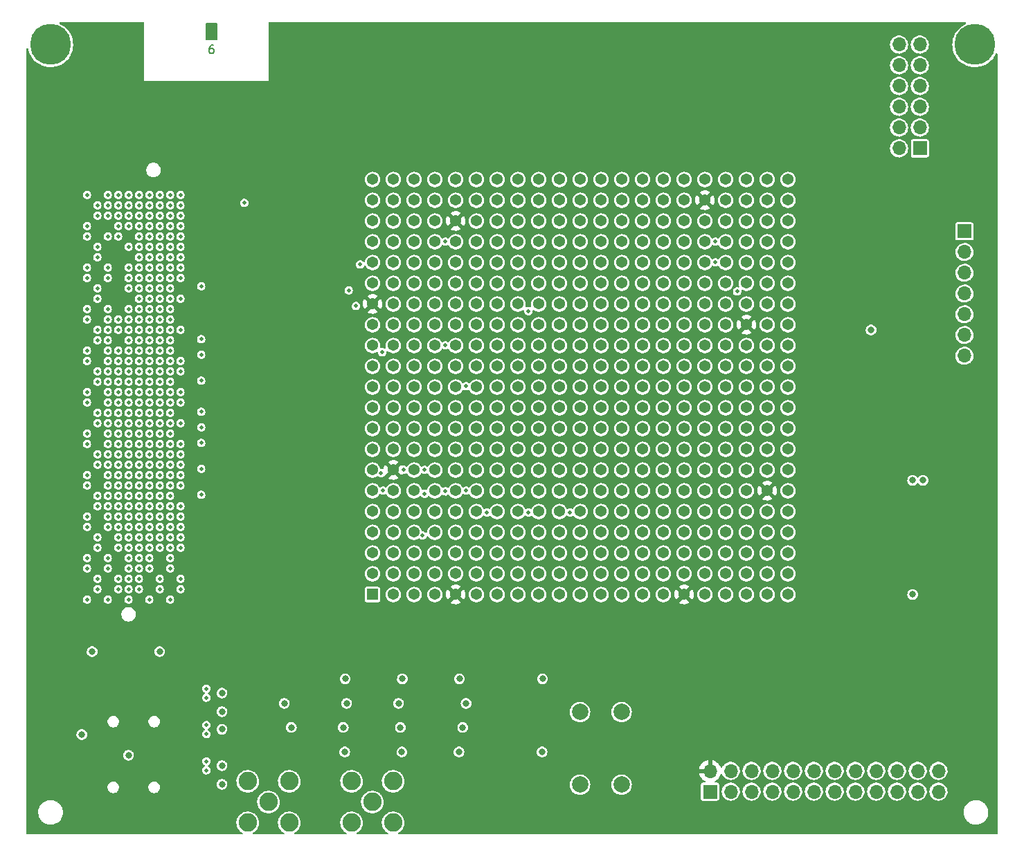
<source format=gbr>
G04 #@! TF.GenerationSoftware,KiCad,Pcbnew,(6.0.9-0)*
G04 #@! TF.CreationDate,2022-12-22T20:55:45-05:00*
G04 #@! TF.ProjectId,ember-pcb,656d6265-722d-4706-9362-2e6b69636164,rev?*
G04 #@! TF.SameCoordinates,Original*
G04 #@! TF.FileFunction,Copper,L7,Inr*
G04 #@! TF.FilePolarity,Positive*
%FSLAX46Y46*%
G04 Gerber Fmt 4.6, Leading zero omitted, Abs format (unit mm)*
G04 Created by KiCad (PCBNEW (6.0.9-0)) date 2022-12-22 20:55:45*
%MOMM*%
%LPD*%
G01*
G04 APERTURE LIST*
G04 #@! TA.AperFunction,NonConductor*
%ADD10C,0.200000*%
G04 #@! TD*
%ADD11C,0.150000*%
G04 #@! TA.AperFunction,NonConductor*
%ADD12C,0.150000*%
G04 #@! TD*
G04 #@! TA.AperFunction,ComponentPad*
%ADD13C,5.000000*%
G04 #@! TD*
G04 #@! TA.AperFunction,ComponentPad*
%ADD14R,1.700000X1.700000*%
G04 #@! TD*
G04 #@! TA.AperFunction,ComponentPad*
%ADD15O,1.700000X1.700000*%
G04 #@! TD*
G04 #@! TA.AperFunction,ComponentPad*
%ADD16C,2.000000*%
G04 #@! TD*
G04 #@! TA.AperFunction,ComponentPad*
%ADD17C,2.250000*%
G04 #@! TD*
G04 #@! TA.AperFunction,ComponentPad*
%ADD18C,0.500000*%
G04 #@! TD*
G04 #@! TA.AperFunction,ComponentPad*
%ADD19R,1.368000X1.368000*%
G04 #@! TD*
G04 #@! TA.AperFunction,ComponentPad*
%ADD20C,1.368000*%
G04 #@! TD*
G04 #@! TA.AperFunction,ViaPad*
%ADD21C,0.800000*%
G04 #@! TD*
G04 #@! TA.AperFunction,ViaPad*
%ADD22C,0.508000*%
G04 #@! TD*
G04 APERTURE END LIST*
D10*
X91470000Y-48470000D02*
X92740000Y-48470000D01*
X92740000Y-48470000D02*
X92740000Y-50375000D01*
X92740000Y-50375000D02*
X91470000Y-50375000D01*
X91470000Y-50375000D02*
X91470000Y-48470000D01*
G36*
X91470000Y-48470000D02*
G01*
X92740000Y-48470000D01*
X92740000Y-50375000D01*
X91470000Y-50375000D01*
X91470000Y-48470000D01*
G37*
D11*
D12*
X92295476Y-51097380D02*
X92105000Y-51097380D01*
X92009761Y-51145000D01*
X91962142Y-51192619D01*
X91866904Y-51335476D01*
X91819285Y-51525952D01*
X91819285Y-51906904D01*
X91866904Y-52002142D01*
X91914523Y-52049761D01*
X92009761Y-52097380D01*
X92200238Y-52097380D01*
X92295476Y-52049761D01*
X92343095Y-52002142D01*
X92390714Y-51906904D01*
X92390714Y-51668809D01*
X92343095Y-51573571D01*
X92295476Y-51525952D01*
X92200238Y-51478333D01*
X92009761Y-51478333D01*
X91914523Y-51525952D01*
X91866904Y-51573571D01*
X91819285Y-51668809D01*
D13*
G04 #@! TO.N,GND*
G04 #@! TO.C,H1*
X72420000Y-51010000D03*
G04 #@! TD*
D14*
G04 #@! TO.N,/core_pwr*
G04 #@! TO.C,J4*
X153060000Y-142455000D03*
D15*
G04 #@! TO.N,/vdd_fsm*
X153060000Y-139915000D03*
G04 #@! TO.N,/core_pwr*
X155600000Y-142455000D03*
G04 #@! TO.N,/vdd*
X155600000Y-139915000D03*
G04 #@! TO.N,/core_pwr*
X158140000Y-142455000D03*
G04 #@! TO.N,/vdd_dac*
X158140000Y-139915000D03*
G04 #@! TO.N,/core_pwr*
X160680000Y-142455000D03*
G04 #@! TO.N,/vsa*
X160680000Y-139915000D03*
G04 #@! TO.N,unconnected-(J4-Pad9)*
X163220000Y-142455000D03*
G04 #@! TO.N,unconnected-(J4-Pad10)*
X163220000Y-139915000D03*
G04 #@! TO.N,/io_pwr*
X165760000Y-142455000D03*
G04 #@! TO.N,/vddio_fsm*
X165760000Y-139915000D03*
G04 #@! TO.N,/io_pwr*
X168300000Y-142455000D03*
G04 #@! TO.N,/vddio*
X168300000Y-139915000D03*
G04 #@! TO.N,/io_pwr*
X170840000Y-142455000D03*
G04 #@! TO.N,/vddio_dac*
X170840000Y-139915000D03*
G04 #@! TO.N,unconnected-(J4-Pad17)*
X173380000Y-142455000D03*
G04 #@! TO.N,unconnected-(J4-Pad18)*
X173380000Y-139915000D03*
G04 #@! TO.N,GND*
X175920000Y-142455000D03*
X175920000Y-139915000D03*
X178460000Y-142455000D03*
X178460000Y-139915000D03*
X181000000Y-142455000D03*
X181000000Y-139915000D03*
G04 #@! TD*
D16*
G04 #@! TO.N,Net-(C1-Pad1)*
G04 #@! TO.C,FB1*
X137165000Y-132710000D03*
G04 #@! TO.N,/core_pwr*
X142245000Y-132710000D03*
G04 #@! TD*
D14*
G04 #@! TO.N,/wl_source_pin*
G04 #@! TO.C,J5*
X184180000Y-73865000D03*
D15*
G04 #@! TO.N,/bl_source_pin*
X184180000Y-76405000D03*
G04 #@! TO.N,/sl_source_pin*
X184180000Y-78945000D03*
G04 #@! TO.N,/iref_test*
X184180000Y-81485000D03*
G04 #@! TO.N,/vdd_test*
X184180000Y-84025000D03*
G04 #@! TO.N,/vadj*
X184180000Y-86565000D03*
G04 #@! TO.N,GND*
X184180000Y-89105000D03*
G04 #@! TD*
D16*
G04 #@! TO.N,Net-(C6-Pad1)*
G04 #@! TO.C,FB2*
X137165000Y-141600000D03*
G04 #@! TO.N,/io_pwr*
X142245000Y-141600000D03*
G04 #@! TD*
D17*
G04 #@! TO.N,GND*
G04 #@! TO.C,J6*
X99065000Y-143720000D03*
G04 #@! TO.N,Net-(J6-Pad2)*
X101605000Y-146260000D03*
X96525000Y-141180000D03*
X96525000Y-146260000D03*
X101605000Y-141180000D03*
G04 #@! TD*
D18*
G04 #@! TO.N,GND*
G04 #@! TO.C,U4*
X91475000Y-139835000D03*
X91475000Y-138735000D03*
G04 #@! TD*
D14*
G04 #@! TO.N,/sc*
G04 #@! TO.C,J2*
X178719000Y-63710000D03*
D15*
G04 #@! TO.N,/rst_n*
X176179000Y-63710000D03*
G04 #@! TO.N,/sclk*
X178719000Y-61170000D03*
G04 #@! TO.N,/rram_busy*
X176179000Y-61170000D03*
G04 #@! TO.N,/mosi*
X178719000Y-58630000D03*
G04 #@! TO.N,/mclk_pause*
X176179000Y-58630000D03*
G04 #@! TO.N,/miso*
X178719000Y-56090000D03*
G04 #@! TO.N,unconnected-(J2-Pad8)*
X176179000Y-56090000D03*
G04 #@! TO.N,GND*
X178719000Y-53550000D03*
X176179000Y-53550000D03*
G04 #@! TO.N,unconnected-(J2-Pad11)*
X178719000Y-51010000D03*
G04 #@! TO.N,unconnected-(J2-Pad12)*
X176179000Y-51010000D03*
G04 #@! TD*
D17*
G04 #@! TO.N,GND*
G04 #@! TO.C,J3*
X111765000Y-143720000D03*
G04 #@! TO.N,Net-(J3-Pad2)*
X114305000Y-141180000D03*
X114305000Y-146260000D03*
X109225000Y-141180000D03*
X109225000Y-146260000D03*
G04 #@! TD*
D19*
G04 #@! TO.N,GND*
G04 #@! TO.C,U1*
X111790000Y-118320000D03*
D20*
G04 #@! TO.N,/di_36*
X114330000Y-118320000D03*
G04 #@! TO.N,/vddio_dac*
X116870000Y-118320000D03*
G04 #@! TO.N,/iref_test*
X119410000Y-118320000D03*
G04 #@! TO.N,/vdd_fsm*
X121950000Y-118320000D03*
G04 #@! TO.N,GND*
X124490000Y-118320000D03*
G04 #@! TO.N,/di_47*
X127030000Y-118320000D03*
G04 #@! TO.N,/vdd_dac*
X129570000Y-118320000D03*
G04 #@! TO.N,/vddio_dac*
X132110000Y-118320000D03*
G04 #@! TO.N,/vddio*
X134650000Y-118320000D03*
G04 #@! TO.N,/vsa*
X137190000Y-118320000D03*
G04 #@! TO.N,/read_ref_4*
X139730000Y-118320000D03*
G04 #@! TO.N,/rram_addr_0*
X142270000Y-118320000D03*
G04 #@! TO.N,/rram_addr_2*
X144810000Y-118320000D03*
G04 #@! TO.N,GND*
X147350000Y-118320000D03*
G04 #@! TO.N,/vdd_fsm*
X149890000Y-118320000D03*
G04 #@! TO.N,/rram_addr_10*
X152430000Y-118320000D03*
G04 #@! TO.N,/vddio_dac*
X154970000Y-118320000D03*
G04 #@! TO.N,/rram_busy*
X157510000Y-118320000D03*
G04 #@! TO.N,GND*
X160050000Y-118320000D03*
G04 #@! TO.N,unconnected-(U1-PadA21)*
X162590000Y-118320000D03*
G04 #@! TO.N,/vddio*
X111790000Y-115780000D03*
G04 #@! TO.N,/di_34*
X114330000Y-115780000D03*
G04 #@! TO.N,/sl_source_pin*
X116870000Y-115780000D03*
G04 #@! TO.N,/vddio*
X119410000Y-115780000D03*
G04 #@! TO.N,/vdd*
X121950000Y-115780000D03*
G04 #@! TO.N,/vdd_test*
X124490000Y-115780000D03*
G04 #@! TO.N,/vddio_fsm*
X127030000Y-115780000D03*
G04 #@! TO.N,/bl_source_pin*
X129570000Y-115780000D03*
G04 #@! TO.N,/sa_en*
X132110000Y-115780000D03*
G04 #@! TO.N,/read_ref_1*
X134650000Y-115780000D03*
G04 #@! TO.N,/read_ref_2*
X137190000Y-115780000D03*
G04 #@! TO.N,/rram_addr_1*
X139730000Y-115780000D03*
G04 #@! TO.N,/vddio_fsm*
X142270000Y-115780000D03*
G04 #@! TO.N,/rram_addr_6*
X144810000Y-115780000D03*
G04 #@! TO.N,/vdd*
X147350000Y-115780000D03*
G04 #@! TO.N,/vddio*
X149890000Y-115780000D03*
G04 #@! TO.N,/vddio_fsm*
X152430000Y-115780000D03*
G04 #@! TO.N,/sl_en*
X154970000Y-115780000D03*
G04 #@! TO.N,/read_dac_config_0*
X157510000Y-115780000D03*
G04 #@! TO.N,/vdd_dac*
X160050000Y-115780000D03*
G04 #@! TO.N,unconnected-(U1-PadB21)*
X162590000Y-115780000D03*
G04 #@! TO.N,/vddio_fsm*
X111790000Y-113240000D03*
G04 #@! TO.N,/vdd_dac*
X114330000Y-113240000D03*
G04 #@! TO.N,GND*
X116870000Y-113240000D03*
G04 #@! TO.N,/di_37*
X119410000Y-113240000D03*
G04 #@! TO.N,/di_39*
X121950000Y-113240000D03*
G04 #@! TO.N,/di_41*
X124490000Y-113240000D03*
G04 #@! TO.N,/di_42*
X127030000Y-113240000D03*
G04 #@! TO.N,/di_44*
X129570000Y-113240000D03*
G04 #@! TO.N,/di_45*
X132110000Y-113240000D03*
G04 #@! TO.N,/set_rst*
X134650000Y-113240000D03*
G04 #@! TO.N,/read_ref_5*
X137190000Y-113240000D03*
G04 #@! TO.N,/rram_addr_4*
X139730000Y-113240000D03*
G04 #@! TO.N,/rram_addr_5*
X142270000Y-113240000D03*
G04 #@! TO.N,/rram_addr_8*
X144810000Y-113240000D03*
G04 #@! TO.N,/rram_addr_11*
X147350000Y-113240000D03*
G04 #@! TO.N,/rram_addr_13*
X149890000Y-113240000D03*
G04 #@! TO.N,/rram_addr_15*
X152430000Y-113240000D03*
G04 #@! TO.N,GND*
X154970000Y-113240000D03*
G04 #@! TO.N,/vddio*
X157510000Y-113240000D03*
G04 #@! TO.N,/vdd*
X160050000Y-113240000D03*
G04 #@! TO.N,unconnected-(U1-PadC21)*
X162590000Y-113240000D03*
G04 #@! TO.N,/di_27*
X111790000Y-110700000D03*
G04 #@! TO.N,/vdd*
X114330000Y-110700000D03*
G04 #@! TO.N,/di_32*
X116870000Y-110700000D03*
G04 #@! TO.N,/di_33*
X119410000Y-110700000D03*
G04 #@! TO.N,/di_35*
X121950000Y-110700000D03*
G04 #@! TO.N,/di_38*
X124490000Y-110700000D03*
G04 #@! TO.N,/di_40*
X127030000Y-110700000D03*
G04 #@! TO.N,/di_43*
X129570000Y-110700000D03*
G04 #@! TO.N,/di_46*
X132110000Y-110700000D03*
G04 #@! TO.N,/read_ref_0*
X134650000Y-110700000D03*
G04 #@! TO.N,/read_ref_3*
X137190000Y-110700000D03*
G04 #@! TO.N,/rram_addr_3*
X139730000Y-110700000D03*
G04 #@! TO.N,/rram_addr_7*
X142270000Y-110700000D03*
G04 #@! TO.N,/rram_addr_9*
X144810000Y-110700000D03*
G04 #@! TO.N,/rram_addr_12*
X147350000Y-110700000D03*
G04 #@! TO.N,/rram_addr_14*
X149890000Y-110700000D03*
G04 #@! TO.N,/we*
X152430000Y-110700000D03*
G04 #@! TO.N,/read_dac_config_2*
X154970000Y-110700000D03*
G04 #@! TO.N,/vddio_fsm*
X157510000Y-110700000D03*
G04 #@! TO.N,/vddio_dac*
X160050000Y-110700000D03*
G04 #@! TO.N,unconnected-(U1-PadD21)*
X162590000Y-110700000D03*
G04 #@! TO.N,/di_23*
X111790000Y-108160000D03*
G04 #@! TO.N,/vddio_dac*
X114330000Y-108160000D03*
G04 #@! TO.N,/di_30*
X116870000Y-108160000D03*
G04 #@! TO.N,/di_31*
X119410000Y-108160000D03*
G04 #@! TO.N,unconnected-(U1-PadE5)*
X121950000Y-108160000D03*
G04 #@! TO.N,unconnected-(U1-PadE6)*
X124490000Y-108160000D03*
G04 #@! TO.N,unconnected-(U1-PadE7)*
X127030000Y-108160000D03*
G04 #@! TO.N,unconnected-(U1-PadE8)*
X129570000Y-108160000D03*
G04 #@! TO.N,unconnected-(U1-PadE9)*
X132110000Y-108160000D03*
G04 #@! TO.N,unconnected-(U1-PadE10)*
X134650000Y-108160000D03*
G04 #@! TO.N,unconnected-(U1-PadE11)*
X137190000Y-108160000D03*
G04 #@! TO.N,unconnected-(U1-PadE12)*
X139730000Y-108160000D03*
G04 #@! TO.N,unconnected-(U1-PadE13)*
X142270000Y-108160000D03*
G04 #@! TO.N,unconnected-(U1-PadE14)*
X144810000Y-108160000D03*
G04 #@! TO.N,unconnected-(U1-PadE15)*
X147350000Y-108160000D03*
G04 #@! TO.N,unconnected-(U1-PadE16)*
X149890000Y-108160000D03*
G04 #@! TO.N,/read_dac_config_1*
X152430000Y-108160000D03*
G04 #@! TO.N,/wl_dac_config_0*
X154970000Y-108160000D03*
G04 #@! TO.N,/wl_dac_config_3*
X157510000Y-108160000D03*
G04 #@! TO.N,/wl_dac_config_5*
X160050000Y-108160000D03*
G04 #@! TO.N,unconnected-(U1-PadE21)*
X162590000Y-108160000D03*
G04 #@! TO.N,/vddio_fsm*
X111790000Y-105620000D03*
G04 #@! TO.N,/di_25*
X114330000Y-105620000D03*
G04 #@! TO.N,/di_28*
X116870000Y-105620000D03*
G04 #@! TO.N,/di_29*
X119410000Y-105620000D03*
G04 #@! TO.N,unconnected-(U1-PadF5)*
X121950000Y-105620000D03*
G04 #@! TO.N,unconnected-(U1-PadF6)*
X124490000Y-105620000D03*
G04 #@! TO.N,unconnected-(U1-PadF7)*
X127030000Y-105620000D03*
G04 #@! TO.N,unconnected-(U1-PadF8)*
X129570000Y-105620000D03*
G04 #@! TO.N,unconnected-(U1-PadF9)*
X132110000Y-105620000D03*
G04 #@! TO.N,unconnected-(U1-PadF10)*
X134650000Y-105620000D03*
G04 #@! TO.N,unconnected-(U1-PadF11)*
X137190000Y-105620000D03*
G04 #@! TO.N,unconnected-(U1-PadF12)*
X139730000Y-105620000D03*
G04 #@! TO.N,unconnected-(U1-PadF13)*
X142270000Y-105620000D03*
G04 #@! TO.N,unconnected-(U1-PadF14)*
X144810000Y-105620000D03*
G04 #@! TO.N,unconnected-(U1-PadF15)*
X147350000Y-105620000D03*
G04 #@! TO.N,unconnected-(U1-PadF16)*
X149890000Y-105620000D03*
G04 #@! TO.N,/read_dac_config_3*
X152430000Y-105620000D03*
G04 #@! TO.N,/wl_dac_config_2*
X154970000Y-105620000D03*
G04 #@! TO.N,/wl_dac_config_7*
X157510000Y-105620000D03*
G04 #@! TO.N,/vdd_fsm*
X160050000Y-105620000D03*
G04 #@! TO.N,unconnected-(U1-PadF21)*
X162590000Y-105620000D03*
G04 #@! TO.N,/di_18*
X111790000Y-103080000D03*
G04 #@! TO.N,/vdd_fsm*
X114330000Y-103080000D03*
G04 #@! TO.N,/di_24*
X116870000Y-103080000D03*
G04 #@! TO.N,/di_26*
X119410000Y-103080000D03*
G04 #@! TO.N,unconnected-(U1-PadG5)*
X121950000Y-103080000D03*
G04 #@! TO.N,unconnected-(U1-PadG6)*
X124490000Y-103080000D03*
G04 #@! TO.N,unconnected-(U1-PadG7)*
X127030000Y-103080000D03*
G04 #@! TO.N,unconnected-(U1-PadG8)*
X129570000Y-103080000D03*
G04 #@! TO.N,unconnected-(U1-PadG9)*
X132110000Y-103080000D03*
G04 #@! TO.N,unconnected-(U1-PadG10)*
X134650000Y-103080000D03*
G04 #@! TO.N,unconnected-(U1-PadG11)*
X137190000Y-103080000D03*
G04 #@! TO.N,unconnected-(U1-PadG12)*
X139730000Y-103080000D03*
G04 #@! TO.N,unconnected-(U1-PadG13)*
X142270000Y-103080000D03*
G04 #@! TO.N,unconnected-(U1-PadG14)*
X144810000Y-103080000D03*
G04 #@! TO.N,unconnected-(U1-PadG15)*
X147350000Y-103080000D03*
G04 #@! TO.N,unconnected-(U1-PadG16)*
X149890000Y-103080000D03*
G04 #@! TO.N,/wl_dac_config_1*
X152430000Y-103080000D03*
G04 #@! TO.N,/wl_dac_config_4*
X154970000Y-103080000D03*
G04 #@! TO.N,/vddio_fsm*
X157510000Y-103080000D03*
G04 #@! TO.N,GND*
X160050000Y-103080000D03*
G04 #@! TO.N,unconnected-(U1-PadG21)*
X162590000Y-103080000D03*
G04 #@! TO.N,/di_16*
X111790000Y-100540000D03*
G04 #@! TO.N,GND*
X114330000Y-100540000D03*
G04 #@! TO.N,/di_21*
X116870000Y-100540000D03*
G04 #@! TO.N,/di_22*
X119410000Y-100540000D03*
G04 #@! TO.N,unconnected-(U1-PadH5)*
X121950000Y-100540000D03*
G04 #@! TO.N,unconnected-(U1-PadH6)*
X124490000Y-100540000D03*
G04 #@! TO.N,unconnected-(U1-PadH7)*
X127030000Y-100540000D03*
G04 #@! TO.N,unconnected-(U1-PadH8)*
X129570000Y-100540000D03*
G04 #@! TO.N,unconnected-(U1-PadH9)*
X132110000Y-100540000D03*
G04 #@! TO.N,unconnected-(U1-PadH10)*
X134650000Y-100540000D03*
G04 #@! TO.N,unconnected-(U1-PadH11)*
X137190000Y-100540000D03*
G04 #@! TO.N,unconnected-(U1-PadH12)*
X139730000Y-100540000D03*
G04 #@! TO.N,unconnected-(U1-PadH13)*
X142270000Y-100540000D03*
G04 #@! TO.N,unconnected-(U1-PadH14)*
X144810000Y-100540000D03*
G04 #@! TO.N,unconnected-(U1-PadH15)*
X147350000Y-100540000D03*
G04 #@! TO.N,unconnected-(U1-PadH16)*
X149890000Y-100540000D03*
G04 #@! TO.N,/wl_dac_config_6*
X152430000Y-100540000D03*
G04 #@! TO.N,/wl_dac_en*
X154970000Y-100540000D03*
G04 #@! TO.N,/wl_source_pin*
X157510000Y-100540000D03*
G04 #@! TO.N,/sa_do_2*
X160050000Y-100540000D03*
G04 #@! TO.N,unconnected-(U1-PadH21)*
X162590000Y-100540000D03*
G04 #@! TO.N,/di_14*
X111790000Y-98000000D03*
G04 #@! TO.N,/di_17*
X114330000Y-98000000D03*
G04 #@! TO.N,/di_20*
X116870000Y-98000000D03*
G04 #@! TO.N,/di_19*
X119410000Y-98000000D03*
G04 #@! TO.N,unconnected-(U1-PadJ5)*
X121950000Y-98000000D03*
G04 #@! TO.N,unconnected-(U1-PadJ6)*
X124490000Y-98000000D03*
G04 #@! TO.N,unconnected-(U1-PadJ7)*
X127030000Y-98000000D03*
G04 #@! TO.N,unconnected-(U1-PadJ8)*
X129570000Y-98000000D03*
G04 #@! TO.N,unconnected-(U1-PadJ9)*
X132110000Y-98000000D03*
G04 #@! TO.N,unconnected-(U1-PadJ10)*
X134650000Y-98000000D03*
G04 #@! TO.N,unconnected-(U1-PadJ11)*
X137190000Y-98000000D03*
G04 #@! TO.N,unconnected-(U1-PadJ12)*
X139730000Y-98000000D03*
G04 #@! TO.N,unconnected-(U1-PadJ13)*
X142270000Y-98000000D03*
G04 #@! TO.N,unconnected-(U1-PadJ14)*
X144810000Y-98000000D03*
G04 #@! TO.N,unconnected-(U1-PadJ15)*
X147350000Y-98000000D03*
G04 #@! TO.N,unconnected-(U1-PadJ16)*
X149890000Y-98000000D03*
G04 #@! TO.N,/bleed_en*
X152430000Y-98000000D03*
G04 #@! TO.N,/wl_en*
X154970000Y-98000000D03*
G04 #@! TO.N,/sa_do_0*
X157510000Y-98000000D03*
G04 #@! TO.N,/sa_do_4*
X160050000Y-98000000D03*
G04 #@! TO.N,unconnected-(U1-PadJ21)*
X162590000Y-98000000D03*
G04 #@! TO.N,/vsa*
X111790000Y-95460000D03*
G04 #@! TO.N,/di_12*
X114330000Y-95460000D03*
G04 #@! TO.N,/di_15*
X116870000Y-95460000D03*
G04 #@! TO.N,/di_13*
X119410000Y-95460000D03*
G04 #@! TO.N,unconnected-(U1-PadK5)*
X121950000Y-95460000D03*
G04 #@! TO.N,unconnected-(U1-PadK6)*
X124490000Y-95460000D03*
G04 #@! TO.N,unconnected-(U1-PadK7)*
X127030000Y-95460000D03*
G04 #@! TO.N,unconnected-(U1-PadK8)*
X129570000Y-95460000D03*
G04 #@! TO.N,unconnected-(U1-PadK9)*
X132110000Y-95460000D03*
G04 #@! TO.N,unconnected-(U1-PadK10)*
X134650000Y-95460000D03*
G04 #@! TO.N,unconnected-(U1-PadK11)*
X137190000Y-95460000D03*
G04 #@! TO.N,unconnected-(U1-PadK12)*
X139730000Y-95460000D03*
G04 #@! TO.N,unconnected-(U1-PadK13)*
X142270000Y-95460000D03*
G04 #@! TO.N,unconnected-(U1-PadK14)*
X144810000Y-95460000D03*
G04 #@! TO.N,unconnected-(U1-PadK15)*
X147350000Y-95460000D03*
G04 #@! TO.N,unconnected-(U1-PadK16)*
X149890000Y-95460000D03*
G04 #@! TO.N,/sa_do_3*
X152430000Y-95460000D03*
G04 #@! TO.N,/sa_do_1*
X154970000Y-95460000D03*
G04 #@! TO.N,/sa_do_5*
X157510000Y-95460000D03*
G04 #@! TO.N,/vsa*
X160050000Y-95460000D03*
G04 #@! TO.N,unconnected-(U1-PadK21)*
X162590000Y-95460000D03*
G04 #@! TO.N,/vdd*
X111790000Y-92920000D03*
G04 #@! TO.N,/di_11*
X114330000Y-92920000D03*
G04 #@! TO.N,/di_9*
X116870000Y-92920000D03*
G04 #@! TO.N,/di_10*
X119410000Y-92920000D03*
G04 #@! TO.N,unconnected-(U1-PadL5)*
X121950000Y-92920000D03*
G04 #@! TO.N,unconnected-(U1-PadL6)*
X124490000Y-92920000D03*
G04 #@! TO.N,unconnected-(U1-PadL7)*
X127030000Y-92920000D03*
G04 #@! TO.N,unconnected-(U1-PadL8)*
X129570000Y-92920000D03*
G04 #@! TO.N,unconnected-(U1-PadL9)*
X132110000Y-92920000D03*
G04 #@! TO.N,unconnected-(U1-PadL10)*
X134650000Y-92920000D03*
G04 #@! TO.N,unconnected-(U1-PadL11)*
X137190000Y-92920000D03*
G04 #@! TO.N,unconnected-(U1-PadL12)*
X139730000Y-92920000D03*
G04 #@! TO.N,unconnected-(U1-PadL13)*
X142270000Y-92920000D03*
G04 #@! TO.N,unconnected-(U1-PadL14)*
X144810000Y-92920000D03*
G04 #@! TO.N,unconnected-(U1-PadL15)*
X147350000Y-92920000D03*
G04 #@! TO.N,unconnected-(U1-PadL16)*
X149890000Y-92920000D03*
G04 #@! TO.N,/sa_do_7*
X152430000Y-92920000D03*
G04 #@! TO.N,/sa_do_8*
X154970000Y-92920000D03*
G04 #@! TO.N,/sa_do_6*
X157510000Y-92920000D03*
G04 #@! TO.N,/vdd*
X160050000Y-92920000D03*
G04 #@! TO.N,unconnected-(U1-PadL21)*
X162590000Y-92920000D03*
G04 #@! TO.N,/vddio_dac*
X111790000Y-90380000D03*
G04 #@! TO.N,/di_7*
X114330000Y-90380000D03*
G04 #@! TO.N,/di_5*
X116870000Y-90380000D03*
G04 #@! TO.N,/di_6*
X119410000Y-90380000D03*
G04 #@! TO.N,unconnected-(U1-PadM5)*
X121950000Y-90380000D03*
G04 #@! TO.N,unconnected-(U1-PadM6)*
X124490000Y-90380000D03*
G04 #@! TO.N,unconnected-(U1-PadM7)*
X127030000Y-90380000D03*
G04 #@! TO.N,unconnected-(U1-PadM8)*
X129570000Y-90380000D03*
G04 #@! TO.N,unconnected-(U1-PadM9)*
X132110000Y-90380000D03*
G04 #@! TO.N,unconnected-(U1-PadM10)*
X134650000Y-90380000D03*
G04 #@! TO.N,unconnected-(U1-PadM11)*
X137190000Y-90380000D03*
G04 #@! TO.N,unconnected-(U1-PadM12)*
X139730000Y-90380000D03*
G04 #@! TO.N,unconnected-(U1-PadM13)*
X142270000Y-90380000D03*
G04 #@! TO.N,unconnected-(U1-PadM14)*
X144810000Y-90380000D03*
G04 #@! TO.N,unconnected-(U1-PadM15)*
X147350000Y-90380000D03*
G04 #@! TO.N,unconnected-(U1-PadM16)*
X149890000Y-90380000D03*
G04 #@! TO.N,/sa_do_11*
X152430000Y-90380000D03*
G04 #@! TO.N,/sa_do_12*
X154970000Y-90380000D03*
G04 #@! TO.N,/sa_do_9*
X157510000Y-90380000D03*
G04 #@! TO.N,/vddio_dac*
X160050000Y-90380000D03*
G04 #@! TO.N,unconnected-(U1-PadM21)*
X162590000Y-90380000D03*
G04 #@! TO.N,/vddio*
X111790000Y-87840000D03*
G04 #@! TO.N,/di_8*
X114330000Y-87840000D03*
G04 #@! TO.N,/di_4*
X116870000Y-87840000D03*
G04 #@! TO.N,/di_2*
X119410000Y-87840000D03*
G04 #@! TO.N,unconnected-(U1-PadN5)*
X121950000Y-87840000D03*
G04 #@! TO.N,unconnected-(U1-PadN6)*
X124490000Y-87840000D03*
G04 #@! TO.N,unconnected-(U1-PadN7)*
X127030000Y-87840000D03*
G04 #@! TO.N,unconnected-(U1-PadN8)*
X129570000Y-87840000D03*
G04 #@! TO.N,unconnected-(U1-PadN9)*
X132110000Y-87840000D03*
G04 #@! TO.N,unconnected-(U1-PadN10)*
X134650000Y-87840000D03*
G04 #@! TO.N,unconnected-(U1-PadN11)*
X137190000Y-87840000D03*
G04 #@! TO.N,unconnected-(U1-PadN12)*
X139730000Y-87840000D03*
G04 #@! TO.N,unconnected-(U1-PadN13)*
X142270000Y-87840000D03*
G04 #@! TO.N,unconnected-(U1-PadN14)*
X144810000Y-87840000D03*
G04 #@! TO.N,unconnected-(U1-PadN15)*
X147350000Y-87840000D03*
G04 #@! TO.N,unconnected-(U1-PadN16)*
X149890000Y-87840000D03*
G04 #@! TO.N,/sa_do_14*
X152430000Y-87840000D03*
G04 #@! TO.N,/sa_do_13*
X154970000Y-87840000D03*
G04 #@! TO.N,GND*
X157510000Y-87840000D03*
G04 #@! TO.N,/vddio*
X160050000Y-87840000D03*
G04 #@! TO.N,unconnected-(U1-PadN21)*
X162590000Y-87840000D03*
G04 #@! TO.N,GND*
X111790000Y-85300000D03*
G04 #@! TO.N,/vddio_fsm*
X114330000Y-85300000D03*
G04 #@! TO.N,/di_0*
X116870000Y-85300000D03*
G04 #@! TO.N,/clamp_ref_5*
X119410000Y-85300000D03*
G04 #@! TO.N,unconnected-(U1-PadP5)*
X121950000Y-85300000D03*
G04 #@! TO.N,unconnected-(U1-PadP6)*
X124490000Y-85300000D03*
G04 #@! TO.N,unconnected-(U1-PadP7)*
X127030000Y-85300000D03*
G04 #@! TO.N,unconnected-(U1-PadP8)*
X129570000Y-85300000D03*
G04 #@! TO.N,unconnected-(U1-PadP9)*
X132110000Y-85300000D03*
G04 #@! TO.N,unconnected-(U1-PadP10)*
X134650000Y-85300000D03*
G04 #@! TO.N,unconnected-(U1-PadP11)*
X137190000Y-85300000D03*
G04 #@! TO.N,unconnected-(U1-PadP12)*
X139730000Y-85300000D03*
G04 #@! TO.N,unconnected-(U1-PadP13)*
X142270000Y-85300000D03*
G04 #@! TO.N,unconnected-(U1-PadP14)*
X144810000Y-85300000D03*
G04 #@! TO.N,unconnected-(U1-PadP15)*
X147350000Y-85300000D03*
G04 #@! TO.N,unconnected-(U1-PadP16)*
X149890000Y-85300000D03*
G04 #@! TO.N,/sa_do_18*
X152430000Y-85300000D03*
G04 #@! TO.N,/sa_do_16*
X154970000Y-85300000D03*
G04 #@! TO.N,/vdd_fsm*
X157510000Y-85300000D03*
G04 #@! TO.N,/sa_do_10*
X160050000Y-85300000D03*
G04 #@! TO.N,unconnected-(U1-PadP21)*
X162590000Y-85300000D03*
G04 #@! TO.N,/vdd_fsm*
X111790000Y-82760000D03*
G04 #@! TO.N,/di_3*
X114330000Y-82760000D03*
G04 #@! TO.N,/rst_n*
X116870000Y-82760000D03*
G04 #@! TO.N,/clamp_ref_3*
X119410000Y-82760000D03*
G04 #@! TO.N,unconnected-(U1-PadR5)*
X121950000Y-82760000D03*
G04 #@! TO.N,unconnected-(U1-PadR6)*
X124490000Y-82760000D03*
G04 #@! TO.N,unconnected-(U1-PadR7)*
X127030000Y-82760000D03*
G04 #@! TO.N,unconnected-(U1-PadR8)*
X129570000Y-82760000D03*
G04 #@! TO.N,unconnected-(U1-PadR9)*
X132110000Y-82760000D03*
G04 #@! TO.N,unconnected-(U1-PadR10)*
X134650000Y-82760000D03*
G04 #@! TO.N,unconnected-(U1-PadR11)*
X137190000Y-82760000D03*
G04 #@! TO.N,unconnected-(U1-PadR12)*
X139730000Y-82760000D03*
G04 #@! TO.N,unconnected-(U1-PadR13)*
X142270000Y-82760000D03*
G04 #@! TO.N,unconnected-(U1-PadR14)*
X144810000Y-82760000D03*
G04 #@! TO.N,unconnected-(U1-PadR15)*
X147350000Y-82760000D03*
G04 #@! TO.N,unconnected-(U1-PadR16)*
X149890000Y-82760000D03*
G04 #@! TO.N,/sa_do_21*
X152430000Y-82760000D03*
G04 #@! TO.N,/sa_do_20*
X154970000Y-82760000D03*
G04 #@! TO.N,/sa_do_17*
X157510000Y-82760000D03*
G04 #@! TO.N,/vddio_fsm*
X160050000Y-82760000D03*
G04 #@! TO.N,unconnected-(U1-PadR21)*
X162590000Y-82760000D03*
G04 #@! TO.N,/di_1*
X111790000Y-80220000D03*
G04 #@! TO.N,/bl_en*
X114330000Y-80220000D03*
G04 #@! TO.N,/clamp_ref_4*
X116870000Y-80220000D03*
G04 #@! TO.N,/clamp_ref_1*
X119410000Y-80220000D03*
G04 #@! TO.N,unconnected-(U1-PadS5)*
X121950000Y-80220000D03*
G04 #@! TO.N,unconnected-(U1-PadS6)*
X124490000Y-80220000D03*
G04 #@! TO.N,unconnected-(U1-PadS7)*
X127030000Y-80220000D03*
G04 #@! TO.N,unconnected-(U1-PadS8)*
X129570000Y-80220000D03*
G04 #@! TO.N,unconnected-(U1-PadS9)*
X132110000Y-80220000D03*
G04 #@! TO.N,unconnected-(U1-PadS10)*
X134650000Y-80220000D03*
G04 #@! TO.N,unconnected-(U1-PadS11)*
X137190000Y-80220000D03*
G04 #@! TO.N,unconnected-(U1-PadS12)*
X139730000Y-80220000D03*
G04 #@! TO.N,unconnected-(U1-PadS13)*
X142270000Y-80220000D03*
G04 #@! TO.N,unconnected-(U1-PadS14)*
X144810000Y-80220000D03*
G04 #@! TO.N,unconnected-(U1-PadS15)*
X147350000Y-80220000D03*
G04 #@! TO.N,unconnected-(U1-PadS16)*
X149890000Y-80220000D03*
G04 #@! TO.N,/sa_do_23*
X152430000Y-80220000D03*
G04 #@! TO.N,/sa_do_22*
X154970000Y-80220000D03*
G04 #@! TO.N,/vddio_dac*
X157510000Y-80220000D03*
G04 #@! TO.N,/sa_do_15*
X160050000Y-80220000D03*
G04 #@! TO.N,unconnected-(U1-PadS21)*
X162590000Y-80220000D03*
G04 #@! TO.N,/vddio_dac*
X111790000Y-77680000D03*
G04 #@! TO.N,/vddio_fsm*
X114330000Y-77680000D03*
G04 #@! TO.N,/clamp_ref_2*
X116870000Y-77680000D03*
G04 #@! TO.N,/bsl_dac_en*
X119410000Y-77680000D03*
G04 #@! TO.N,/bsl_dac_config_4*
X121950000Y-77680000D03*
G04 #@! TO.N,/bsl_dac_config_2*
X124490000Y-77680000D03*
G04 #@! TO.N,/bsl_dac_config_0*
X127030000Y-77680000D03*
G04 #@! TO.N,/mclk_pause*
X129570000Y-77680000D03*
G04 #@! TO.N,/mosi*
X132110000Y-77680000D03*
G04 #@! TO.N,/heartbeat*
X134650000Y-77680000D03*
G04 #@! TO.N,/sa_do_45*
X137190000Y-77680000D03*
G04 #@! TO.N,/sa_do_39*
X139730000Y-77680000D03*
G04 #@! TO.N,/sa_do_36*
X142270000Y-77680000D03*
G04 #@! TO.N,/sa_do_32*
X144810000Y-77680000D03*
G04 #@! TO.N,/sa_do_29*
X147350000Y-77680000D03*
G04 #@! TO.N,/sa_do_27*
X149890000Y-77680000D03*
G04 #@! TO.N,/sa_do_25*
X152430000Y-77680000D03*
G04 #@! TO.N,/sa_do_24*
X154970000Y-77680000D03*
G04 #@! TO.N,/vdd*
X157510000Y-77680000D03*
G04 #@! TO.N,/sa_do_19*
X160050000Y-77680000D03*
G04 #@! TO.N,unconnected-(U1-PadT21)*
X162590000Y-77680000D03*
G04 #@! TO.N,/vdd*
X111790000Y-75140000D03*
G04 #@! TO.N,/vddio*
X114330000Y-75140000D03*
G04 #@! TO.N,GND*
X116870000Y-75140000D03*
G04 #@! TO.N,/read_dac_en*
X119410000Y-75140000D03*
G04 #@! TO.N,/bsl_dac_config_3*
X121950000Y-75140000D03*
G04 #@! TO.N,/bsl_dac_config_1*
X124490000Y-75140000D03*
G04 #@! TO.N,/aclk*
X127030000Y-75140000D03*
G04 #@! TO.N,/sclk*
X129570000Y-75140000D03*
G04 #@! TO.N,/sc*
X132110000Y-75140000D03*
G04 #@! TO.N,/man*
X134650000Y-75140000D03*
G04 #@! TO.N,/sa_do_43*
X137190000Y-75140000D03*
G04 #@! TO.N,/sa_do_38*
X139730000Y-75140000D03*
G04 #@! TO.N,/sa_do_37*
X142270000Y-75140000D03*
G04 #@! TO.N,/sa_do_34*
X144810000Y-75140000D03*
G04 #@! TO.N,/sa_do_33*
X147350000Y-75140000D03*
G04 #@! TO.N,/sa_do_30*
X149890000Y-75140000D03*
G04 #@! TO.N,/sa_do_28*
X152430000Y-75140000D03*
G04 #@! TO.N,GND*
X154970000Y-75140000D03*
G04 #@! TO.N,/vdd_dac*
X157510000Y-75140000D03*
G04 #@! TO.N,/vddio_fsm*
X160050000Y-75140000D03*
G04 #@! TO.N,unconnected-(U1-PadU21)*
X162590000Y-75140000D03*
G04 #@! TO.N,/vdd_dac*
X111790000Y-72600000D03*
G04 #@! TO.N,/clamp_ref_0*
X114330000Y-72600000D03*
G04 #@! TO.N,/vddio*
X116870000Y-72600000D03*
G04 #@! TO.N,/vsa*
X119410000Y-72600000D03*
G04 #@! TO.N,/vdd_fsm*
X121950000Y-72600000D03*
G04 #@! TO.N,/sl_source_pin*
X124490000Y-72600000D03*
G04 #@! TO.N,GND*
X127030000Y-72600000D03*
G04 #@! TO.N,/vddio_fsm*
X129570000Y-72600000D03*
G04 #@! TO.N,/miso*
X132110000Y-72600000D03*
G04 #@! TO.N,/sa_rdy*
X134650000Y-72600000D03*
G04 #@! TO.N,/sa_do_47*
X137190000Y-72600000D03*
G04 #@! TO.N,/sa_do_41*
X139730000Y-72600000D03*
G04 #@! TO.N,/sa_do_42*
X142270000Y-72600000D03*
G04 #@! TO.N,/vdd*
X144810000Y-72600000D03*
G04 #@! TO.N,/vddio_fsm*
X147350000Y-72600000D03*
G04 #@! TO.N,/vddio_dac*
X149890000Y-72600000D03*
G04 #@! TO.N,/sa_do_31*
X152430000Y-72600000D03*
G04 #@! TO.N,/vddio_fsm*
X154970000Y-72600000D03*
G04 #@! TO.N,/sa_do_26*
X157510000Y-72600000D03*
G04 #@! TO.N,/vddio*
X160050000Y-72600000D03*
G04 #@! TO.N,unconnected-(U1-PadV21)*
X162590000Y-72600000D03*
G04 #@! TO.N,GND*
X111790000Y-70060000D03*
G04 #@! TO.N,/vddio_fsm*
X114330000Y-70060000D03*
G04 #@! TO.N,/bl_source_pin*
X116870000Y-70060000D03*
G04 #@! TO.N,/vddio_dac*
X119410000Y-70060000D03*
G04 #@! TO.N,/vddio_fsm*
X121950000Y-70060000D03*
G04 #@! TO.N,/vdd*
X124490000Y-70060000D03*
G04 #@! TO.N,/sa_clk*
X127030000Y-70060000D03*
G04 #@! TO.N,/byp*
X129570000Y-70060000D03*
G04 #@! TO.N,/vdd_dac*
X132110000Y-70060000D03*
G04 #@! TO.N,/vddio_dac*
X134650000Y-70060000D03*
G04 #@! TO.N,/vddio*
X137190000Y-70060000D03*
G04 #@! TO.N,/sa_do_46*
X139730000Y-70060000D03*
G04 #@! TO.N,/sa_do_44*
X142270000Y-70060000D03*
G04 #@! TO.N,/sa_do_40*
X144810000Y-70060000D03*
G04 #@! TO.N,GND*
X147350000Y-70060000D03*
G04 #@! TO.N,/sa_do_35*
X149890000Y-70060000D03*
G04 #@! TO.N,/vdd_fsm*
X152430000Y-70060000D03*
G04 #@! TO.N,/vsa*
X154970000Y-70060000D03*
G04 #@! TO.N,/vddio*
X157510000Y-70060000D03*
G04 #@! TO.N,GND*
X160050000Y-70060000D03*
G04 #@! TO.N,unconnected-(U1-PadW21)*
X162590000Y-70060000D03*
G04 #@! TO.N,unconnected-(U1-PadX1)*
X111790000Y-67520000D03*
G04 #@! TO.N,unconnected-(U1-PadX2)*
X114330000Y-67520000D03*
G04 #@! TO.N,unconnected-(U1-PadX3)*
X116870000Y-67520000D03*
G04 #@! TO.N,unconnected-(U1-PadX4)*
X119410000Y-67520000D03*
G04 #@! TO.N,unconnected-(U1-PadX5)*
X121950000Y-67520000D03*
G04 #@! TO.N,unconnected-(U1-PadX6)*
X124490000Y-67520000D03*
G04 #@! TO.N,unconnected-(U1-PadX7)*
X127030000Y-67520000D03*
G04 #@! TO.N,unconnected-(U1-PadX8)*
X129570000Y-67520000D03*
G04 #@! TO.N,unconnected-(U1-PadX9)*
X132110000Y-67520000D03*
G04 #@! TO.N,unconnected-(U1-PadX10)*
X134650000Y-67520000D03*
G04 #@! TO.N,unconnected-(U1-PadX11)*
X137190000Y-67520000D03*
G04 #@! TO.N,unconnected-(U1-PadX12)*
X139730000Y-67520000D03*
G04 #@! TO.N,unconnected-(U1-PadX13)*
X142270000Y-67520000D03*
G04 #@! TO.N,unconnected-(U1-PadX14)*
X144810000Y-67520000D03*
G04 #@! TO.N,unconnected-(U1-PadX15)*
X147350000Y-67520000D03*
G04 #@! TO.N,unconnected-(U1-PadX16)*
X149890000Y-67520000D03*
G04 #@! TO.N,unconnected-(U1-PadX17)*
X152430000Y-67520000D03*
G04 #@! TO.N,unconnected-(U1-PadX18)*
X154970000Y-67520000D03*
G04 #@! TO.N,unconnected-(U1-PadX19)*
X157510000Y-67520000D03*
G04 #@! TO.N,unconnected-(U1-PadX20)*
X160050000Y-67520000D03*
G04 #@! TO.N,unconnected-(U1-PadX21)*
X162590000Y-67520000D03*
G04 #@! TD*
D18*
G04 #@! TO.N,GND*
G04 #@! TO.C,U2*
X91475000Y-129845000D03*
X91475000Y-130945000D03*
G04 #@! TD*
D13*
G04 #@! TO.N,GND*
G04 #@! TO.C,H2*
X185450000Y-51010000D03*
G04 #@! TD*
D18*
G04 #@! TO.N,GND*
G04 #@! TO.C,U3*
X91475000Y-134290000D03*
X91475000Y-135390000D03*
G04 #@! TD*
D21*
G04 #@! TO.N,Net-(J1-PadD1)*
X85755000Y-125305000D03*
G04 #@! TO.N,Net-(J3-Pad2)*
X76235000Y-135460000D03*
D22*
G04 #@! TO.N,GND*
X87025000Y-94825000D03*
X76865000Y-110065000D03*
X83215000Y-82125000D03*
D21*
X93380000Y-130395000D03*
D22*
X85755000Y-108795000D03*
X83215000Y-112605000D03*
X87025000Y-69425000D03*
X78135000Y-116415000D03*
X79405000Y-89745000D03*
D21*
X108215000Y-134595000D03*
D22*
X88295000Y-108795000D03*
X79405000Y-69425000D03*
X85755000Y-93555000D03*
X85755000Y-116415000D03*
X80675000Y-73235000D03*
X85755000Y-74505000D03*
X84485000Y-115145000D03*
X80675000Y-92285000D03*
X87025000Y-83395000D03*
X78135000Y-101175000D03*
X87025000Y-113875000D03*
X78135000Y-91015000D03*
X78135000Y-85935000D03*
X88295000Y-70695000D03*
D21*
X123225000Y-131650000D03*
D22*
X88295000Y-93555000D03*
X79405000Y-99905000D03*
X76865000Y-69425000D03*
X83215000Y-89745000D03*
X87025000Y-115145000D03*
X81945000Y-113875000D03*
X78135000Y-96095000D03*
X88295000Y-112605000D03*
X87025000Y-79585000D03*
X76865000Y-103715000D03*
X85755000Y-112605000D03*
X81945000Y-102445000D03*
X81945000Y-87205000D03*
X87025000Y-118955000D03*
X78135000Y-106255000D03*
X85755000Y-101175000D03*
X88295000Y-116415000D03*
X80675000Y-88475000D03*
X84485000Y-110065000D03*
X80675000Y-99905000D03*
X79405000Y-115145000D03*
X84485000Y-94825000D03*
X81945000Y-71965000D03*
X83215000Y-70695000D03*
X79405000Y-113875000D03*
X79405000Y-118955000D03*
D21*
X115200000Y-134595000D03*
D22*
X81945000Y-118955000D03*
X81945000Y-94825000D03*
X87025000Y-87205000D03*
X84485000Y-106255000D03*
X85755000Y-78315000D03*
X85755000Y-97365000D03*
X81945000Y-69425000D03*
X76865000Y-94825000D03*
X88295000Y-74505000D03*
X78135000Y-107525000D03*
X81945000Y-91015000D03*
X88295000Y-82125000D03*
X76865000Y-89745000D03*
X85755000Y-70695000D03*
X78135000Y-102445000D03*
X87025000Y-110065000D03*
X79405000Y-104985000D03*
X78135000Y-80855000D03*
X80675000Y-112605000D03*
D21*
X122820000Y-134595000D03*
X101865000Y-134595000D03*
X177830000Y-118320000D03*
X108620000Y-131650000D03*
D22*
X76865000Y-118955000D03*
X84485000Y-102445000D03*
X76865000Y-88475000D03*
X83215000Y-116415000D03*
X79405000Y-83395000D03*
X88295000Y-78315000D03*
X76865000Y-78315000D03*
X87025000Y-106255000D03*
X81945000Y-83395000D03*
X83215000Y-108795000D03*
X88295000Y-85935000D03*
X84485000Y-71965000D03*
X84485000Y-75775000D03*
X83215000Y-74505000D03*
X78135000Y-112605000D03*
X83215000Y-78315000D03*
X84485000Y-113875000D03*
X88295000Y-97365000D03*
X79405000Y-110065000D03*
X84485000Y-91015000D03*
X79405000Y-98635000D03*
D21*
X101000000Y-131650000D03*
D22*
X83215000Y-101175000D03*
X83215000Y-117685000D03*
X80675000Y-70695000D03*
X84485000Y-98635000D03*
X78135000Y-97365000D03*
X76865000Y-98635000D03*
X78135000Y-77045000D03*
X76865000Y-73235000D03*
X84485000Y-69425000D03*
X79405000Y-71965000D03*
X81945000Y-115145000D03*
X80675000Y-117685000D03*
X76865000Y-79585000D03*
X85755000Y-85935000D03*
X81945000Y-106255000D03*
X80675000Y-107525000D03*
X88295000Y-89745000D03*
X81945000Y-79585000D03*
X76865000Y-84665000D03*
X76865000Y-104985000D03*
X76865000Y-115145000D03*
X79405000Y-103715000D03*
X76865000Y-74505000D03*
X87025000Y-98635000D03*
X78135000Y-117685000D03*
X78135000Y-87205000D03*
X85755000Y-117685000D03*
X79405000Y-78315000D03*
X76865000Y-99905000D03*
X84485000Y-83395000D03*
X79405000Y-108795000D03*
X79405000Y-93555000D03*
X79405000Y-94825000D03*
X78135000Y-111335000D03*
X78135000Y-71965000D03*
X79405000Y-84665000D03*
X76865000Y-93555000D03*
X87025000Y-75775000D03*
X80675000Y-103715000D03*
X87025000Y-71965000D03*
X87025000Y-91015000D03*
X80675000Y-116415000D03*
X78135000Y-75775000D03*
X78135000Y-92285000D03*
X79405000Y-88475000D03*
D21*
X114970000Y-131650000D03*
D22*
X76865000Y-108795000D03*
D21*
X93380000Y-134825000D03*
D22*
X79405000Y-79585000D03*
D21*
X77500000Y-125305000D03*
X93380000Y-139270000D03*
D22*
X76865000Y-83395000D03*
X78135000Y-70695000D03*
X76865000Y-113875000D03*
X80675000Y-111335000D03*
X85755000Y-82125000D03*
X88295000Y-104985000D03*
X83215000Y-85935000D03*
X81945000Y-75775000D03*
X83215000Y-97365000D03*
X78135000Y-82125000D03*
X83215000Y-104985000D03*
X88295000Y-101175000D03*
X84485000Y-79585000D03*
X85755000Y-104985000D03*
X88295000Y-117685000D03*
X80675000Y-84665000D03*
X85755000Y-89745000D03*
X80675000Y-96095000D03*
X84485000Y-87205000D03*
X79405000Y-74505000D03*
X87025000Y-102445000D03*
X81945000Y-98635000D03*
X81945000Y-110065000D03*
X83215000Y-93555000D03*
X84485000Y-118955000D03*
D21*
G04 #@! TO.N,+3.3V*
X93380000Y-141557500D03*
D22*
X80675000Y-71965000D03*
X80675000Y-69425000D03*
X79405000Y-70695000D03*
D21*
X93380000Y-132667500D03*
D22*
X80675000Y-74505000D03*
D21*
X81950000Y-138000000D03*
D22*
G04 #@! TO.N,/mosi*
X153700000Y-75140000D03*
X153700000Y-77680000D03*
G04 #@! TO.N,/read_dac_config_1*
X79405000Y-101175000D03*
G04 #@! TO.N,/read_dac_config_0*
X80675000Y-110065000D03*
D21*
G04 #@! TO.N,/byp*
X179100000Y-104350000D03*
G04 #@! TO.N,/man*
X177830000Y-104350000D03*
D22*
G04 #@! TO.N,/di_42*
X80675000Y-108795000D03*
G04 #@! TO.N,/clamp_ref_1*
X87025000Y-85935000D03*
G04 #@! TO.N,/clamp_ref_2*
X85755000Y-84665000D03*
G04 #@! TO.N,/clamp_ref_3*
X83215000Y-87205000D03*
G04 #@! TO.N,/clamp_ref_4*
X84485000Y-85935000D03*
G04 #@! TO.N,/wl_dac_config_0*
X80675000Y-101175000D03*
D21*
G04 #@! TO.N,/core_pwr*
X108445000Y-128650000D03*
X122415000Y-128650000D03*
X132575000Y-128650000D03*
X115430000Y-128650000D03*
G04 #@! TO.N,/io_pwr*
X132520000Y-137595000D03*
X122360000Y-137595000D03*
X108390000Y-137595000D03*
X115375000Y-137595000D03*
D22*
G04 #@! TO.N,/di_47*
X81945000Y-116415000D03*
G04 #@! TO.N,/di_21*
X80675000Y-97365000D03*
G04 #@! TO.N,/rram_addr_0*
X83215000Y-113875000D03*
G04 #@! TO.N,/di_8*
X80675000Y-89745000D03*
G04 #@! TO.N,/di_36*
X81945000Y-117685000D03*
G04 #@! TO.N,/rram_addr_2*
X81945000Y-112605000D03*
G04 #@! TO.N,/sa_en*
X81945000Y-111335000D03*
G04 #@! TO.N,/di_44*
X81945000Y-108795000D03*
G04 #@! TO.N,/di_43*
X81945000Y-104985000D03*
G04 #@! TO.N,/di_22*
X81945000Y-97365000D03*
G04 #@! TO.N,/rram_addr_6*
X87025000Y-111335000D03*
G04 #@! TO.N,/di_14*
X81945000Y-96095000D03*
G04 #@! TO.N,/di_4*
X81945000Y-89745000D03*
G04 #@! TO.N,/di_37*
X83215000Y-110065000D03*
G04 #@! TO.N,/di_39*
X85755000Y-110065000D03*
G04 #@! TO.N,/sa_do_13*
X81945000Y-88475000D03*
G04 #@! TO.N,/sa_do_36*
X81945000Y-80855000D03*
G04 #@! TO.N,/sa_do_41*
X81945000Y-73235000D03*
G04 #@! TO.N,/set_rst*
X87025000Y-108795000D03*
G04 #@! TO.N,/read_ref_5*
X79405000Y-107525000D03*
G04 #@! TO.N,/rram_addr_4*
X81945000Y-107525000D03*
G04 #@! TO.N,/rram_addr_5*
X83215000Y-107525000D03*
G04 #@! TO.N,/read_ref_4*
X83215000Y-115145000D03*
G04 #@! TO.N,/rram_addr_11*
X85755000Y-107525000D03*
G04 #@! TO.N,/read_ref_1*
X83215000Y-111335000D03*
G04 #@! TO.N,/rram_addr_15*
X88295000Y-107525000D03*
G04 #@! TO.N,/di_27*
X79405000Y-106255000D03*
G04 #@! TO.N,/di_32*
X80675000Y-106255000D03*
G04 #@! TO.N,/di_33*
X83215000Y-106255000D03*
G04 #@! TO.N,/di_35*
X85755000Y-106255000D03*
X117908985Y-111103985D03*
G04 #@! TO.N,/di_38*
X118140000Y-106001000D03*
X90835000Y-106128000D03*
G04 #@! TO.N,/di_40*
X80675000Y-104985000D03*
X125760000Y-108287000D03*
G04 #@! TO.N,/rram_addr_3*
X83215000Y-103715000D03*
G04 #@! TO.N,/di_46*
X130840000Y-108287000D03*
X84485000Y-104985000D03*
G04 #@! TO.N,/read_ref_0*
X87025000Y-104985000D03*
G04 #@! TO.N,/read_ref_3*
X81945000Y-103715000D03*
X135920000Y-108287000D03*
G04 #@! TO.N,/di_23*
X113060000Y-105620000D03*
X83215000Y-102445000D03*
G04 #@! TO.N,/rram_addr_7*
X84485000Y-103715000D03*
G04 #@! TO.N,/rram_addr_9*
X85755000Y-103715000D03*
G04 #@! TO.N,/di_26*
X83215000Y-98635000D03*
G04 #@! TO.N,/di_0*
X83215000Y-88475000D03*
G04 #@! TO.N,/we*
X79405000Y-102445000D03*
G04 #@! TO.N,/read_dac_config_2*
X80675000Y-102445000D03*
G04 #@! TO.N,/bsl_dac_config_2*
X110266000Y-77934000D03*
X108869000Y-81109000D03*
X83215000Y-83395000D03*
G04 #@! TO.N,/sa_do_32*
X83215000Y-80855000D03*
G04 #@! TO.N,/sa_do_19*
X83215000Y-79585000D03*
G04 #@! TO.N,/sa_do_43*
X83215000Y-77045000D03*
G04 #@! TO.N,/sa_do_30*
X83215000Y-75775000D03*
G04 #@! TO.N,/wl_dac_config_3*
X81945000Y-101175000D03*
G04 #@! TO.N,/wl_dac_config_5*
X84485000Y-101175000D03*
G04 #@! TO.N,/di_25*
X112806000Y-103461000D03*
X87025000Y-101175000D03*
X90835000Y-102953000D03*
G04 #@! TO.N,/di_28*
X118140000Y-103080000D03*
X81945000Y-99905000D03*
G04 #@! TO.N,/di_29*
X115600000Y-103080000D03*
X83215000Y-99905000D03*
G04 #@! TO.N,/sa_do_42*
X83215000Y-73235000D03*
G04 #@! TO.N,/wl_dac_config_2*
X85755000Y-99905000D03*
G04 #@! TO.N,/sa_do_44*
X83215000Y-71965000D03*
G04 #@! TO.N,/di_18*
X88295000Y-99905000D03*
G04 #@! TO.N,/di_24*
X80675000Y-98635000D03*
G04 #@! TO.N,/rram_addr_10*
X84485000Y-112605000D03*
G04 #@! TO.N,/read_ref_2*
X84485000Y-111335000D03*
G04 #@! TO.N,/di_45*
X84485000Y-108795000D03*
G04 #@! TO.N,/di_16*
X79405000Y-97365000D03*
G04 #@! TO.N,/rram_addr_8*
X84485000Y-107525000D03*
G04 #@! TO.N,/read_dac_config_3*
X84485000Y-99905000D03*
G04 #@! TO.N,/wl_dac_config_6*
X84485000Y-97365000D03*
G04 #@! TO.N,/wl_dac_en*
X87025000Y-97365000D03*
G04 #@! TO.N,/sa_do_2*
X79405000Y-96095000D03*
G04 #@! TO.N,/di_2*
X84485000Y-89745000D03*
G04 #@! TO.N,/di_17*
X83215000Y-96095000D03*
G04 #@! TO.N,/di_20*
X84485000Y-96095000D03*
G04 #@! TO.N,/di_19*
X85755000Y-96095000D03*
G04 #@! TO.N,/bleed_en*
X87025000Y-96095000D03*
X90835000Y-97873000D03*
G04 #@! TO.N,/wl_en*
X90835000Y-95968000D03*
G04 #@! TO.N,/sa_do_0*
X80675000Y-94825000D03*
G04 #@! TO.N,/sa_do_4*
X83215000Y-94825000D03*
G04 #@! TO.N,/di_12*
X85755000Y-94825000D03*
G04 #@! TO.N,/di_15*
X88295000Y-94825000D03*
G04 #@! TO.N,/di_13*
X123220000Y-92832849D03*
X80675000Y-93555000D03*
G04 #@! TO.N,/sa_do_3*
X81945000Y-93555000D03*
G04 #@! TO.N,/sa_do_1*
X84485000Y-93555000D03*
G04 #@! TO.N,/clamp_ref_5*
X84485000Y-88475000D03*
G04 #@! TO.N,/di_11*
X79405000Y-92285000D03*
X112985600Y-88676400D03*
G04 #@! TO.N,/di_9*
X81945000Y-92285000D03*
G04 #@! TO.N,/di_10*
X83215000Y-92285000D03*
G04 #@! TO.N,/sa_do_7*
X84485000Y-92285000D03*
G04 #@! TO.N,/sa_do_10*
X84485000Y-78315000D03*
G04 #@! TO.N,/sa_do_6*
X87025000Y-92285000D03*
G04 #@! TO.N,/di_7*
X90835000Y-92158000D03*
G04 #@! TO.N,/di_5*
X120680000Y-87840000D03*
X79405000Y-91015000D03*
G04 #@! TO.N,/di_6*
X80675000Y-91015000D03*
G04 #@! TO.N,/sa_do_11*
X83215000Y-91015000D03*
G04 #@! TO.N,/sa_do_12*
X85755000Y-91015000D03*
G04 #@! TO.N,/sa_do_9*
X88295000Y-91015000D03*
G04 #@! TO.N,/sa_do_38*
X84485000Y-77045000D03*
G04 #@! TO.N,/sa_rdy*
X84485000Y-74505000D03*
G04 #@! TO.N,/sa_do_31*
X84485000Y-73235000D03*
G04 #@! TO.N,/rram_addr_1*
X85755000Y-111335000D03*
G04 #@! TO.N,/di_30*
X85755000Y-102445000D03*
X120680000Y-105707151D03*
G04 #@! TO.N,/wl_dac_config_1*
X85755000Y-98635000D03*
G04 #@! TO.N,/sa_do_18*
X85755000Y-88475000D03*
G04 #@! TO.N,/sa_do_16*
X90835000Y-88983000D03*
X87025000Y-88475000D03*
G04 #@! TO.N,/sa_do_8*
X85755000Y-92285000D03*
G04 #@! TO.N,/di_3*
X79405000Y-87205000D03*
G04 #@! TO.N,/sa_do_21*
X85755000Y-87205000D03*
G04 #@! TO.N,/sa_do_20*
X90835000Y-87078000D03*
G04 #@! TO.N,/sa_do_17*
X79405000Y-85935000D03*
G04 #@! TO.N,/di_1*
X80675000Y-85935000D03*
G04 #@! TO.N,/bl_en*
X81945000Y-85935000D03*
G04 #@! TO.N,/sa_do_23*
X81945000Y-84665000D03*
X156367000Y-81236000D03*
G04 #@! TO.N,/sa_do_22*
X83215000Y-84665000D03*
G04 #@! TO.N,/sa_do_15*
X84485000Y-84665000D03*
G04 #@! TO.N,/bsl_dac_en*
X87025000Y-84665000D03*
X109758000Y-83014000D03*
G04 #@! TO.N,/bsl_dac_config_4*
X120680000Y-75140000D03*
X87025000Y-78315000D03*
G04 #@! TO.N,/sa_do_27*
X85755000Y-80855000D03*
G04 #@! TO.N,/bsl_dac_config_0*
X85755000Y-83395000D03*
G04 #@! TO.N,/sa_do_45*
X84485000Y-82125000D03*
G04 #@! TO.N,/sa_do_39*
X87025000Y-82125000D03*
G04 #@! TO.N,/read_dac_en*
X85755000Y-79585000D03*
G04 #@! TO.N,/sa_do_37*
X85755000Y-77045000D03*
G04 #@! TO.N,/sa_do_29*
X84485000Y-80855000D03*
G04 #@! TO.N,/sa_do_28*
X85755000Y-75775000D03*
G04 #@! TO.N,/sa_do_26*
X85755000Y-73235000D03*
G04 #@! TO.N,/sa_do_24*
X90835000Y-80601000D03*
G04 #@! TO.N,/sa_do_40*
X85755000Y-71965000D03*
G04 #@! TO.N,/di_34*
X87025000Y-112605000D03*
G04 #@! TO.N,/bsl_dac_config_3*
X88295000Y-79585000D03*
G04 #@! TO.N,/bsl_dac_config_1*
X81945000Y-78315000D03*
G04 #@! TO.N,/aclk*
X96101182Y-70381818D03*
G04 #@! TO.N,/rram_addr_13*
X87025000Y-107525000D03*
G04 #@! TO.N,/rram_addr_12*
X87025000Y-103715000D03*
G04 #@! TO.N,/wl_dac_config_7*
X87025000Y-99905000D03*
G04 #@! TO.N,/sa_do_5*
X87025000Y-93555000D03*
G04 #@! TO.N,/sa_do_14*
X87025000Y-89745000D03*
G04 #@! TO.N,/sa_do_25*
X87025000Y-80855000D03*
G04 #@! TO.N,/sa_do_34*
X87025000Y-77045000D03*
G04 #@! TO.N,/sa_do_47*
X87025000Y-74505000D03*
G04 #@! TO.N,/sa_do_46*
X87025000Y-73235000D03*
G04 #@! TO.N,/sl_en*
X88295000Y-111335000D03*
G04 #@! TO.N,/di_41*
X88295000Y-110065000D03*
G04 #@! TO.N,/rram_addr_14*
X88295000Y-103715000D03*
G04 #@! TO.N,/di_31*
X88295000Y-102445000D03*
X123220000Y-105620000D03*
G04 #@! TO.N,/wl_dac_config_4*
X90835000Y-99778000D03*
G04 #@! TO.N,/mclk_pause*
X130840000Y-83649000D03*
G04 #@! TO.N,/sa_do_33*
X88295000Y-77045000D03*
G04 #@! TO.N,/clamp_ref_0*
X88295000Y-75775000D03*
G04 #@! TO.N,/sa_do_35*
X88295000Y-71965000D03*
D21*
G04 #@! TO.N,/heartbeat*
X172750000Y-85935000D03*
D22*
G04 #@! TO.N,/sa_clk*
X88295000Y-73235000D03*
G04 #@! TO.N,/vadj*
X84485000Y-70695000D03*
X81945000Y-70695000D03*
X87025000Y-70695000D03*
X85755000Y-69425000D03*
X88295000Y-69425000D03*
X83215000Y-69425000D03*
G04 #@! TD*
G04 #@! TA.AperFunction,Conductor*
G04 #@! TO.N,/vdd_fsm*
G36*
X83830505Y-48280502D02*
G01*
X83876998Y-48334158D01*
X83887102Y-48404432D01*
X83857609Y-48469011D01*
X83856752Y-48470000D01*
X83850000Y-48470000D01*
X83850000Y-55455000D01*
X99090000Y-55455000D01*
X99090000Y-53520964D01*
X175070148Y-53520964D01*
X175083424Y-53723522D01*
X175084845Y-53729118D01*
X175084846Y-53729123D01*
X175105119Y-53808945D01*
X175133392Y-53920269D01*
X175135809Y-53925512D01*
X175173010Y-54006208D01*
X175218377Y-54104616D01*
X175335533Y-54270389D01*
X175480938Y-54412035D01*
X175649720Y-54524812D01*
X175655023Y-54527090D01*
X175655026Y-54527092D01*
X175743707Y-54565192D01*
X175836228Y-54604942D01*
X175909244Y-54621464D01*
X176028579Y-54648467D01*
X176028584Y-54648468D01*
X176034216Y-54649742D01*
X176039987Y-54649969D01*
X176039989Y-54649969D01*
X176099756Y-54652317D01*
X176237053Y-54657712D01*
X176337499Y-54643148D01*
X176432231Y-54629413D01*
X176432236Y-54629412D01*
X176437945Y-54628584D01*
X176443409Y-54626729D01*
X176443414Y-54626728D01*
X176624693Y-54565192D01*
X176624698Y-54565190D01*
X176630165Y-54563334D01*
X176807276Y-54464147D01*
X176869934Y-54412035D01*
X176958913Y-54338031D01*
X176963345Y-54334345D01*
X177093147Y-54178276D01*
X177192334Y-54001165D01*
X177194190Y-53995698D01*
X177194192Y-53995693D01*
X177255728Y-53814414D01*
X177255729Y-53814409D01*
X177257584Y-53808945D01*
X177258412Y-53803236D01*
X177258413Y-53803231D01*
X177286179Y-53611727D01*
X177286712Y-53608053D01*
X177288232Y-53550000D01*
X177285564Y-53520964D01*
X177610148Y-53520964D01*
X177623424Y-53723522D01*
X177624845Y-53729118D01*
X177624846Y-53729123D01*
X177645119Y-53808945D01*
X177673392Y-53920269D01*
X177675809Y-53925512D01*
X177713010Y-54006208D01*
X177758377Y-54104616D01*
X177875533Y-54270389D01*
X178020938Y-54412035D01*
X178189720Y-54524812D01*
X178195023Y-54527090D01*
X178195026Y-54527092D01*
X178283707Y-54565192D01*
X178376228Y-54604942D01*
X178449244Y-54621464D01*
X178568579Y-54648467D01*
X178568584Y-54648468D01*
X178574216Y-54649742D01*
X178579987Y-54649969D01*
X178579989Y-54649969D01*
X178639756Y-54652317D01*
X178777053Y-54657712D01*
X178877499Y-54643148D01*
X178972231Y-54629413D01*
X178972236Y-54629412D01*
X178977945Y-54628584D01*
X178983409Y-54626729D01*
X178983414Y-54626728D01*
X179164693Y-54565192D01*
X179164698Y-54565190D01*
X179170165Y-54563334D01*
X179347276Y-54464147D01*
X179409934Y-54412035D01*
X179498913Y-54338031D01*
X179503345Y-54334345D01*
X179633147Y-54178276D01*
X179732334Y-54001165D01*
X179734190Y-53995698D01*
X179734192Y-53995693D01*
X179795728Y-53814414D01*
X179795729Y-53814409D01*
X179797584Y-53808945D01*
X179798412Y-53803236D01*
X179798413Y-53803231D01*
X179826179Y-53611727D01*
X179826712Y-53608053D01*
X179828232Y-53550000D01*
X179809658Y-53347859D01*
X179808090Y-53342299D01*
X179756125Y-53158046D01*
X179756124Y-53158044D01*
X179754557Y-53152487D01*
X179743978Y-53131033D01*
X179667331Y-52975609D01*
X179664776Y-52970428D01*
X179543320Y-52807779D01*
X179394258Y-52669987D01*
X179389375Y-52666906D01*
X179389371Y-52666903D01*
X179227464Y-52564748D01*
X179222581Y-52561667D01*
X179034039Y-52486446D01*
X179028379Y-52485320D01*
X179028375Y-52485319D01*
X178840613Y-52447971D01*
X178840610Y-52447971D01*
X178834946Y-52446844D01*
X178829171Y-52446768D01*
X178829167Y-52446768D01*
X178727793Y-52445441D01*
X178631971Y-52444187D01*
X178626274Y-52445166D01*
X178626273Y-52445166D01*
X178437607Y-52477585D01*
X178431910Y-52478564D01*
X178241463Y-52548824D01*
X178067010Y-52652612D01*
X178062670Y-52656418D01*
X178062666Y-52656421D01*
X178042723Y-52673911D01*
X177914392Y-52786455D01*
X177788720Y-52945869D01*
X177786031Y-52950980D01*
X177786029Y-52950983D01*
X177773073Y-52975609D01*
X177694203Y-53125515D01*
X177685828Y-53152487D01*
X177638104Y-53306185D01*
X177634007Y-53319378D01*
X177610148Y-53520964D01*
X177285564Y-53520964D01*
X177269658Y-53347859D01*
X177268090Y-53342299D01*
X177216125Y-53158046D01*
X177216124Y-53158044D01*
X177214557Y-53152487D01*
X177203978Y-53131033D01*
X177127331Y-52975609D01*
X177124776Y-52970428D01*
X177003320Y-52807779D01*
X176854258Y-52669987D01*
X176849375Y-52666906D01*
X176849371Y-52666903D01*
X176687464Y-52564748D01*
X176682581Y-52561667D01*
X176494039Y-52486446D01*
X176488379Y-52485320D01*
X176488375Y-52485319D01*
X176300613Y-52447971D01*
X176300610Y-52447971D01*
X176294946Y-52446844D01*
X176289171Y-52446768D01*
X176289167Y-52446768D01*
X176187793Y-52445441D01*
X176091971Y-52444187D01*
X176086274Y-52445166D01*
X176086273Y-52445166D01*
X175897607Y-52477585D01*
X175891910Y-52478564D01*
X175701463Y-52548824D01*
X175527010Y-52652612D01*
X175522670Y-52656418D01*
X175522666Y-52656421D01*
X175502723Y-52673911D01*
X175374392Y-52786455D01*
X175248720Y-52945869D01*
X175246031Y-52950980D01*
X175246029Y-52950983D01*
X175233073Y-52975609D01*
X175154203Y-53125515D01*
X175145828Y-53152487D01*
X175098104Y-53306185D01*
X175094007Y-53319378D01*
X175070148Y-53520964D01*
X99090000Y-53520964D01*
X99090000Y-50980964D01*
X175070148Y-50980964D01*
X175083424Y-51183522D01*
X175084845Y-51189118D01*
X175084846Y-51189123D01*
X175131971Y-51374674D01*
X175133392Y-51380269D01*
X175135809Y-51385512D01*
X175173010Y-51466208D01*
X175218377Y-51564616D01*
X175335533Y-51730389D01*
X175480938Y-51872035D01*
X175649720Y-51984812D01*
X175655023Y-51987090D01*
X175655026Y-51987092D01*
X175784465Y-52042703D01*
X175836228Y-52064942D01*
X175909244Y-52081464D01*
X176028579Y-52108467D01*
X176028584Y-52108468D01*
X176034216Y-52109742D01*
X176039987Y-52109969D01*
X176039989Y-52109969D01*
X176099756Y-52112317D01*
X176237053Y-52117712D01*
X176337499Y-52103148D01*
X176432231Y-52089413D01*
X176432236Y-52089412D01*
X176437945Y-52088584D01*
X176443409Y-52086729D01*
X176443414Y-52086728D01*
X176624693Y-52025192D01*
X176624698Y-52025190D01*
X176630165Y-52023334D01*
X176807276Y-51924147D01*
X176869934Y-51872035D01*
X176958913Y-51798031D01*
X176963345Y-51794345D01*
X177016537Y-51730389D01*
X177089453Y-51642718D01*
X177089455Y-51642715D01*
X177093147Y-51638276D01*
X177192334Y-51461165D01*
X177194190Y-51455698D01*
X177194192Y-51455693D01*
X177255728Y-51274414D01*
X177255729Y-51274409D01*
X177257584Y-51268945D01*
X177258412Y-51263236D01*
X177258413Y-51263231D01*
X177286179Y-51071727D01*
X177286712Y-51068053D01*
X177288232Y-51010000D01*
X177285564Y-50980964D01*
X177610148Y-50980964D01*
X177623424Y-51183522D01*
X177624845Y-51189118D01*
X177624846Y-51189123D01*
X177671971Y-51374674D01*
X177673392Y-51380269D01*
X177675809Y-51385512D01*
X177713010Y-51466208D01*
X177758377Y-51564616D01*
X177875533Y-51730389D01*
X178020938Y-51872035D01*
X178189720Y-51984812D01*
X178195023Y-51987090D01*
X178195026Y-51987092D01*
X178324465Y-52042703D01*
X178376228Y-52064942D01*
X178449244Y-52081464D01*
X178568579Y-52108467D01*
X178568584Y-52108468D01*
X178574216Y-52109742D01*
X178579987Y-52109969D01*
X178579989Y-52109969D01*
X178639756Y-52112317D01*
X178777053Y-52117712D01*
X178877499Y-52103148D01*
X178972231Y-52089413D01*
X178972236Y-52089412D01*
X178977945Y-52088584D01*
X178983409Y-52086729D01*
X178983414Y-52086728D01*
X179164693Y-52025192D01*
X179164698Y-52025190D01*
X179170165Y-52023334D01*
X179347276Y-51924147D01*
X179409934Y-51872035D01*
X179498913Y-51798031D01*
X179503345Y-51794345D01*
X179556537Y-51730389D01*
X179629453Y-51642718D01*
X179629455Y-51642715D01*
X179633147Y-51638276D01*
X179732334Y-51461165D01*
X179734190Y-51455698D01*
X179734192Y-51455693D01*
X179795728Y-51274414D01*
X179795729Y-51274409D01*
X179797584Y-51268945D01*
X179798412Y-51263236D01*
X179798413Y-51263231D01*
X179826179Y-51071727D01*
X179826712Y-51068053D01*
X179828232Y-51010000D01*
X179809658Y-50807859D01*
X179808090Y-50802299D01*
X179756125Y-50618046D01*
X179756124Y-50618044D01*
X179754557Y-50612487D01*
X179743978Y-50591033D01*
X179667331Y-50435609D01*
X179664776Y-50430428D01*
X179543320Y-50267779D01*
X179394258Y-50129987D01*
X179389375Y-50126906D01*
X179389371Y-50126903D01*
X179227464Y-50024748D01*
X179222581Y-50021667D01*
X179034039Y-49946446D01*
X179028379Y-49945320D01*
X179028375Y-49945319D01*
X178840613Y-49907971D01*
X178840610Y-49907971D01*
X178834946Y-49906844D01*
X178829171Y-49906768D01*
X178829167Y-49906768D01*
X178727793Y-49905441D01*
X178631971Y-49904187D01*
X178626274Y-49905166D01*
X178626273Y-49905166D01*
X178437607Y-49937585D01*
X178431910Y-49938564D01*
X178241463Y-50008824D01*
X178067010Y-50112612D01*
X178062670Y-50116418D01*
X178062666Y-50116421D01*
X178042723Y-50133911D01*
X177914392Y-50246455D01*
X177788720Y-50405869D01*
X177786031Y-50410980D01*
X177786029Y-50410983D01*
X177755915Y-50468220D01*
X177694203Y-50585515D01*
X177634007Y-50779378D01*
X177610148Y-50980964D01*
X177285564Y-50980964D01*
X177269658Y-50807859D01*
X177268090Y-50802299D01*
X177216125Y-50618046D01*
X177216124Y-50618044D01*
X177214557Y-50612487D01*
X177203978Y-50591033D01*
X177127331Y-50435609D01*
X177124776Y-50430428D01*
X177003320Y-50267779D01*
X176854258Y-50129987D01*
X176849375Y-50126906D01*
X176849371Y-50126903D01*
X176687464Y-50024748D01*
X176682581Y-50021667D01*
X176494039Y-49946446D01*
X176488379Y-49945320D01*
X176488375Y-49945319D01*
X176300613Y-49907971D01*
X176300610Y-49907971D01*
X176294946Y-49906844D01*
X176289171Y-49906768D01*
X176289167Y-49906768D01*
X176187793Y-49905441D01*
X176091971Y-49904187D01*
X176086274Y-49905166D01*
X176086273Y-49905166D01*
X175897607Y-49937585D01*
X175891910Y-49938564D01*
X175701463Y-50008824D01*
X175527010Y-50112612D01*
X175522670Y-50116418D01*
X175522666Y-50116421D01*
X175502723Y-50133911D01*
X175374392Y-50246455D01*
X175248720Y-50405869D01*
X175246031Y-50410980D01*
X175246029Y-50410983D01*
X175215915Y-50468220D01*
X175154203Y-50585515D01*
X175094007Y-50779378D01*
X175070148Y-50980964D01*
X99090000Y-50980964D01*
X99090000Y-48470000D01*
X99084681Y-48470000D01*
X99081718Y-48459909D01*
X99057354Y-48421997D01*
X99057354Y-48351001D01*
X99095738Y-48291275D01*
X99160319Y-48261782D01*
X99178250Y-48260500D01*
X184260267Y-48260500D01*
X184328388Y-48280502D01*
X184374881Y-48334158D01*
X184384985Y-48404432D01*
X184355491Y-48469012D01*
X184311214Y-48501740D01*
X184184341Y-48557830D01*
X183898911Y-48727642D01*
X183635950Y-48930515D01*
X183633249Y-48933174D01*
X183633242Y-48933180D01*
X183401974Y-49160845D01*
X183399266Y-49163511D01*
X183192287Y-49423253D01*
X183018012Y-49705980D01*
X182878965Y-50007596D01*
X182777161Y-50323732D01*
X182776442Y-50327448D01*
X182776440Y-50327456D01*
X182720218Y-50618046D01*
X182714073Y-50649808D01*
X182713806Y-50653584D01*
X182713805Y-50653589D01*
X182703276Y-50802299D01*
X182690616Y-50981103D01*
X182707130Y-51312816D01*
X182707771Y-51316547D01*
X182707772Y-51316555D01*
X182753347Y-51581780D01*
X182763375Y-51640142D01*
X182764463Y-51643781D01*
X182764464Y-51643784D01*
X182849156Y-51926972D01*
X182858537Y-51958341D01*
X182860050Y-51961812D01*
X182860052Y-51961818D01*
X182927998Y-52117712D01*
X182991236Y-52262803D01*
X182993159Y-52266074D01*
X182993161Y-52266078D01*
X183157629Y-52545847D01*
X183157634Y-52545855D01*
X183159552Y-52549117D01*
X183161853Y-52552132D01*
X183344145Y-52790991D01*
X183361046Y-52813137D01*
X183363694Y-52815856D01*
X183363699Y-52815861D01*
X183590152Y-53048322D01*
X183592798Y-53051038D01*
X183595742Y-53053409D01*
X183595745Y-53053412D01*
X183718750Y-53152487D01*
X183851453Y-53259374D01*
X184133264Y-53435127D01*
X184434147Y-53575751D01*
X184749746Y-53679209D01*
X185075488Y-53744003D01*
X185079261Y-53744290D01*
X185079268Y-53744291D01*
X185402878Y-53768908D01*
X185402883Y-53768908D01*
X185406655Y-53769195D01*
X185738450Y-53754418D01*
X186066067Y-53699888D01*
X186069701Y-53698822D01*
X186069705Y-53698821D01*
X186211975Y-53657083D01*
X186384759Y-53606393D01*
X186689912Y-53475290D01*
X186977103Y-53308475D01*
X187242175Y-53108367D01*
X187481286Y-52877863D01*
X187531764Y-52815861D01*
X187688582Y-52623239D01*
X187688583Y-52623238D01*
X187690973Y-52620302D01*
X187727969Y-52561667D01*
X187866176Y-52342623D01*
X187866179Y-52342617D01*
X187868199Y-52339416D01*
X187973633Y-52116872D01*
X188020874Y-52063875D01*
X188089269Y-52044831D01*
X188157102Y-52065788D01*
X188202837Y-52120091D01*
X188213500Y-52170819D01*
X188213500Y-147574500D01*
X188193498Y-147642621D01*
X188139842Y-147689114D01*
X188087500Y-147700500D01*
X115044002Y-147700500D01*
X114975881Y-147680498D01*
X114929388Y-147626842D01*
X114919284Y-147556568D01*
X114948778Y-147491988D01*
X114988569Y-147461349D01*
X114993159Y-147459100D01*
X115013784Y-147448996D01*
X115017988Y-147445998D01*
X115017992Y-147445995D01*
X115095670Y-147390588D01*
X115198461Y-147317268D01*
X115359143Y-147157146D01*
X115416351Y-147077533D01*
X115488497Y-146977130D01*
X115491515Y-146972930D01*
X115592023Y-146769568D01*
X115657966Y-146552522D01*
X115665613Y-146494436D01*
X115687138Y-146330941D01*
X115687139Y-146330935D01*
X115687575Y-146327619D01*
X115688357Y-146295647D01*
X115689146Y-146263364D01*
X115689146Y-146263360D01*
X115689228Y-146260000D01*
X115670641Y-146033920D01*
X115615378Y-145813911D01*
X115562592Y-145692510D01*
X115526985Y-145610619D01*
X115526983Y-145610616D01*
X115524925Y-145605882D01*
X115401710Y-145415420D01*
X115374158Y-145385140D01*
X115252519Y-145251462D01*
X115252518Y-145251461D01*
X115249041Y-145247640D01*
X115244990Y-145244441D01*
X115244986Y-145244437D01*
X115075075Y-145110249D01*
X115075071Y-145110247D01*
X115071020Y-145107047D01*
X114954414Y-145042677D01*
X184068524Y-145042677D01*
X184069105Y-145047697D01*
X184069105Y-145047701D01*
X184074519Y-145094491D01*
X184096351Y-145283176D01*
X184097730Y-145288050D01*
X184097731Y-145288054D01*
X184133772Y-145415420D01*
X184162271Y-145516133D01*
X184264589Y-145735553D01*
X184267430Y-145739734D01*
X184267431Y-145739735D01*
X184302172Y-145790854D01*
X184301556Y-145791272D01*
X184302720Y-145792420D01*
X184302905Y-145792281D01*
X184302935Y-145792321D01*
X184303597Y-145793203D01*
X184303797Y-145793482D01*
X184303834Y-145793519D01*
X184305393Y-145795595D01*
X184306809Y-145797679D01*
X184306898Y-145797820D01*
X184307035Y-145798011D01*
X184400671Y-145935793D01*
X184404148Y-145939470D01*
X184404153Y-145939476D01*
X184449137Y-145987044D01*
X184448584Y-145987567D01*
X184450601Y-145988994D01*
X184451083Y-145989636D01*
X184454809Y-145993197D01*
X184455140Y-145993570D01*
X184458516Y-145996963D01*
X184498346Y-146039081D01*
X184567018Y-146111699D01*
X184571035Y-146114770D01*
X184571038Y-146114773D01*
X184625578Y-146156472D01*
X184626084Y-146156870D01*
X184629468Y-146160104D01*
X184633740Y-146163018D01*
X184634645Y-146163636D01*
X184640166Y-146167626D01*
X184755327Y-146255674D01*
X184755338Y-146255681D01*
X184759348Y-146258747D01*
X184823786Y-146293298D01*
X184826421Y-146294754D01*
X184829029Y-146296236D01*
X184833300Y-146299149D01*
X184837986Y-146301324D01*
X184837989Y-146301326D01*
X184840427Y-146302458D01*
X184846912Y-146305699D01*
X184972715Y-146373153D01*
X184977500Y-146374801D01*
X184977501Y-146374801D01*
X185044084Y-146397727D01*
X185047543Y-146399121D01*
X185047561Y-146399071D01*
X185052403Y-146400853D01*
X185057104Y-146403035D01*
X185065723Y-146405425D01*
X185073036Y-146407697D01*
X185201629Y-146451975D01*
X185206618Y-146452837D01*
X185206619Y-146452837D01*
X185280145Y-146465537D01*
X185285988Y-146466848D01*
X185289888Y-146467592D01*
X185294871Y-146468974D01*
X185304403Y-146469993D01*
X185312428Y-146471113D01*
X185440200Y-146493183D01*
X185444161Y-146493363D01*
X185444162Y-146493363D01*
X185467784Y-146494436D01*
X185467803Y-146494436D01*
X185469203Y-146494500D01*
X185637841Y-146494500D01*
X185640349Y-146494298D01*
X185640354Y-146494298D01*
X185813283Y-146480385D01*
X185813288Y-146480384D01*
X185818324Y-146479979D01*
X185823232Y-146478774D01*
X185823235Y-146478773D01*
X186048525Y-146423436D01*
X186053439Y-146422229D01*
X186058091Y-146420254D01*
X186058095Y-146420253D01*
X186271642Y-146329607D01*
X186271643Y-146329607D01*
X186276297Y-146327631D01*
X186481163Y-146198620D01*
X186662768Y-146038514D01*
X186816439Y-145851432D01*
X186938222Y-145642188D01*
X186965168Y-145571992D01*
X187023169Y-145420894D01*
X187023170Y-145420891D01*
X187024984Y-145416165D01*
X187074493Y-145179177D01*
X187085476Y-144937323D01*
X187082901Y-144915063D01*
X187058231Y-144701857D01*
X187057649Y-144696824D01*
X187035103Y-144617146D01*
X186993107Y-144468736D01*
X186993106Y-144468734D01*
X186991729Y-144463867D01*
X186889411Y-144244447D01*
X186851828Y-144189146D01*
X186852444Y-144188728D01*
X186851280Y-144187580D01*
X186851095Y-144187719D01*
X186850991Y-144187580D01*
X186850403Y-144186797D01*
X186850203Y-144186518D01*
X186850166Y-144186481D01*
X186848607Y-144184405D01*
X186847191Y-144182321D01*
X186847102Y-144182180D01*
X186846965Y-144181989D01*
X186753329Y-144044207D01*
X186749852Y-144040530D01*
X186749847Y-144040524D01*
X186704863Y-143992956D01*
X186705416Y-143992433D01*
X186703399Y-143991006D01*
X186702917Y-143990364D01*
X186699191Y-143986803D01*
X186698860Y-143986430D01*
X186695484Y-143983037D01*
X186590458Y-143871977D01*
X186586982Y-143868301D01*
X186582965Y-143865230D01*
X186582962Y-143865227D01*
X186528422Y-143823528D01*
X186527916Y-143823130D01*
X186524532Y-143819896D01*
X186520260Y-143816982D01*
X186519355Y-143816364D01*
X186513834Y-143812374D01*
X186398673Y-143724326D01*
X186398662Y-143724319D01*
X186394652Y-143721253D01*
X186330214Y-143686702D01*
X186327579Y-143685246D01*
X186324971Y-143683764D01*
X186320700Y-143680851D01*
X186316014Y-143678676D01*
X186316011Y-143678674D01*
X186313573Y-143677542D01*
X186307081Y-143674298D01*
X186271216Y-143655067D01*
X186181285Y-143606847D01*
X186109913Y-143582272D01*
X186106457Y-143580879D01*
X186106439Y-143580929D01*
X186101597Y-143579147D01*
X186096896Y-143576965D01*
X186088277Y-143574575D01*
X186080964Y-143572303D01*
X185952371Y-143528025D01*
X185947382Y-143527163D01*
X185947381Y-143527163D01*
X185873855Y-143514463D01*
X185868012Y-143513152D01*
X185864112Y-143512408D01*
X185859129Y-143511026D01*
X185849597Y-143510007D01*
X185841572Y-143508887D01*
X185713800Y-143486817D01*
X185709839Y-143486637D01*
X185709838Y-143486637D01*
X185686216Y-143485564D01*
X185686197Y-143485564D01*
X185684797Y-143485500D01*
X185516159Y-143485500D01*
X185513651Y-143485702D01*
X185513646Y-143485702D01*
X185340717Y-143499615D01*
X185340712Y-143499616D01*
X185335676Y-143500021D01*
X185330768Y-143501226D01*
X185330765Y-143501227D01*
X185199032Y-143533584D01*
X185100561Y-143557771D01*
X185095909Y-143559746D01*
X185095905Y-143559747D01*
X184979308Y-143609240D01*
X184877703Y-143652369D01*
X184672837Y-143781380D01*
X184491232Y-143941486D01*
X184337561Y-144128568D01*
X184215778Y-144337812D01*
X184213965Y-144342535D01*
X184169149Y-144459286D01*
X184129016Y-144563835D01*
X184079507Y-144800823D01*
X184068524Y-145042677D01*
X114954414Y-145042677D01*
X114872427Y-144997418D01*
X114867558Y-144995694D01*
X114867554Y-144995692D01*
X114663470Y-144923422D01*
X114663466Y-144923421D01*
X114658595Y-144921696D01*
X114653502Y-144920789D01*
X114653499Y-144920788D01*
X114440356Y-144882821D01*
X114440350Y-144882820D01*
X114435267Y-144881915D01*
X114361724Y-144881017D01*
X114213611Y-144879207D01*
X114213609Y-144879207D01*
X114208441Y-144879144D01*
X113984208Y-144913456D01*
X113833968Y-144962562D01*
X113773509Y-144982323D01*
X113773507Y-144982324D01*
X113768590Y-144983931D01*
X113764004Y-144986318D01*
X113764000Y-144986320D01*
X113643085Y-145049265D01*
X113567378Y-145088676D01*
X113563236Y-145091786D01*
X113440244Y-145184131D01*
X113385975Y-145224877D01*
X113229253Y-145388877D01*
X113226339Y-145393149D01*
X113226338Y-145393150D01*
X113104340Y-145571992D01*
X113104337Y-145571997D01*
X113101421Y-145576272D01*
X113005912Y-145782029D01*
X112945290Y-146000622D01*
X112921185Y-146226180D01*
X112921482Y-146231332D01*
X112921482Y-146231336D01*
X112927225Y-146330941D01*
X112934243Y-146452647D01*
X112935380Y-146457693D01*
X112935381Y-146457699D01*
X112943675Y-146494500D01*
X112984114Y-146673941D01*
X113069458Y-146884117D01*
X113187983Y-147077533D01*
X113336506Y-147248993D01*
X113511039Y-147393893D01*
X113633944Y-147465713D01*
X113682666Y-147517351D01*
X113695737Y-147587134D01*
X113669005Y-147652906D01*
X113610958Y-147693784D01*
X113570372Y-147700500D01*
X109964002Y-147700500D01*
X109895881Y-147680498D01*
X109849388Y-147626842D01*
X109839284Y-147556568D01*
X109868778Y-147491988D01*
X109908569Y-147461349D01*
X109913159Y-147459100D01*
X109933784Y-147448996D01*
X109937988Y-147445998D01*
X109937992Y-147445995D01*
X110015670Y-147390588D01*
X110118461Y-147317268D01*
X110279143Y-147157146D01*
X110336351Y-147077533D01*
X110408497Y-146977130D01*
X110411515Y-146972930D01*
X110512023Y-146769568D01*
X110577966Y-146552522D01*
X110585613Y-146494436D01*
X110607138Y-146330941D01*
X110607139Y-146330935D01*
X110607575Y-146327619D01*
X110608357Y-146295647D01*
X110609146Y-146263364D01*
X110609146Y-146263360D01*
X110609228Y-146260000D01*
X110590641Y-146033920D01*
X110535378Y-145813911D01*
X110482592Y-145692510D01*
X110446985Y-145610619D01*
X110446983Y-145610616D01*
X110444925Y-145605882D01*
X110321710Y-145415420D01*
X110294158Y-145385140D01*
X110172519Y-145251462D01*
X110172518Y-145251461D01*
X110169041Y-145247640D01*
X110164990Y-145244441D01*
X110164986Y-145244437D01*
X109995075Y-145110249D01*
X109995071Y-145110247D01*
X109991020Y-145107047D01*
X109792427Y-144997418D01*
X109787558Y-144995694D01*
X109787554Y-144995692D01*
X109583470Y-144923422D01*
X109583466Y-144923421D01*
X109578595Y-144921696D01*
X109573502Y-144920789D01*
X109573499Y-144920788D01*
X109360356Y-144882821D01*
X109360350Y-144882820D01*
X109355267Y-144881915D01*
X109281724Y-144881017D01*
X109133611Y-144879207D01*
X109133609Y-144879207D01*
X109128441Y-144879144D01*
X108904208Y-144913456D01*
X108753968Y-144962562D01*
X108693509Y-144982323D01*
X108693507Y-144982324D01*
X108688590Y-144983931D01*
X108684004Y-144986318D01*
X108684000Y-144986320D01*
X108563085Y-145049265D01*
X108487378Y-145088676D01*
X108483236Y-145091786D01*
X108360244Y-145184131D01*
X108305975Y-145224877D01*
X108149253Y-145388877D01*
X108146339Y-145393149D01*
X108146338Y-145393150D01*
X108024340Y-145571992D01*
X108024337Y-145571997D01*
X108021421Y-145576272D01*
X107925912Y-145782029D01*
X107865290Y-146000622D01*
X107841185Y-146226180D01*
X107841482Y-146231332D01*
X107841482Y-146231336D01*
X107847225Y-146330941D01*
X107854243Y-146452647D01*
X107855380Y-146457693D01*
X107855381Y-146457699D01*
X107863675Y-146494500D01*
X107904114Y-146673941D01*
X107989458Y-146884117D01*
X108107983Y-147077533D01*
X108256506Y-147248993D01*
X108431039Y-147393893D01*
X108553944Y-147465713D01*
X108602666Y-147517351D01*
X108615737Y-147587134D01*
X108589005Y-147652906D01*
X108530958Y-147693784D01*
X108490372Y-147700500D01*
X102344002Y-147700500D01*
X102275881Y-147680498D01*
X102229388Y-147626842D01*
X102219284Y-147556568D01*
X102248778Y-147491988D01*
X102288569Y-147461349D01*
X102293159Y-147459100D01*
X102313784Y-147448996D01*
X102317988Y-147445998D01*
X102317992Y-147445995D01*
X102395670Y-147390588D01*
X102498461Y-147317268D01*
X102659143Y-147157146D01*
X102716351Y-147077533D01*
X102788497Y-146977130D01*
X102791515Y-146972930D01*
X102892023Y-146769568D01*
X102957966Y-146552522D01*
X102965613Y-146494436D01*
X102987138Y-146330941D01*
X102987139Y-146330935D01*
X102987575Y-146327619D01*
X102988357Y-146295647D01*
X102989146Y-146263364D01*
X102989146Y-146263360D01*
X102989228Y-146260000D01*
X102970641Y-146033920D01*
X102915378Y-145813911D01*
X102862592Y-145692510D01*
X102826985Y-145610619D01*
X102826983Y-145610616D01*
X102824925Y-145605882D01*
X102701710Y-145415420D01*
X102674158Y-145385140D01*
X102552519Y-145251462D01*
X102552518Y-145251461D01*
X102549041Y-145247640D01*
X102544990Y-145244441D01*
X102544986Y-145244437D01*
X102375075Y-145110249D01*
X102375071Y-145110247D01*
X102371020Y-145107047D01*
X102172427Y-144997418D01*
X102167558Y-144995694D01*
X102167554Y-144995692D01*
X101963470Y-144923422D01*
X101963466Y-144923421D01*
X101958595Y-144921696D01*
X101953502Y-144920789D01*
X101953499Y-144920788D01*
X101740356Y-144882821D01*
X101740350Y-144882820D01*
X101735267Y-144881915D01*
X101661724Y-144881017D01*
X101513611Y-144879207D01*
X101513609Y-144879207D01*
X101508441Y-144879144D01*
X101284208Y-144913456D01*
X101133968Y-144962562D01*
X101073509Y-144982323D01*
X101073507Y-144982324D01*
X101068590Y-144983931D01*
X101064004Y-144986318D01*
X101064000Y-144986320D01*
X100943085Y-145049265D01*
X100867378Y-145088676D01*
X100863236Y-145091786D01*
X100740244Y-145184131D01*
X100685975Y-145224877D01*
X100529253Y-145388877D01*
X100526339Y-145393149D01*
X100526338Y-145393150D01*
X100404340Y-145571992D01*
X100404337Y-145571997D01*
X100401421Y-145576272D01*
X100305912Y-145782029D01*
X100245290Y-146000622D01*
X100221185Y-146226180D01*
X100221482Y-146231332D01*
X100221482Y-146231336D01*
X100227225Y-146330941D01*
X100234243Y-146452647D01*
X100235380Y-146457693D01*
X100235381Y-146457699D01*
X100243675Y-146494500D01*
X100284114Y-146673941D01*
X100369458Y-146884117D01*
X100487983Y-147077533D01*
X100636506Y-147248993D01*
X100811039Y-147393893D01*
X100933944Y-147465713D01*
X100982666Y-147517351D01*
X100995737Y-147587134D01*
X100969005Y-147652906D01*
X100910958Y-147693784D01*
X100870372Y-147700500D01*
X97264002Y-147700500D01*
X97195881Y-147680498D01*
X97149388Y-147626842D01*
X97139284Y-147556568D01*
X97168778Y-147491988D01*
X97208569Y-147461349D01*
X97213159Y-147459100D01*
X97233784Y-147448996D01*
X97237988Y-147445998D01*
X97237992Y-147445995D01*
X97315670Y-147390588D01*
X97418461Y-147317268D01*
X97579143Y-147157146D01*
X97636351Y-147077533D01*
X97708497Y-146977130D01*
X97711515Y-146972930D01*
X97812023Y-146769568D01*
X97877966Y-146552522D01*
X97885613Y-146494436D01*
X97907138Y-146330941D01*
X97907139Y-146330935D01*
X97907575Y-146327619D01*
X97908357Y-146295647D01*
X97909146Y-146263364D01*
X97909146Y-146263360D01*
X97909228Y-146260000D01*
X97890641Y-146033920D01*
X97835378Y-145813911D01*
X97782592Y-145692510D01*
X97746985Y-145610619D01*
X97746983Y-145610616D01*
X97744925Y-145605882D01*
X97621710Y-145415420D01*
X97594158Y-145385140D01*
X97472519Y-145251462D01*
X97472518Y-145251461D01*
X97469041Y-145247640D01*
X97464990Y-145244441D01*
X97464986Y-145244437D01*
X97295075Y-145110249D01*
X97295071Y-145110247D01*
X97291020Y-145107047D01*
X97092427Y-144997418D01*
X97087558Y-144995694D01*
X97087554Y-144995692D01*
X96883470Y-144923422D01*
X96883466Y-144923421D01*
X96878595Y-144921696D01*
X96873502Y-144920789D01*
X96873499Y-144920788D01*
X96660356Y-144882821D01*
X96660350Y-144882820D01*
X96655267Y-144881915D01*
X96581724Y-144881017D01*
X96433611Y-144879207D01*
X96433609Y-144879207D01*
X96428441Y-144879144D01*
X96204208Y-144913456D01*
X96053968Y-144962562D01*
X95993509Y-144982323D01*
X95993507Y-144982324D01*
X95988590Y-144983931D01*
X95984004Y-144986318D01*
X95984000Y-144986320D01*
X95863085Y-145049265D01*
X95787378Y-145088676D01*
X95783236Y-145091786D01*
X95660244Y-145184131D01*
X95605975Y-145224877D01*
X95449253Y-145388877D01*
X95446339Y-145393149D01*
X95446338Y-145393150D01*
X95324340Y-145571992D01*
X95324337Y-145571997D01*
X95321421Y-145576272D01*
X95225912Y-145782029D01*
X95165290Y-146000622D01*
X95141185Y-146226180D01*
X95141482Y-146231332D01*
X95141482Y-146231336D01*
X95147225Y-146330941D01*
X95154243Y-146452647D01*
X95155380Y-146457693D01*
X95155381Y-146457699D01*
X95163675Y-146494500D01*
X95204114Y-146673941D01*
X95289458Y-146884117D01*
X95407983Y-147077533D01*
X95556506Y-147248993D01*
X95731039Y-147393893D01*
X95853944Y-147465713D01*
X95902666Y-147517351D01*
X95915737Y-147587134D01*
X95889005Y-147652906D01*
X95830958Y-147693784D01*
X95790372Y-147700500D01*
X69595500Y-147700500D01*
X69527379Y-147680498D01*
X69480886Y-147626842D01*
X69469500Y-147574500D01*
X69469500Y-145042677D01*
X70911524Y-145042677D01*
X70912105Y-145047697D01*
X70912105Y-145047701D01*
X70917519Y-145094491D01*
X70939351Y-145283176D01*
X70940730Y-145288050D01*
X70940731Y-145288054D01*
X70976772Y-145415420D01*
X71005271Y-145516133D01*
X71107589Y-145735553D01*
X71110430Y-145739734D01*
X71110431Y-145739735D01*
X71145172Y-145790854D01*
X71144556Y-145791272D01*
X71145720Y-145792420D01*
X71145905Y-145792281D01*
X71145935Y-145792321D01*
X71146597Y-145793203D01*
X71146797Y-145793482D01*
X71146834Y-145793519D01*
X71148393Y-145795595D01*
X71149809Y-145797679D01*
X71149898Y-145797820D01*
X71150035Y-145798011D01*
X71243671Y-145935793D01*
X71247148Y-145939470D01*
X71247153Y-145939476D01*
X71292137Y-145987044D01*
X71291584Y-145987567D01*
X71293601Y-145988994D01*
X71294083Y-145989636D01*
X71297809Y-145993197D01*
X71298140Y-145993570D01*
X71301516Y-145996963D01*
X71341346Y-146039081D01*
X71410018Y-146111699D01*
X71414035Y-146114770D01*
X71414038Y-146114773D01*
X71468578Y-146156472D01*
X71469084Y-146156870D01*
X71472468Y-146160104D01*
X71476740Y-146163018D01*
X71477645Y-146163636D01*
X71483166Y-146167626D01*
X71598327Y-146255674D01*
X71598338Y-146255681D01*
X71602348Y-146258747D01*
X71666786Y-146293298D01*
X71669421Y-146294754D01*
X71672029Y-146296236D01*
X71676300Y-146299149D01*
X71680986Y-146301324D01*
X71680989Y-146301326D01*
X71683427Y-146302458D01*
X71689912Y-146305699D01*
X71815715Y-146373153D01*
X71820500Y-146374801D01*
X71820501Y-146374801D01*
X71887084Y-146397727D01*
X71890543Y-146399121D01*
X71890561Y-146399071D01*
X71895403Y-146400853D01*
X71900104Y-146403035D01*
X71908723Y-146405425D01*
X71916036Y-146407697D01*
X72044629Y-146451975D01*
X72049618Y-146452837D01*
X72049619Y-146452837D01*
X72123145Y-146465537D01*
X72128988Y-146466848D01*
X72132888Y-146467592D01*
X72137871Y-146468974D01*
X72147403Y-146469993D01*
X72155428Y-146471113D01*
X72283200Y-146493183D01*
X72287161Y-146493363D01*
X72287162Y-146493363D01*
X72310784Y-146494436D01*
X72310803Y-146494436D01*
X72312203Y-146494500D01*
X72480841Y-146494500D01*
X72483349Y-146494298D01*
X72483354Y-146494298D01*
X72656283Y-146480385D01*
X72656288Y-146480384D01*
X72661324Y-146479979D01*
X72666232Y-146478774D01*
X72666235Y-146478773D01*
X72891525Y-146423436D01*
X72896439Y-146422229D01*
X72901091Y-146420254D01*
X72901095Y-146420253D01*
X73114642Y-146329607D01*
X73114643Y-146329607D01*
X73119297Y-146327631D01*
X73324163Y-146198620D01*
X73505768Y-146038514D01*
X73659439Y-145851432D01*
X73781222Y-145642188D01*
X73808168Y-145571992D01*
X73866169Y-145420894D01*
X73866170Y-145420891D01*
X73867984Y-145416165D01*
X73917493Y-145179177D01*
X73928476Y-144937323D01*
X73925901Y-144915063D01*
X73901231Y-144701857D01*
X73900649Y-144696824D01*
X73878103Y-144617146D01*
X73836107Y-144468736D01*
X73836106Y-144468734D01*
X73834729Y-144463867D01*
X73732411Y-144244447D01*
X73694828Y-144189146D01*
X73695444Y-144188728D01*
X73694280Y-144187580D01*
X73694095Y-144187719D01*
X73693991Y-144187580D01*
X73693403Y-144186797D01*
X73693203Y-144186518D01*
X73693166Y-144186481D01*
X73691607Y-144184405D01*
X73690191Y-144182321D01*
X73690102Y-144182180D01*
X73689965Y-144181989D01*
X73596329Y-144044207D01*
X73592852Y-144040530D01*
X73592847Y-144040524D01*
X73547863Y-143992956D01*
X73548416Y-143992433D01*
X73546399Y-143991006D01*
X73545917Y-143990364D01*
X73542191Y-143986803D01*
X73541860Y-143986430D01*
X73538484Y-143983037D01*
X73433458Y-143871977D01*
X73429982Y-143868301D01*
X73425965Y-143865230D01*
X73425962Y-143865227D01*
X73371422Y-143823528D01*
X73370916Y-143823130D01*
X73367532Y-143819896D01*
X73363260Y-143816982D01*
X73362355Y-143816364D01*
X73356834Y-143812374D01*
X73241673Y-143724326D01*
X73241662Y-143724319D01*
X73237652Y-143721253D01*
X73173214Y-143686702D01*
X73172269Y-143686180D01*
X97681185Y-143686180D01*
X97681482Y-143691332D01*
X97681482Y-143691336D01*
X97686867Y-143784725D01*
X97694243Y-143912647D01*
X97695380Y-143917693D01*
X97695381Y-143917699D01*
X97715596Y-144007396D01*
X97744114Y-144133941D01*
X97746056Y-144138723D01*
X97746057Y-144138727D01*
X97780934Y-144224617D01*
X97829458Y-144344117D01*
X97947983Y-144537533D01*
X98096506Y-144708993D01*
X98271039Y-144853893D01*
X98466895Y-144968342D01*
X98471715Y-144970182D01*
X98471720Y-144970185D01*
X98549582Y-144999917D01*
X98678813Y-145049265D01*
X98683881Y-145050296D01*
X98683884Y-145050297D01*
X98792980Y-145072493D01*
X98901102Y-145094491D01*
X98906275Y-145094681D01*
X98906278Y-145094681D01*
X99122629Y-145102614D01*
X99122633Y-145102614D01*
X99127793Y-145102803D01*
X99132913Y-145102147D01*
X99132915Y-145102147D01*
X99238070Y-145088676D01*
X99352797Y-145073979D01*
X99357746Y-145072494D01*
X99357752Y-145072493D01*
X99484475Y-145034474D01*
X99570073Y-145008794D01*
X99624107Y-144982323D01*
X99662602Y-144963464D01*
X99773784Y-144908996D01*
X99777988Y-144905998D01*
X99777992Y-144905995D01*
X99855670Y-144850588D01*
X99958461Y-144777268D01*
X100119143Y-144617146D01*
X100176351Y-144537533D01*
X100248497Y-144437130D01*
X100251515Y-144432930D01*
X100298526Y-144337812D01*
X100349729Y-144234210D01*
X100349730Y-144234208D01*
X100352023Y-144229568D01*
X100417966Y-144012522D01*
X100427318Y-143941486D01*
X100447138Y-143790941D01*
X100447139Y-143790935D01*
X100447575Y-143787619D01*
X100449228Y-143720000D01*
X100446448Y-143686180D01*
X110381185Y-143686180D01*
X110381482Y-143691332D01*
X110381482Y-143691336D01*
X110386867Y-143784725D01*
X110394243Y-143912647D01*
X110395380Y-143917693D01*
X110395381Y-143917699D01*
X110415596Y-144007396D01*
X110444114Y-144133941D01*
X110446056Y-144138723D01*
X110446057Y-144138727D01*
X110480934Y-144224617D01*
X110529458Y-144344117D01*
X110647983Y-144537533D01*
X110796506Y-144708993D01*
X110971039Y-144853893D01*
X111166895Y-144968342D01*
X111171715Y-144970182D01*
X111171720Y-144970185D01*
X111249582Y-144999917D01*
X111378813Y-145049265D01*
X111383881Y-145050296D01*
X111383884Y-145050297D01*
X111492980Y-145072493D01*
X111601102Y-145094491D01*
X111606275Y-145094681D01*
X111606278Y-145094681D01*
X111822629Y-145102614D01*
X111822633Y-145102614D01*
X111827793Y-145102803D01*
X111832913Y-145102147D01*
X111832915Y-145102147D01*
X111938070Y-145088676D01*
X112052797Y-145073979D01*
X112057746Y-145072494D01*
X112057752Y-145072493D01*
X112184475Y-145034474D01*
X112270073Y-145008794D01*
X112324107Y-144982323D01*
X112362602Y-144963464D01*
X112473784Y-144908996D01*
X112477988Y-144905998D01*
X112477992Y-144905995D01*
X112555670Y-144850588D01*
X112658461Y-144777268D01*
X112819143Y-144617146D01*
X112876351Y-144537533D01*
X112948497Y-144437130D01*
X112951515Y-144432930D01*
X112998526Y-144337812D01*
X113049729Y-144234210D01*
X113049730Y-144234208D01*
X113052023Y-144229568D01*
X113117966Y-144012522D01*
X113127318Y-143941486D01*
X113147138Y-143790941D01*
X113147139Y-143790935D01*
X113147575Y-143787619D01*
X113149228Y-143720000D01*
X113130641Y-143493920D01*
X113075378Y-143273911D01*
X112992488Y-143083276D01*
X112986985Y-143070619D01*
X112986983Y-143070616D01*
X112984925Y-143065882D01*
X112861710Y-142875420D01*
X112834158Y-142845140D01*
X112712519Y-142711462D01*
X112712518Y-142711461D01*
X112709041Y-142707640D01*
X112704990Y-142704441D01*
X112704986Y-142704437D01*
X112535075Y-142570249D01*
X112535071Y-142570247D01*
X112531020Y-142567047D01*
X112508500Y-142554615D01*
X112426348Y-142509265D01*
X112332427Y-142457418D01*
X112327558Y-142455694D01*
X112327554Y-142455692D01*
X112123470Y-142383422D01*
X112123466Y-142383421D01*
X112118595Y-142381696D01*
X112113502Y-142380789D01*
X112113499Y-142380788D01*
X111900356Y-142342821D01*
X111900350Y-142342820D01*
X111895267Y-142341915D01*
X111821724Y-142341017D01*
X111673611Y-142339207D01*
X111673609Y-142339207D01*
X111668441Y-142339144D01*
X111444208Y-142373456D01*
X111301106Y-142420229D01*
X111233509Y-142442323D01*
X111233507Y-142442324D01*
X111228590Y-142443931D01*
X111224004Y-142446318D01*
X111224000Y-142446320D01*
X111088751Y-142516727D01*
X111027378Y-142548676D01*
X111023236Y-142551786D01*
X110913788Y-142633962D01*
X110845975Y-142684877D01*
X110689253Y-142848877D01*
X110686339Y-142853149D01*
X110686338Y-142853150D01*
X110564340Y-143031992D01*
X110564337Y-143031997D01*
X110561421Y-143036272D01*
X110465912Y-143242029D01*
X110405290Y-143460622D01*
X110381185Y-143686180D01*
X100446448Y-143686180D01*
X100430641Y-143493920D01*
X100375378Y-143273911D01*
X100292488Y-143083276D01*
X100286985Y-143070619D01*
X100286983Y-143070616D01*
X100284925Y-143065882D01*
X100161710Y-142875420D01*
X100134158Y-142845140D01*
X100012519Y-142711462D01*
X100012518Y-142711461D01*
X100009041Y-142707640D01*
X100004990Y-142704441D01*
X100004986Y-142704437D01*
X99835075Y-142570249D01*
X99835071Y-142570247D01*
X99831020Y-142567047D01*
X99808500Y-142554615D01*
X99726348Y-142509265D01*
X99632427Y-142457418D01*
X99627558Y-142455694D01*
X99627554Y-142455692D01*
X99423470Y-142383422D01*
X99423466Y-142383421D01*
X99418595Y-142381696D01*
X99413502Y-142380789D01*
X99413499Y-142380788D01*
X99200356Y-142342821D01*
X99200350Y-142342820D01*
X99195267Y-142341915D01*
X99121724Y-142341017D01*
X98973611Y-142339207D01*
X98973609Y-142339207D01*
X98968441Y-142339144D01*
X98744208Y-142373456D01*
X98601106Y-142420229D01*
X98533509Y-142442323D01*
X98533507Y-142442324D01*
X98528590Y-142443931D01*
X98524004Y-142446318D01*
X98524000Y-142446320D01*
X98388751Y-142516727D01*
X98327378Y-142548676D01*
X98323236Y-142551786D01*
X98213788Y-142633962D01*
X98145975Y-142684877D01*
X97989253Y-142848877D01*
X97986339Y-142853149D01*
X97986338Y-142853150D01*
X97864340Y-143031992D01*
X97864337Y-143031997D01*
X97861421Y-143036272D01*
X97765912Y-143242029D01*
X97705290Y-143460622D01*
X97681185Y-143686180D01*
X73172269Y-143686180D01*
X73170579Y-143685246D01*
X73167971Y-143683764D01*
X73163700Y-143680851D01*
X73159014Y-143678676D01*
X73159011Y-143678674D01*
X73156573Y-143677542D01*
X73150081Y-143674298D01*
X73114216Y-143655067D01*
X73024285Y-143606847D01*
X72952913Y-143582272D01*
X72949457Y-143580879D01*
X72949439Y-143580929D01*
X72944597Y-143579147D01*
X72939896Y-143576965D01*
X72931277Y-143574575D01*
X72923964Y-143572303D01*
X72795371Y-143528025D01*
X72790382Y-143527163D01*
X72790381Y-143527163D01*
X72716855Y-143514463D01*
X72711012Y-143513152D01*
X72707112Y-143512408D01*
X72702129Y-143511026D01*
X72692597Y-143510007D01*
X72684572Y-143508887D01*
X72556800Y-143486817D01*
X72552839Y-143486637D01*
X72552838Y-143486637D01*
X72529216Y-143485564D01*
X72529197Y-143485564D01*
X72527797Y-143485500D01*
X72359159Y-143485500D01*
X72356651Y-143485702D01*
X72356646Y-143485702D01*
X72183717Y-143499615D01*
X72183712Y-143499616D01*
X72178676Y-143500021D01*
X72173768Y-143501226D01*
X72173765Y-143501227D01*
X72042032Y-143533584D01*
X71943561Y-143557771D01*
X71938909Y-143559746D01*
X71938905Y-143559747D01*
X71822308Y-143609240D01*
X71720703Y-143652369D01*
X71515837Y-143781380D01*
X71334232Y-143941486D01*
X71180561Y-144128568D01*
X71058778Y-144337812D01*
X71056965Y-144342535D01*
X71012149Y-144459286D01*
X70972016Y-144563835D01*
X70922507Y-144800823D01*
X70911524Y-145042677D01*
X69469500Y-145042677D01*
X69469500Y-142011568D01*
X79380029Y-142011568D01*
X79381801Y-142018948D01*
X79381801Y-142018950D01*
X79400040Y-142094919D01*
X79419835Y-142177373D01*
X79437449Y-142211499D01*
X79488593Y-142310588D01*
X79498042Y-142328896D01*
X79503034Y-142334618D01*
X79503035Y-142334620D01*
X79596990Y-142442323D01*
X79610135Y-142457391D01*
X79749643Y-142555438D01*
X79845512Y-142592816D01*
X79901431Y-142614618D01*
X79901434Y-142614619D01*
X79908511Y-142617378D01*
X79916044Y-142618370D01*
X79916045Y-142618370D01*
X80034477Y-142633962D01*
X80034478Y-142633962D01*
X80038564Y-142634500D01*
X80127756Y-142634500D01*
X80254281Y-142619189D01*
X80413789Y-142558916D01*
X80432167Y-142546285D01*
X80548057Y-142466636D01*
X80548058Y-142466635D01*
X80554316Y-142462334D01*
X80560234Y-142455692D01*
X80662695Y-142340693D01*
X80662697Y-142340690D01*
X80667748Y-142335021D01*
X80711251Y-142252859D01*
X80743984Y-142191037D01*
X80743985Y-142191035D01*
X80747538Y-142184324D01*
X80750525Y-142172434D01*
X80787227Y-142026317D01*
X80787227Y-142026313D01*
X80789078Y-142018946D01*
X80789117Y-142011568D01*
X84380029Y-142011568D01*
X84381801Y-142018948D01*
X84381801Y-142018950D01*
X84400040Y-142094919D01*
X84419835Y-142177373D01*
X84437449Y-142211499D01*
X84488593Y-142310588D01*
X84498042Y-142328896D01*
X84503034Y-142334618D01*
X84503035Y-142334620D01*
X84596990Y-142442323D01*
X84610135Y-142457391D01*
X84749643Y-142555438D01*
X84845512Y-142592816D01*
X84901431Y-142614618D01*
X84901434Y-142614619D01*
X84908511Y-142617378D01*
X84916044Y-142618370D01*
X84916045Y-142618370D01*
X85034477Y-142633962D01*
X85034478Y-142633962D01*
X85038564Y-142634500D01*
X85127756Y-142634500D01*
X85254281Y-142619189D01*
X85413789Y-142558916D01*
X85432167Y-142546285D01*
X85548057Y-142466636D01*
X85548058Y-142466635D01*
X85554316Y-142462334D01*
X85560234Y-142455692D01*
X85662695Y-142340693D01*
X85662697Y-142340690D01*
X85667748Y-142335021D01*
X85711251Y-142252859D01*
X85743984Y-142191037D01*
X85743985Y-142191035D01*
X85747538Y-142184324D01*
X85750525Y-142172434D01*
X85787227Y-142026317D01*
X85787227Y-142026313D01*
X85789078Y-142018946D01*
X85789157Y-142003974D01*
X85789802Y-141880609D01*
X85789971Y-141848432D01*
X85781512Y-141813197D01*
X85751937Y-141690006D01*
X85751936Y-141690002D01*
X85750165Y-141682627D01*
X85682019Y-141550596D01*
X92720729Y-141550596D01*
X92726788Y-141605475D01*
X92736585Y-141694210D01*
X92738113Y-141708053D01*
X92740723Y-141715184D01*
X92740723Y-141715186D01*
X92789484Y-141848432D01*
X92792553Y-141856819D01*
X92796789Y-141863122D01*
X92796789Y-141863123D01*
X92816819Y-141892930D01*
X92880908Y-141988305D01*
X92886527Y-141993418D01*
X92886528Y-141993419D01*
X92982553Y-142080794D01*
X92998076Y-142094919D01*
X93137293Y-142170508D01*
X93290522Y-142210707D01*
X93374477Y-142212026D01*
X93441319Y-142213076D01*
X93441322Y-142213076D01*
X93448916Y-142213195D01*
X93603332Y-142177829D01*
X93673742Y-142142417D01*
X93738072Y-142110063D01*
X93738075Y-142110061D01*
X93744855Y-142106651D01*
X93750626Y-142101722D01*
X93750629Y-142101720D01*
X93859536Y-142008704D01*
X93859536Y-142008703D01*
X93865314Y-142003769D01*
X93957755Y-141875124D01*
X94016842Y-141728141D01*
X94025264Y-141668963D01*
X94038581Y-141575391D01*
X94038581Y-141575388D01*
X94039162Y-141571307D01*
X94039307Y-141557500D01*
X94020276Y-141400233D01*
X93964280Y-141252046D01*
X93946349Y-141225956D01*
X93891521Y-141146180D01*
X95141185Y-141146180D01*
X95141482Y-141151332D01*
X95141482Y-141151336D01*
X95147699Y-141259149D01*
X95154243Y-141372647D01*
X95155380Y-141377693D01*
X95155381Y-141377699D01*
X95165256Y-141421516D01*
X95204114Y-141593941D01*
X95206056Y-141598723D01*
X95206057Y-141598727D01*
X95287514Y-141799330D01*
X95289458Y-141804117D01*
X95407983Y-141997533D01*
X95556506Y-142168993D01*
X95731039Y-142313893D01*
X95926895Y-142428342D01*
X95931715Y-142430182D01*
X95931720Y-142430185D01*
X96032829Y-142468794D01*
X96138813Y-142509265D01*
X96143881Y-142510296D01*
X96143884Y-142510297D01*
X96252980Y-142532493D01*
X96361102Y-142554491D01*
X96366275Y-142554681D01*
X96366278Y-142554681D01*
X96582629Y-142562614D01*
X96582633Y-142562614D01*
X96587793Y-142562803D01*
X96592913Y-142562147D01*
X96592915Y-142562147D01*
X96698070Y-142548676D01*
X96812797Y-142533979D01*
X96817746Y-142532494D01*
X96817752Y-142532493D01*
X96944475Y-142494474D01*
X97030073Y-142468794D01*
X97043260Y-142462334D01*
X97229142Y-142371270D01*
X97233784Y-142368996D01*
X97237988Y-142365998D01*
X97237992Y-142365995D01*
X97388536Y-142258613D01*
X97418461Y-142237268D01*
X97579143Y-142077146D01*
X97593270Y-142057487D01*
X97708497Y-141897130D01*
X97711515Y-141892930D01*
X97717605Y-141880609D01*
X97809729Y-141694210D01*
X97809730Y-141694208D01*
X97812023Y-141689568D01*
X97861907Y-141525380D01*
X97876464Y-141477466D01*
X97876464Y-141477465D01*
X97877966Y-141472522D01*
X97886416Y-141408336D01*
X97907138Y-141250941D01*
X97907139Y-141250935D01*
X97907575Y-141247619D01*
X97909228Y-141180000D01*
X97906448Y-141146180D01*
X100221185Y-141146180D01*
X100221482Y-141151332D01*
X100221482Y-141151336D01*
X100227699Y-141259149D01*
X100234243Y-141372647D01*
X100235380Y-141377693D01*
X100235381Y-141377699D01*
X100245256Y-141421516D01*
X100284114Y-141593941D01*
X100286056Y-141598723D01*
X100286057Y-141598727D01*
X100367514Y-141799330D01*
X100369458Y-141804117D01*
X100487983Y-141997533D01*
X100636506Y-142168993D01*
X100811039Y-142313893D01*
X101006895Y-142428342D01*
X101011715Y-142430182D01*
X101011720Y-142430185D01*
X101112829Y-142468794D01*
X101218813Y-142509265D01*
X101223881Y-142510296D01*
X101223884Y-142510297D01*
X101332980Y-142532493D01*
X101441102Y-142554491D01*
X101446275Y-142554681D01*
X101446278Y-142554681D01*
X101662629Y-142562614D01*
X101662633Y-142562614D01*
X101667793Y-142562803D01*
X101672913Y-142562147D01*
X101672915Y-142562147D01*
X101778070Y-142548676D01*
X101892797Y-142533979D01*
X101897746Y-142532494D01*
X101897752Y-142532493D01*
X102024475Y-142494474D01*
X102110073Y-142468794D01*
X102123260Y-142462334D01*
X102309142Y-142371270D01*
X102313784Y-142368996D01*
X102317988Y-142365998D01*
X102317992Y-142365995D01*
X102468536Y-142258613D01*
X102498461Y-142237268D01*
X102659143Y-142077146D01*
X102673270Y-142057487D01*
X102788497Y-141897130D01*
X102791515Y-141892930D01*
X102797605Y-141880609D01*
X102889729Y-141694210D01*
X102889730Y-141694208D01*
X102892023Y-141689568D01*
X102941907Y-141525380D01*
X102956464Y-141477466D01*
X102956464Y-141477465D01*
X102957966Y-141472522D01*
X102966416Y-141408336D01*
X102987138Y-141250941D01*
X102987139Y-141250935D01*
X102987575Y-141247619D01*
X102989228Y-141180000D01*
X102986448Y-141146180D01*
X107841185Y-141146180D01*
X107841482Y-141151332D01*
X107841482Y-141151336D01*
X107847699Y-141259149D01*
X107854243Y-141372647D01*
X107855380Y-141377693D01*
X107855381Y-141377699D01*
X107865256Y-141421516D01*
X107904114Y-141593941D01*
X107906056Y-141598723D01*
X107906057Y-141598727D01*
X107987514Y-141799330D01*
X107989458Y-141804117D01*
X108107983Y-141997533D01*
X108256506Y-142168993D01*
X108431039Y-142313893D01*
X108626895Y-142428342D01*
X108631715Y-142430182D01*
X108631720Y-142430185D01*
X108732829Y-142468794D01*
X108838813Y-142509265D01*
X108843881Y-142510296D01*
X108843884Y-142510297D01*
X108952980Y-142532493D01*
X109061102Y-142554491D01*
X109066275Y-142554681D01*
X109066278Y-142554681D01*
X109282629Y-142562614D01*
X109282633Y-142562614D01*
X109287793Y-142562803D01*
X109292913Y-142562147D01*
X109292915Y-142562147D01*
X109398070Y-142548676D01*
X109512797Y-142533979D01*
X109517746Y-142532494D01*
X109517752Y-142532493D01*
X109644475Y-142494474D01*
X109730073Y-142468794D01*
X109743260Y-142462334D01*
X109929142Y-142371270D01*
X109933784Y-142368996D01*
X109937988Y-142365998D01*
X109937992Y-142365995D01*
X110088536Y-142258613D01*
X110118461Y-142237268D01*
X110279143Y-142077146D01*
X110293270Y-142057487D01*
X110408497Y-141897130D01*
X110411515Y-141892930D01*
X110417605Y-141880609D01*
X110509729Y-141694210D01*
X110509730Y-141694208D01*
X110512023Y-141689568D01*
X110561907Y-141525380D01*
X110576464Y-141477466D01*
X110576464Y-141477465D01*
X110577966Y-141472522D01*
X110586416Y-141408336D01*
X110607138Y-141250941D01*
X110607139Y-141250935D01*
X110607575Y-141247619D01*
X110609228Y-141180000D01*
X110606448Y-141146180D01*
X112921185Y-141146180D01*
X112921482Y-141151332D01*
X112921482Y-141151336D01*
X112927699Y-141259149D01*
X112934243Y-141372647D01*
X112935380Y-141377693D01*
X112935381Y-141377699D01*
X112945256Y-141421516D01*
X112984114Y-141593941D01*
X112986056Y-141598723D01*
X112986057Y-141598727D01*
X113067514Y-141799330D01*
X113069458Y-141804117D01*
X113187983Y-141997533D01*
X113336506Y-142168993D01*
X113511039Y-142313893D01*
X113706895Y-142428342D01*
X113711715Y-142430182D01*
X113711720Y-142430185D01*
X113812829Y-142468794D01*
X113918813Y-142509265D01*
X113923881Y-142510296D01*
X113923884Y-142510297D01*
X114032980Y-142532493D01*
X114141102Y-142554491D01*
X114146275Y-142554681D01*
X114146278Y-142554681D01*
X114362629Y-142562614D01*
X114362633Y-142562614D01*
X114367793Y-142562803D01*
X114372913Y-142562147D01*
X114372915Y-142562147D01*
X114478070Y-142548676D01*
X114592797Y-142533979D01*
X114597746Y-142532494D01*
X114597752Y-142532493D01*
X114724475Y-142494474D01*
X114810073Y-142468794D01*
X114823260Y-142462334D01*
X115009142Y-142371270D01*
X115013784Y-142368996D01*
X115017988Y-142365998D01*
X115017992Y-142365995D01*
X115168536Y-142258613D01*
X115198461Y-142237268D01*
X115359143Y-142077146D01*
X115373270Y-142057487D01*
X115488497Y-141897130D01*
X115491515Y-141892930D01*
X115497605Y-141880609D01*
X115589729Y-141694210D01*
X115589730Y-141694208D01*
X115592023Y-141689568D01*
X115619236Y-141600000D01*
X135905708Y-141600000D01*
X135924839Y-141818674D01*
X135981653Y-142030703D01*
X136011597Y-142094919D01*
X136072095Y-142224659D01*
X136072098Y-142224664D01*
X136074421Y-142229646D01*
X136077577Y-142234153D01*
X136077578Y-142234155D01*
X136180888Y-142381696D01*
X136200326Y-142409457D01*
X136355543Y-142564674D01*
X136360051Y-142567831D01*
X136360054Y-142567833D01*
X136530845Y-142687422D01*
X136535354Y-142690579D01*
X136540336Y-142692902D01*
X136540341Y-142692905D01*
X136597191Y-142719414D01*
X136734297Y-142783347D01*
X136946326Y-142840161D01*
X137165000Y-142859292D01*
X137383674Y-142840161D01*
X137595703Y-142783347D01*
X137732809Y-142719414D01*
X137789659Y-142692905D01*
X137789664Y-142692902D01*
X137794646Y-142690579D01*
X137799155Y-142687422D01*
X137969946Y-142567833D01*
X137969949Y-142567831D01*
X137974457Y-142564674D01*
X138129674Y-142409457D01*
X138149113Y-142381696D01*
X138252422Y-142234155D01*
X138252423Y-142234153D01*
X138255579Y-142229646D01*
X138257902Y-142224664D01*
X138257905Y-142224659D01*
X138318403Y-142094919D01*
X138348347Y-142030703D01*
X138405161Y-141818674D01*
X138424292Y-141600000D01*
X140985708Y-141600000D01*
X141004839Y-141818674D01*
X141061653Y-142030703D01*
X141091597Y-142094919D01*
X141152095Y-142224659D01*
X141152098Y-142224664D01*
X141154421Y-142229646D01*
X141157577Y-142234153D01*
X141157578Y-142234155D01*
X141260888Y-142381696D01*
X141280326Y-142409457D01*
X141435543Y-142564674D01*
X141440051Y-142567831D01*
X141440054Y-142567833D01*
X141610845Y-142687422D01*
X141615354Y-142690579D01*
X141620336Y-142692902D01*
X141620341Y-142692905D01*
X141677191Y-142719414D01*
X141814297Y-142783347D01*
X142026326Y-142840161D01*
X142245000Y-142859292D01*
X142463674Y-142840161D01*
X142675703Y-142783347D01*
X142812809Y-142719414D01*
X142869659Y-142692905D01*
X142869664Y-142692902D01*
X142874646Y-142690579D01*
X142879155Y-142687422D01*
X143049946Y-142567833D01*
X143049949Y-142567831D01*
X143054457Y-142564674D01*
X143209674Y-142409457D01*
X143229113Y-142381696D01*
X143332422Y-142234155D01*
X143332423Y-142234153D01*
X143335579Y-142229646D01*
X143337902Y-142224664D01*
X143337905Y-142224659D01*
X143398403Y-142094919D01*
X143428347Y-142030703D01*
X143485161Y-141818674D01*
X143504292Y-141600000D01*
X143485161Y-141381326D01*
X143428347Y-141169297D01*
X143365179Y-141033831D01*
X143337905Y-140975341D01*
X143337902Y-140975336D01*
X143335579Y-140970354D01*
X143322825Y-140952139D01*
X143212833Y-140795054D01*
X143212831Y-140795051D01*
X143209674Y-140790543D01*
X143054457Y-140635326D01*
X143049949Y-140632169D01*
X143049946Y-140632167D01*
X142879155Y-140512578D01*
X142879153Y-140512577D01*
X142874646Y-140509421D01*
X142869664Y-140507098D01*
X142869659Y-140507095D01*
X142768884Y-140460104D01*
X142675703Y-140416653D01*
X142463674Y-140359839D01*
X142245000Y-140340708D01*
X142026326Y-140359839D01*
X141814297Y-140416653D01*
X141721116Y-140460104D01*
X141620341Y-140507095D01*
X141620336Y-140507098D01*
X141615354Y-140509421D01*
X141610847Y-140512577D01*
X141610845Y-140512578D01*
X141440054Y-140632167D01*
X141440051Y-140632169D01*
X141435543Y-140635326D01*
X141280326Y-140790543D01*
X141277169Y-140795051D01*
X141277167Y-140795054D01*
X141167175Y-140952139D01*
X141154421Y-140970354D01*
X141152098Y-140975336D01*
X141152095Y-140975341D01*
X141124821Y-141033831D01*
X141061653Y-141169297D01*
X141004839Y-141381326D01*
X140985708Y-141600000D01*
X138424292Y-141600000D01*
X138405161Y-141381326D01*
X138348347Y-141169297D01*
X138285179Y-141033831D01*
X138257905Y-140975341D01*
X138257902Y-140975336D01*
X138255579Y-140970354D01*
X138242825Y-140952139D01*
X138132833Y-140795054D01*
X138132831Y-140795051D01*
X138129674Y-140790543D01*
X137974457Y-140635326D01*
X137969949Y-140632169D01*
X137969946Y-140632167D01*
X137799155Y-140512578D01*
X137799153Y-140512577D01*
X137794646Y-140509421D01*
X137789664Y-140507098D01*
X137789659Y-140507095D01*
X137688884Y-140460104D01*
X137595703Y-140416653D01*
X137383674Y-140359839D01*
X137165000Y-140340708D01*
X136946326Y-140359839D01*
X136734297Y-140416653D01*
X136641116Y-140460104D01*
X136540341Y-140507095D01*
X136540336Y-140507098D01*
X136535354Y-140509421D01*
X136530847Y-140512577D01*
X136530845Y-140512578D01*
X136360054Y-140632167D01*
X136360051Y-140632169D01*
X136355543Y-140635326D01*
X136200326Y-140790543D01*
X136197169Y-140795051D01*
X136197167Y-140795054D01*
X136087175Y-140952139D01*
X136074421Y-140970354D01*
X136072098Y-140975336D01*
X136072095Y-140975341D01*
X136044821Y-141033831D01*
X135981653Y-141169297D01*
X135924839Y-141381326D01*
X135905708Y-141600000D01*
X115619236Y-141600000D01*
X115641907Y-141525380D01*
X115656464Y-141477466D01*
X115656464Y-141477465D01*
X115657966Y-141472522D01*
X115666416Y-141408336D01*
X115687138Y-141250941D01*
X115687139Y-141250935D01*
X115687575Y-141247619D01*
X115689228Y-141180000D01*
X115670641Y-140953920D01*
X115615378Y-140733911D01*
X115532488Y-140543276D01*
X115526985Y-140530619D01*
X115526983Y-140530616D01*
X115524925Y-140525882D01*
X115401710Y-140335420D01*
X115374158Y-140305140D01*
X115262987Y-140182966D01*
X151728257Y-140182966D01*
X151758565Y-140317446D01*
X151761645Y-140327275D01*
X151841770Y-140524603D01*
X151846413Y-140533794D01*
X151957694Y-140715388D01*
X151963777Y-140723699D01*
X152103213Y-140884667D01*
X152110580Y-140891883D01*
X152274434Y-141027916D01*
X152282881Y-141033831D01*
X152423005Y-141115713D01*
X152471729Y-141167352D01*
X152484800Y-141237135D01*
X152458069Y-141302906D01*
X152400022Y-141343785D01*
X152359436Y-141350501D01*
X152184934Y-141350501D01*
X152149182Y-141357612D01*
X152122874Y-141362844D01*
X152122872Y-141362845D01*
X152110699Y-141365266D01*
X152100379Y-141372161D01*
X152100378Y-141372162D01*
X152061352Y-141398239D01*
X152026516Y-141421516D01*
X151970266Y-141505699D01*
X151955500Y-141579933D01*
X151955501Y-143330066D01*
X151970266Y-143404301D01*
X151977161Y-143414620D01*
X151977162Y-143414622D01*
X152017516Y-143475015D01*
X152026516Y-143488484D01*
X152110699Y-143544734D01*
X152184933Y-143559500D01*
X153059858Y-143559500D01*
X153935066Y-143559499D01*
X153970818Y-143552388D01*
X153997126Y-143547156D01*
X153997128Y-143547155D01*
X154009301Y-143544734D01*
X154019621Y-143537839D01*
X154019622Y-143537838D01*
X154083168Y-143495377D01*
X154093484Y-143488484D01*
X154149734Y-143404301D01*
X154164500Y-143330067D01*
X154164499Y-142425964D01*
X154491148Y-142425964D01*
X154504424Y-142628522D01*
X154505845Y-142634118D01*
X154505846Y-142634123D01*
X154543745Y-142783347D01*
X154554392Y-142825269D01*
X154556809Y-142830512D01*
X154594010Y-142911208D01*
X154639377Y-143009616D01*
X154756533Y-143175389D01*
X154901938Y-143317035D01*
X155070720Y-143429812D01*
X155076023Y-143432090D01*
X155076026Y-143432092D01*
X155223327Y-143495377D01*
X155257228Y-143509942D01*
X155330244Y-143526464D01*
X155449579Y-143553467D01*
X155449584Y-143553468D01*
X155455216Y-143554742D01*
X155460987Y-143554969D01*
X155460989Y-143554969D01*
X155520756Y-143557317D01*
X155658053Y-143562712D01*
X155765348Y-143547155D01*
X155853231Y-143534413D01*
X155853236Y-143534412D01*
X155858945Y-143533584D01*
X155864409Y-143531729D01*
X155864414Y-143531728D01*
X156045693Y-143470192D01*
X156045698Y-143470190D01*
X156051165Y-143468334D01*
X156228276Y-143369147D01*
X156267969Y-143336135D01*
X156379913Y-143243031D01*
X156384345Y-143239345D01*
X156514147Y-143083276D01*
X156613334Y-142906165D01*
X156615190Y-142900698D01*
X156615192Y-142900693D01*
X156676728Y-142719414D01*
X156676729Y-142719409D01*
X156678584Y-142713945D01*
X156679412Y-142708236D01*
X156679413Y-142708231D01*
X156700245Y-142564550D01*
X156707712Y-142513053D01*
X156709232Y-142455000D01*
X156706564Y-142425964D01*
X157031148Y-142425964D01*
X157044424Y-142628522D01*
X157045845Y-142634118D01*
X157045846Y-142634123D01*
X157083745Y-142783347D01*
X157094392Y-142825269D01*
X157096809Y-142830512D01*
X157134010Y-142911208D01*
X157179377Y-143009616D01*
X157296533Y-143175389D01*
X157441938Y-143317035D01*
X157610720Y-143429812D01*
X157616023Y-143432090D01*
X157616026Y-143432092D01*
X157763327Y-143495377D01*
X157797228Y-143509942D01*
X157870244Y-143526464D01*
X157989579Y-143553467D01*
X157989584Y-143553468D01*
X157995216Y-143554742D01*
X158000987Y-143554969D01*
X158000989Y-143554969D01*
X158060756Y-143557317D01*
X158198053Y-143562712D01*
X158305348Y-143547155D01*
X158393231Y-143534413D01*
X158393236Y-143534412D01*
X158398945Y-143533584D01*
X158404409Y-143531729D01*
X158404414Y-143531728D01*
X158585693Y-143470192D01*
X158585698Y-143470190D01*
X158591165Y-143468334D01*
X158768276Y-143369147D01*
X158807969Y-143336135D01*
X158919913Y-143243031D01*
X158924345Y-143239345D01*
X159054147Y-143083276D01*
X159153334Y-142906165D01*
X159155190Y-142900698D01*
X159155192Y-142900693D01*
X159216728Y-142719414D01*
X159216729Y-142719409D01*
X159218584Y-142713945D01*
X159219412Y-142708236D01*
X159219413Y-142708231D01*
X159240245Y-142564550D01*
X159247712Y-142513053D01*
X159249232Y-142455000D01*
X159246564Y-142425964D01*
X159571148Y-142425964D01*
X159584424Y-142628522D01*
X159585845Y-142634118D01*
X159585846Y-142634123D01*
X159623745Y-142783347D01*
X159634392Y-142825269D01*
X159636809Y-142830512D01*
X159674010Y-142911208D01*
X159719377Y-143009616D01*
X159836533Y-143175389D01*
X159981938Y-143317035D01*
X160150720Y-143429812D01*
X160156023Y-143432090D01*
X160156026Y-143432092D01*
X160303327Y-143495377D01*
X160337228Y-143509942D01*
X160410244Y-143526464D01*
X160529579Y-143553467D01*
X160529584Y-143553468D01*
X160535216Y-143554742D01*
X160540987Y-143554969D01*
X160540989Y-143554969D01*
X160600756Y-143557317D01*
X160738053Y-143562712D01*
X160845348Y-143547155D01*
X160933231Y-143534413D01*
X160933236Y-143534412D01*
X160938945Y-143533584D01*
X160944409Y-143531729D01*
X160944414Y-143531728D01*
X161125693Y-143470192D01*
X161125698Y-143470190D01*
X161131165Y-143468334D01*
X161308276Y-143369147D01*
X161347969Y-143336135D01*
X161459913Y-143243031D01*
X161464345Y-143239345D01*
X161594147Y-143083276D01*
X161693334Y-142906165D01*
X161695190Y-142900698D01*
X161695192Y-142900693D01*
X161756728Y-142719414D01*
X161756729Y-142719409D01*
X161758584Y-142713945D01*
X161759412Y-142708236D01*
X161759413Y-142708231D01*
X161780245Y-142564550D01*
X161787712Y-142513053D01*
X161789232Y-142455000D01*
X161786564Y-142425964D01*
X162111148Y-142425964D01*
X162124424Y-142628522D01*
X162125845Y-142634118D01*
X162125846Y-142634123D01*
X162163745Y-142783347D01*
X162174392Y-142825269D01*
X162176809Y-142830512D01*
X162214010Y-142911208D01*
X162259377Y-143009616D01*
X162376533Y-143175389D01*
X162521938Y-143317035D01*
X162690720Y-143429812D01*
X162696023Y-143432090D01*
X162696026Y-143432092D01*
X162843327Y-143495377D01*
X162877228Y-143509942D01*
X162950244Y-143526464D01*
X163069579Y-143553467D01*
X163069584Y-143553468D01*
X163075216Y-143554742D01*
X163080987Y-143554969D01*
X163080989Y-143554969D01*
X163140756Y-143557317D01*
X163278053Y-143562712D01*
X163385348Y-143547155D01*
X163473231Y-143534413D01*
X163473236Y-143534412D01*
X163478945Y-143533584D01*
X163484409Y-143531729D01*
X163484414Y-143531728D01*
X163665693Y-143470192D01*
X163665698Y-143470190D01*
X163671165Y-143468334D01*
X163848276Y-143369147D01*
X163887969Y-143336135D01*
X163999913Y-143243031D01*
X164004345Y-143239345D01*
X164134147Y-143083276D01*
X164233334Y-142906165D01*
X164235190Y-142900698D01*
X164235192Y-142900693D01*
X164296728Y-142719414D01*
X164296729Y-142719409D01*
X164298584Y-142713945D01*
X164299412Y-142708236D01*
X164299413Y-142708231D01*
X164320245Y-142564550D01*
X164327712Y-142513053D01*
X164329232Y-142455000D01*
X164326564Y-142425964D01*
X164651148Y-142425964D01*
X164664424Y-142628522D01*
X164665845Y-142634118D01*
X164665846Y-142634123D01*
X164703745Y-142783347D01*
X164714392Y-142825269D01*
X164716809Y-142830512D01*
X164754010Y-142911208D01*
X164799377Y-143009616D01*
X164916533Y-143175389D01*
X165061938Y-143317035D01*
X165230720Y-143429812D01*
X165236023Y-143432090D01*
X165236026Y-143432092D01*
X165383327Y-143495377D01*
X165417228Y-143509942D01*
X165490244Y-143526464D01*
X165609579Y-143553467D01*
X165609584Y-143553468D01*
X165615216Y-143554742D01*
X165620987Y-143554969D01*
X165620989Y-143554969D01*
X165680756Y-143557317D01*
X165818053Y-143562712D01*
X165925348Y-143547155D01*
X166013231Y-143534413D01*
X166013236Y-143534412D01*
X166018945Y-143533584D01*
X166024409Y-143531729D01*
X166024414Y-143531728D01*
X166205693Y-143470192D01*
X166205698Y-143470190D01*
X166211165Y-143468334D01*
X166388276Y-143369147D01*
X166427969Y-143336135D01*
X166539913Y-143243031D01*
X166544345Y-143239345D01*
X166674147Y-143083276D01*
X166773334Y-142906165D01*
X166775190Y-142900698D01*
X166775192Y-142900693D01*
X166836728Y-142719414D01*
X166836729Y-142719409D01*
X166838584Y-142713945D01*
X166839412Y-142708236D01*
X166839413Y-142708231D01*
X166860245Y-142564550D01*
X166867712Y-142513053D01*
X166869232Y-142455000D01*
X166866564Y-142425964D01*
X167191148Y-142425964D01*
X167204424Y-142628522D01*
X167205845Y-142634118D01*
X167205846Y-142634123D01*
X167243745Y-142783347D01*
X167254392Y-142825269D01*
X167256809Y-142830512D01*
X167294010Y-142911208D01*
X167339377Y-143009616D01*
X167456533Y-143175389D01*
X167601938Y-143317035D01*
X167770720Y-143429812D01*
X167776023Y-143432090D01*
X167776026Y-143432092D01*
X167923327Y-143495377D01*
X167957228Y-143509942D01*
X168030244Y-143526464D01*
X168149579Y-143553467D01*
X168149584Y-143553468D01*
X168155216Y-143554742D01*
X168160987Y-143554969D01*
X168160989Y-143554969D01*
X168220756Y-143557317D01*
X168358053Y-143562712D01*
X168465348Y-143547155D01*
X168553231Y-143534413D01*
X168553236Y-143534412D01*
X168558945Y-143533584D01*
X168564409Y-143531729D01*
X168564414Y-143531728D01*
X168745693Y-143470192D01*
X168745698Y-143470190D01*
X168751165Y-143468334D01*
X168928276Y-143369147D01*
X168967969Y-143336135D01*
X169079913Y-143243031D01*
X169084345Y-143239345D01*
X169214147Y-143083276D01*
X169313334Y-142906165D01*
X169315190Y-142900698D01*
X169315192Y-142900693D01*
X169376728Y-142719414D01*
X169376729Y-142719409D01*
X169378584Y-142713945D01*
X169379412Y-142708236D01*
X169379413Y-142708231D01*
X169400245Y-142564550D01*
X169407712Y-142513053D01*
X169409232Y-142455000D01*
X169406564Y-142425964D01*
X169731148Y-142425964D01*
X169744424Y-142628522D01*
X169745845Y-142634118D01*
X169745846Y-142634123D01*
X169783745Y-142783347D01*
X169794392Y-142825269D01*
X169796809Y-142830512D01*
X169834010Y-142911208D01*
X169879377Y-143009616D01*
X169996533Y-143175389D01*
X170141938Y-143317035D01*
X170310720Y-143429812D01*
X170316023Y-143432090D01*
X170316026Y-143432092D01*
X170463327Y-143495377D01*
X170497228Y-143509942D01*
X170570244Y-143526464D01*
X170689579Y-143553467D01*
X170689584Y-143553468D01*
X170695216Y-143554742D01*
X170700987Y-143554969D01*
X170700989Y-143554969D01*
X170760756Y-143557317D01*
X170898053Y-143562712D01*
X171005348Y-143547155D01*
X171093231Y-143534413D01*
X171093236Y-143534412D01*
X171098945Y-143533584D01*
X171104409Y-143531729D01*
X171104414Y-143531728D01*
X171285693Y-143470192D01*
X171285698Y-143470190D01*
X171291165Y-143468334D01*
X171468276Y-143369147D01*
X171507969Y-143336135D01*
X171619913Y-143243031D01*
X171624345Y-143239345D01*
X171754147Y-143083276D01*
X171853334Y-142906165D01*
X171855190Y-142900698D01*
X171855192Y-142900693D01*
X171916728Y-142719414D01*
X171916729Y-142719409D01*
X171918584Y-142713945D01*
X171919412Y-142708236D01*
X171919413Y-142708231D01*
X171940245Y-142564550D01*
X171947712Y-142513053D01*
X171949232Y-142455000D01*
X171946564Y-142425964D01*
X172271148Y-142425964D01*
X172284424Y-142628522D01*
X172285845Y-142634118D01*
X172285846Y-142634123D01*
X172323745Y-142783347D01*
X172334392Y-142825269D01*
X172336809Y-142830512D01*
X172374010Y-142911208D01*
X172419377Y-143009616D01*
X172536533Y-143175389D01*
X172681938Y-143317035D01*
X172850720Y-143429812D01*
X172856023Y-143432090D01*
X172856026Y-143432092D01*
X173003327Y-143495377D01*
X173037228Y-143509942D01*
X173110244Y-143526464D01*
X173229579Y-143553467D01*
X173229584Y-143553468D01*
X173235216Y-143554742D01*
X173240987Y-143554969D01*
X173240989Y-143554969D01*
X173300756Y-143557317D01*
X173438053Y-143562712D01*
X173545348Y-143547155D01*
X173633231Y-143534413D01*
X173633236Y-143534412D01*
X173638945Y-143533584D01*
X173644409Y-143531729D01*
X173644414Y-143531728D01*
X173825693Y-143470192D01*
X173825698Y-143470190D01*
X173831165Y-143468334D01*
X174008276Y-143369147D01*
X174047969Y-143336135D01*
X174159913Y-143243031D01*
X174164345Y-143239345D01*
X174294147Y-143083276D01*
X174393334Y-142906165D01*
X174395190Y-142900698D01*
X174395192Y-142900693D01*
X174456728Y-142719414D01*
X174456729Y-142719409D01*
X174458584Y-142713945D01*
X174459412Y-142708236D01*
X174459413Y-142708231D01*
X174480245Y-142564550D01*
X174487712Y-142513053D01*
X174489232Y-142455000D01*
X174486564Y-142425964D01*
X174811148Y-142425964D01*
X174824424Y-142628522D01*
X174825845Y-142634118D01*
X174825846Y-142634123D01*
X174863745Y-142783347D01*
X174874392Y-142825269D01*
X174876809Y-142830512D01*
X174914010Y-142911208D01*
X174959377Y-143009616D01*
X175076533Y-143175389D01*
X175221938Y-143317035D01*
X175390720Y-143429812D01*
X175396023Y-143432090D01*
X175396026Y-143432092D01*
X175543327Y-143495377D01*
X175577228Y-143509942D01*
X175650244Y-143526464D01*
X175769579Y-143553467D01*
X175769584Y-143553468D01*
X175775216Y-143554742D01*
X175780987Y-143554969D01*
X175780989Y-143554969D01*
X175840756Y-143557317D01*
X175978053Y-143562712D01*
X176085348Y-143547155D01*
X176173231Y-143534413D01*
X176173236Y-143534412D01*
X176178945Y-143533584D01*
X176184409Y-143531729D01*
X176184414Y-143531728D01*
X176365693Y-143470192D01*
X176365698Y-143470190D01*
X176371165Y-143468334D01*
X176548276Y-143369147D01*
X176587969Y-143336135D01*
X176699913Y-143243031D01*
X176704345Y-143239345D01*
X176834147Y-143083276D01*
X176933334Y-142906165D01*
X176935190Y-142900698D01*
X176935192Y-142900693D01*
X176996728Y-142719414D01*
X176996729Y-142719409D01*
X176998584Y-142713945D01*
X176999412Y-142708236D01*
X176999413Y-142708231D01*
X177020245Y-142564550D01*
X177027712Y-142513053D01*
X177029232Y-142455000D01*
X177026564Y-142425964D01*
X177351148Y-142425964D01*
X177364424Y-142628522D01*
X177365845Y-142634118D01*
X177365846Y-142634123D01*
X177403745Y-142783347D01*
X177414392Y-142825269D01*
X177416809Y-142830512D01*
X177454010Y-142911208D01*
X177499377Y-143009616D01*
X177616533Y-143175389D01*
X177761938Y-143317035D01*
X177930720Y-143429812D01*
X177936023Y-143432090D01*
X177936026Y-143432092D01*
X178083327Y-143495377D01*
X178117228Y-143509942D01*
X178190244Y-143526464D01*
X178309579Y-143553467D01*
X178309584Y-143553468D01*
X178315216Y-143554742D01*
X178320987Y-143554969D01*
X178320989Y-143554969D01*
X178380756Y-143557317D01*
X178518053Y-143562712D01*
X178625348Y-143547155D01*
X178713231Y-143534413D01*
X178713236Y-143534412D01*
X178718945Y-143533584D01*
X178724409Y-143531729D01*
X178724414Y-143531728D01*
X178905693Y-143470192D01*
X178905698Y-143470190D01*
X178911165Y-143468334D01*
X179088276Y-143369147D01*
X179127969Y-143336135D01*
X179239913Y-143243031D01*
X179244345Y-143239345D01*
X179374147Y-143083276D01*
X179473334Y-142906165D01*
X179475190Y-142900698D01*
X179475192Y-142900693D01*
X179536728Y-142719414D01*
X179536729Y-142719409D01*
X179538584Y-142713945D01*
X179539412Y-142708236D01*
X179539413Y-142708231D01*
X179560245Y-142564550D01*
X179567712Y-142513053D01*
X179569232Y-142455000D01*
X179566564Y-142425964D01*
X179891148Y-142425964D01*
X179904424Y-142628522D01*
X179905845Y-142634118D01*
X179905846Y-142634123D01*
X179943745Y-142783347D01*
X179954392Y-142825269D01*
X179956809Y-142830512D01*
X179994010Y-142911208D01*
X180039377Y-143009616D01*
X180156533Y-143175389D01*
X180301938Y-143317035D01*
X180470720Y-143429812D01*
X180476023Y-143432090D01*
X180476026Y-143432092D01*
X180623327Y-143495377D01*
X180657228Y-143509942D01*
X180730244Y-143526464D01*
X180849579Y-143553467D01*
X180849584Y-143553468D01*
X180855216Y-143554742D01*
X180860987Y-143554969D01*
X180860989Y-143554969D01*
X180920756Y-143557317D01*
X181058053Y-143562712D01*
X181165348Y-143547155D01*
X181253231Y-143534413D01*
X181253236Y-143534412D01*
X181258945Y-143533584D01*
X181264409Y-143531729D01*
X181264414Y-143531728D01*
X181445693Y-143470192D01*
X181445698Y-143470190D01*
X181451165Y-143468334D01*
X181628276Y-143369147D01*
X181667969Y-143336135D01*
X181779913Y-143243031D01*
X181784345Y-143239345D01*
X181914147Y-143083276D01*
X182013334Y-142906165D01*
X182015190Y-142900698D01*
X182015192Y-142900693D01*
X182076728Y-142719414D01*
X182076729Y-142719409D01*
X182078584Y-142713945D01*
X182079412Y-142708236D01*
X182079413Y-142708231D01*
X182100245Y-142564550D01*
X182107712Y-142513053D01*
X182109232Y-142455000D01*
X182090658Y-142252859D01*
X182085233Y-142233624D01*
X182037125Y-142063046D01*
X182037124Y-142063044D01*
X182035557Y-142057487D01*
X182024978Y-142036033D01*
X181948331Y-141880609D01*
X181945776Y-141875428D01*
X181936588Y-141863123D01*
X181827777Y-141717409D01*
X181824320Y-141712779D01*
X181675258Y-141574987D01*
X181670375Y-141571906D01*
X181670371Y-141571903D01*
X181508464Y-141469748D01*
X181503581Y-141466667D01*
X181315039Y-141391446D01*
X181309379Y-141390320D01*
X181309375Y-141390319D01*
X181121613Y-141352971D01*
X181121610Y-141352971D01*
X181115946Y-141351844D01*
X181110171Y-141351768D01*
X181110167Y-141351768D01*
X181008793Y-141350441D01*
X180912971Y-141349187D01*
X180907274Y-141350166D01*
X180907273Y-141350166D01*
X180756836Y-141376016D01*
X180712910Y-141383564D01*
X180522463Y-141453824D01*
X180348010Y-141557612D01*
X180343670Y-141561418D01*
X180343666Y-141561421D01*
X180221039Y-141668963D01*
X180195392Y-141691455D01*
X180069720Y-141850869D01*
X180067031Y-141855980D01*
X180067029Y-141855983D01*
X180054073Y-141880609D01*
X179975203Y-142030515D01*
X179915007Y-142224378D01*
X179891148Y-142425964D01*
X179566564Y-142425964D01*
X179550658Y-142252859D01*
X179545233Y-142233624D01*
X179497125Y-142063046D01*
X179497124Y-142063044D01*
X179495557Y-142057487D01*
X179484978Y-142036033D01*
X179408331Y-141880609D01*
X179405776Y-141875428D01*
X179396588Y-141863123D01*
X179287777Y-141717409D01*
X179284320Y-141712779D01*
X179135258Y-141574987D01*
X179130375Y-141571906D01*
X179130371Y-141571903D01*
X178968464Y-141469748D01*
X178963581Y-141466667D01*
X178775039Y-141391446D01*
X178769379Y-141390320D01*
X178769375Y-141390319D01*
X178581613Y-141352971D01*
X178581610Y-141352971D01*
X178575946Y-141351844D01*
X178570171Y-141351768D01*
X178570167Y-141351768D01*
X178468793Y-141350441D01*
X178372971Y-141349187D01*
X178367274Y-141350166D01*
X178367273Y-141350166D01*
X178216836Y-141376016D01*
X178172910Y-141383564D01*
X177982463Y-141453824D01*
X177808010Y-141557612D01*
X177803670Y-141561418D01*
X177803666Y-141561421D01*
X177681039Y-141668963D01*
X177655392Y-141691455D01*
X177529720Y-141850869D01*
X177527031Y-141855980D01*
X177527029Y-141855983D01*
X177514073Y-141880609D01*
X177435203Y-142030515D01*
X177375007Y-142224378D01*
X177351148Y-142425964D01*
X177026564Y-142425964D01*
X177010658Y-142252859D01*
X177005233Y-142233624D01*
X176957125Y-142063046D01*
X176957124Y-142063044D01*
X176955557Y-142057487D01*
X176944978Y-142036033D01*
X176868331Y-141880609D01*
X176865776Y-141875428D01*
X176856588Y-141863123D01*
X176747777Y-141717409D01*
X176744320Y-141712779D01*
X176595258Y-141574987D01*
X176590375Y-141571906D01*
X176590371Y-141571903D01*
X176428464Y-141469748D01*
X176423581Y-141466667D01*
X176235039Y-141391446D01*
X176229379Y-141390320D01*
X176229375Y-141390319D01*
X176041613Y-141352971D01*
X176041610Y-141352971D01*
X176035946Y-141351844D01*
X176030171Y-141351768D01*
X176030167Y-141351768D01*
X175928793Y-141350441D01*
X175832971Y-141349187D01*
X175827274Y-141350166D01*
X175827273Y-141350166D01*
X175676836Y-141376016D01*
X175632910Y-141383564D01*
X175442463Y-141453824D01*
X175268010Y-141557612D01*
X175263670Y-141561418D01*
X175263666Y-141561421D01*
X175141039Y-141668963D01*
X175115392Y-141691455D01*
X174989720Y-141850869D01*
X174987031Y-141855980D01*
X174987029Y-141855983D01*
X174974073Y-141880609D01*
X174895203Y-142030515D01*
X174835007Y-142224378D01*
X174811148Y-142425964D01*
X174486564Y-142425964D01*
X174470658Y-142252859D01*
X174465233Y-142233624D01*
X174417125Y-142063046D01*
X174417124Y-142063044D01*
X174415557Y-142057487D01*
X174404978Y-142036033D01*
X174328331Y-141880609D01*
X174325776Y-141875428D01*
X174316588Y-141863123D01*
X174207777Y-141717409D01*
X174204320Y-141712779D01*
X174055258Y-141574987D01*
X174050375Y-141571906D01*
X174050371Y-141571903D01*
X173888464Y-141469748D01*
X173883581Y-141466667D01*
X173695039Y-141391446D01*
X173689379Y-141390320D01*
X173689375Y-141390319D01*
X173501613Y-141352971D01*
X173501610Y-141352971D01*
X173495946Y-141351844D01*
X173490171Y-141351768D01*
X173490167Y-141351768D01*
X173388793Y-141350441D01*
X173292971Y-141349187D01*
X173287274Y-141350166D01*
X173287273Y-141350166D01*
X173136836Y-141376016D01*
X173092910Y-141383564D01*
X172902463Y-141453824D01*
X172728010Y-141557612D01*
X172723670Y-141561418D01*
X172723666Y-141561421D01*
X172601039Y-141668963D01*
X172575392Y-141691455D01*
X172449720Y-141850869D01*
X172447031Y-141855980D01*
X172447029Y-141855983D01*
X172434073Y-141880609D01*
X172355203Y-142030515D01*
X172295007Y-142224378D01*
X172271148Y-142425964D01*
X171946564Y-142425964D01*
X171930658Y-142252859D01*
X171925233Y-142233624D01*
X171877125Y-142063046D01*
X171877124Y-142063044D01*
X171875557Y-142057487D01*
X171864978Y-142036033D01*
X171788331Y-141880609D01*
X171785776Y-141875428D01*
X171776588Y-141863123D01*
X171667777Y-141717409D01*
X171664320Y-141712779D01*
X171515258Y-141574987D01*
X171510375Y-141571906D01*
X171510371Y-141571903D01*
X171348464Y-141469748D01*
X171343581Y-141466667D01*
X171155039Y-141391446D01*
X171149379Y-141390320D01*
X171149375Y-141390319D01*
X170961613Y-141352971D01*
X170961610Y-141352971D01*
X170955946Y-141351844D01*
X170950171Y-141351768D01*
X170950167Y-141351768D01*
X170848793Y-141350441D01*
X170752971Y-141349187D01*
X170747274Y-141350166D01*
X170747273Y-141350166D01*
X170596836Y-141376016D01*
X170552910Y-141383564D01*
X170362463Y-141453824D01*
X170188010Y-141557612D01*
X170183670Y-141561418D01*
X170183666Y-141561421D01*
X170061039Y-141668963D01*
X170035392Y-141691455D01*
X169909720Y-141850869D01*
X169907031Y-141855980D01*
X169907029Y-141855983D01*
X169894073Y-141880609D01*
X169815203Y-142030515D01*
X169755007Y-142224378D01*
X169731148Y-142425964D01*
X169406564Y-142425964D01*
X169390658Y-142252859D01*
X169385233Y-142233624D01*
X169337125Y-142063046D01*
X169337124Y-142063044D01*
X169335557Y-142057487D01*
X169324978Y-142036033D01*
X169248331Y-141880609D01*
X169245776Y-141875428D01*
X169236588Y-141863123D01*
X169127777Y-141717409D01*
X169124320Y-141712779D01*
X168975258Y-141574987D01*
X168970375Y-141571906D01*
X168970371Y-141571903D01*
X168808464Y-141469748D01*
X168803581Y-141466667D01*
X168615039Y-141391446D01*
X168609379Y-141390320D01*
X168609375Y-141390319D01*
X168421613Y-141352971D01*
X168421610Y-141352971D01*
X168415946Y-141351844D01*
X168410171Y-141351768D01*
X168410167Y-141351768D01*
X168308793Y-141350441D01*
X168212971Y-141349187D01*
X168207274Y-141350166D01*
X168207273Y-141350166D01*
X168056836Y-141376016D01*
X168012910Y-141383564D01*
X167822463Y-141453824D01*
X167648010Y-141557612D01*
X167643670Y-141561418D01*
X167643666Y-141561421D01*
X167521039Y-141668963D01*
X167495392Y-141691455D01*
X167369720Y-141850869D01*
X167367031Y-141855980D01*
X167367029Y-141855983D01*
X167354073Y-141880609D01*
X167275203Y-142030515D01*
X167215007Y-142224378D01*
X167191148Y-142425964D01*
X166866564Y-142425964D01*
X166850658Y-142252859D01*
X166845233Y-142233624D01*
X166797125Y-142063046D01*
X166797124Y-142063044D01*
X166795557Y-142057487D01*
X166784978Y-142036033D01*
X166708331Y-141880609D01*
X166705776Y-141875428D01*
X166696588Y-141863123D01*
X166587777Y-141717409D01*
X166584320Y-141712779D01*
X166435258Y-141574987D01*
X166430375Y-141571906D01*
X166430371Y-141571903D01*
X166268464Y-141469748D01*
X166263581Y-141466667D01*
X166075039Y-141391446D01*
X166069379Y-141390320D01*
X166069375Y-141390319D01*
X165881613Y-141352971D01*
X165881610Y-141352971D01*
X165875946Y-141351844D01*
X165870171Y-141351768D01*
X165870167Y-141351768D01*
X165768793Y-141350441D01*
X165672971Y-141349187D01*
X165667274Y-141350166D01*
X165667273Y-141350166D01*
X165516836Y-141376016D01*
X165472910Y-141383564D01*
X165282463Y-141453824D01*
X165108010Y-141557612D01*
X165103670Y-141561418D01*
X165103666Y-141561421D01*
X164981039Y-141668963D01*
X164955392Y-141691455D01*
X164829720Y-141850869D01*
X164827031Y-141855980D01*
X164827029Y-141855983D01*
X164814073Y-141880609D01*
X164735203Y-142030515D01*
X164675007Y-142224378D01*
X164651148Y-142425964D01*
X164326564Y-142425964D01*
X164310658Y-142252859D01*
X164305233Y-142233624D01*
X164257125Y-142063046D01*
X164257124Y-142063044D01*
X164255557Y-142057487D01*
X164244978Y-142036033D01*
X164168331Y-141880609D01*
X164165776Y-141875428D01*
X164156588Y-141863123D01*
X164047777Y-141717409D01*
X164044320Y-141712779D01*
X163895258Y-141574987D01*
X163890375Y-141571906D01*
X163890371Y-141571903D01*
X163728464Y-141469748D01*
X163723581Y-141466667D01*
X163535039Y-141391446D01*
X163529379Y-141390320D01*
X163529375Y-141390319D01*
X163341613Y-141352971D01*
X163341610Y-141352971D01*
X163335946Y-141351844D01*
X163330171Y-141351768D01*
X163330167Y-141351768D01*
X163228793Y-141350441D01*
X163132971Y-141349187D01*
X163127274Y-141350166D01*
X163127273Y-141350166D01*
X162976836Y-141376016D01*
X162932910Y-141383564D01*
X162742463Y-141453824D01*
X162568010Y-141557612D01*
X162563670Y-141561418D01*
X162563666Y-141561421D01*
X162441039Y-141668963D01*
X162415392Y-141691455D01*
X162289720Y-141850869D01*
X162287031Y-141855980D01*
X162287029Y-141855983D01*
X162274073Y-141880609D01*
X162195203Y-142030515D01*
X162135007Y-142224378D01*
X162111148Y-142425964D01*
X161786564Y-142425964D01*
X161770658Y-142252859D01*
X161765233Y-142233624D01*
X161717125Y-142063046D01*
X161717124Y-142063044D01*
X161715557Y-142057487D01*
X161704978Y-142036033D01*
X161628331Y-141880609D01*
X161625776Y-141875428D01*
X161616588Y-141863123D01*
X161507777Y-141717409D01*
X161504320Y-141712779D01*
X161355258Y-141574987D01*
X161350375Y-141571906D01*
X161350371Y-141571903D01*
X161188464Y-141469748D01*
X161183581Y-141466667D01*
X160995039Y-141391446D01*
X160989379Y-141390320D01*
X160989375Y-141390319D01*
X160801613Y-141352971D01*
X160801610Y-141352971D01*
X160795946Y-141351844D01*
X160790171Y-141351768D01*
X160790167Y-141351768D01*
X160688793Y-141350441D01*
X160592971Y-141349187D01*
X160587274Y-141350166D01*
X160587273Y-141350166D01*
X160436836Y-141376016D01*
X160392910Y-141383564D01*
X160202463Y-141453824D01*
X160028010Y-141557612D01*
X160023670Y-141561418D01*
X160023666Y-141561421D01*
X159901039Y-141668963D01*
X159875392Y-141691455D01*
X159749720Y-141850869D01*
X159747031Y-141855980D01*
X159747029Y-141855983D01*
X159734073Y-141880609D01*
X159655203Y-142030515D01*
X159595007Y-142224378D01*
X159571148Y-142425964D01*
X159246564Y-142425964D01*
X159230658Y-142252859D01*
X159225233Y-142233624D01*
X159177125Y-142063046D01*
X159177124Y-142063044D01*
X159175557Y-142057487D01*
X159164978Y-142036033D01*
X159088331Y-141880609D01*
X159085776Y-141875428D01*
X159076588Y-141863123D01*
X158967777Y-141717409D01*
X158964320Y-141712779D01*
X158815258Y-141574987D01*
X158810375Y-141571906D01*
X158810371Y-141571903D01*
X158648464Y-141469748D01*
X158643581Y-141466667D01*
X158455039Y-141391446D01*
X158449379Y-141390320D01*
X158449375Y-141390319D01*
X158261613Y-141352971D01*
X158261610Y-141352971D01*
X158255946Y-141351844D01*
X158250171Y-141351768D01*
X158250167Y-141351768D01*
X158148793Y-141350441D01*
X158052971Y-141349187D01*
X158047274Y-141350166D01*
X158047273Y-141350166D01*
X157896836Y-141376016D01*
X157852910Y-141383564D01*
X157662463Y-141453824D01*
X157488010Y-141557612D01*
X157483670Y-141561418D01*
X157483666Y-141561421D01*
X157361039Y-141668963D01*
X157335392Y-141691455D01*
X157209720Y-141850869D01*
X157207031Y-141855980D01*
X157207029Y-141855983D01*
X157194073Y-141880609D01*
X157115203Y-142030515D01*
X157055007Y-142224378D01*
X157031148Y-142425964D01*
X156706564Y-142425964D01*
X156690658Y-142252859D01*
X156685233Y-142233624D01*
X156637125Y-142063046D01*
X156637124Y-142063044D01*
X156635557Y-142057487D01*
X156624978Y-142036033D01*
X156548331Y-141880609D01*
X156545776Y-141875428D01*
X156536588Y-141863123D01*
X156427777Y-141717409D01*
X156424320Y-141712779D01*
X156275258Y-141574987D01*
X156270375Y-141571906D01*
X156270371Y-141571903D01*
X156108464Y-141469748D01*
X156103581Y-141466667D01*
X155915039Y-141391446D01*
X155909379Y-141390320D01*
X155909375Y-141390319D01*
X155721613Y-141352971D01*
X155721610Y-141352971D01*
X155715946Y-141351844D01*
X155710171Y-141351768D01*
X155710167Y-141351768D01*
X155608793Y-141350441D01*
X155512971Y-141349187D01*
X155507274Y-141350166D01*
X155507273Y-141350166D01*
X155356836Y-141376016D01*
X155312910Y-141383564D01*
X155122463Y-141453824D01*
X154948010Y-141557612D01*
X154943670Y-141561418D01*
X154943666Y-141561421D01*
X154821039Y-141668963D01*
X154795392Y-141691455D01*
X154669720Y-141850869D01*
X154667031Y-141855980D01*
X154667029Y-141855983D01*
X154654073Y-141880609D01*
X154575203Y-142030515D01*
X154515007Y-142224378D01*
X154491148Y-142425964D01*
X154164499Y-142425964D01*
X154164499Y-141579934D01*
X154154787Y-141531104D01*
X154152156Y-141517874D01*
X154152155Y-141517872D01*
X154149734Y-141505699D01*
X154124141Y-141467396D01*
X154100377Y-141431832D01*
X154093484Y-141421516D01*
X154009301Y-141365266D01*
X153935067Y-141350500D01*
X153760334Y-141350500D01*
X153692213Y-141330498D01*
X153645720Y-141276842D01*
X153635616Y-141206568D01*
X153665110Y-141141988D01*
X153704902Y-141111348D01*
X153753100Y-141087736D01*
X153761945Y-141082464D01*
X153935328Y-140958792D01*
X153943200Y-140952139D01*
X154094052Y-140801812D01*
X154100730Y-140793965D01*
X154225003Y-140621020D01*
X154230313Y-140612183D01*
X154324670Y-140421267D01*
X154328469Y-140411672D01*
X154345066Y-140357047D01*
X154384007Y-140297683D01*
X154448862Y-140268796D01*
X154519038Y-140279558D01*
X154572256Y-140326551D01*
X154580048Y-140340922D01*
X154639377Y-140469616D01*
X154756533Y-140635389D01*
X154901938Y-140777035D01*
X155070720Y-140889812D01*
X155076023Y-140892090D01*
X155076026Y-140892092D01*
X155231948Y-140959081D01*
X155257228Y-140969942D01*
X155330244Y-140986464D01*
X155449579Y-141013467D01*
X155449584Y-141013468D01*
X155455216Y-141014742D01*
X155460987Y-141014969D01*
X155460989Y-141014969D01*
X155517492Y-141017189D01*
X155658053Y-141022712D01*
X155758499Y-141008148D01*
X155853231Y-140994413D01*
X155853236Y-140994412D01*
X155858945Y-140993584D01*
X155864409Y-140991729D01*
X155864414Y-140991728D01*
X156045693Y-140930192D01*
X156045698Y-140930190D01*
X156051165Y-140928334D01*
X156228276Y-140829147D01*
X156290934Y-140777035D01*
X156355696Y-140723172D01*
X156384345Y-140699345D01*
X156514147Y-140543276D01*
X156613334Y-140366165D01*
X156615190Y-140360698D01*
X156615192Y-140360693D01*
X156676728Y-140179414D01*
X156676729Y-140179409D01*
X156678584Y-140173945D01*
X156679412Y-140168236D01*
X156679413Y-140168231D01*
X156702547Y-140008676D01*
X156707712Y-139973053D01*
X156709232Y-139915000D01*
X156706564Y-139885964D01*
X157031148Y-139885964D01*
X157044424Y-140088522D01*
X157045845Y-140094118D01*
X157045846Y-140094123D01*
X157079632Y-140227154D01*
X157094392Y-140285269D01*
X157096809Y-140290512D01*
X157134010Y-140371208D01*
X157179377Y-140469616D01*
X157296533Y-140635389D01*
X157441938Y-140777035D01*
X157610720Y-140889812D01*
X157616023Y-140892090D01*
X157616026Y-140892092D01*
X157771948Y-140959081D01*
X157797228Y-140969942D01*
X157870244Y-140986464D01*
X157989579Y-141013467D01*
X157989584Y-141013468D01*
X157995216Y-141014742D01*
X158000987Y-141014969D01*
X158000989Y-141014969D01*
X158057492Y-141017189D01*
X158198053Y-141022712D01*
X158298499Y-141008148D01*
X158393231Y-140994413D01*
X158393236Y-140994412D01*
X158398945Y-140993584D01*
X158404409Y-140991729D01*
X158404414Y-140991728D01*
X158585693Y-140930192D01*
X158585698Y-140930190D01*
X158591165Y-140928334D01*
X158768276Y-140829147D01*
X158830934Y-140777035D01*
X158895696Y-140723172D01*
X158924345Y-140699345D01*
X159054147Y-140543276D01*
X159153334Y-140366165D01*
X159155190Y-140360698D01*
X159155192Y-140360693D01*
X159216728Y-140179414D01*
X159216729Y-140179409D01*
X159218584Y-140173945D01*
X159219412Y-140168236D01*
X159219413Y-140168231D01*
X159242547Y-140008676D01*
X159247712Y-139973053D01*
X159249232Y-139915000D01*
X159246564Y-139885964D01*
X159571148Y-139885964D01*
X159584424Y-140088522D01*
X159585845Y-140094118D01*
X159585846Y-140094123D01*
X159619632Y-140227154D01*
X159634392Y-140285269D01*
X159636809Y-140290512D01*
X159674010Y-140371208D01*
X159719377Y-140469616D01*
X159836533Y-140635389D01*
X159981938Y-140777035D01*
X160150720Y-140889812D01*
X160156023Y-140892090D01*
X160156026Y-140892092D01*
X160311948Y-140959081D01*
X160337228Y-140969942D01*
X160410244Y-140986464D01*
X160529579Y-141013467D01*
X160529584Y-141013468D01*
X160535216Y-141014742D01*
X160540987Y-141014969D01*
X160540989Y-141014969D01*
X160597492Y-141017189D01*
X160738053Y-141022712D01*
X160838499Y-141008148D01*
X160933231Y-140994413D01*
X160933236Y-140994412D01*
X160938945Y-140993584D01*
X160944409Y-140991729D01*
X160944414Y-140991728D01*
X161125693Y-140930192D01*
X161125698Y-140930190D01*
X161131165Y-140928334D01*
X161308276Y-140829147D01*
X161370934Y-140777035D01*
X161435696Y-140723172D01*
X161464345Y-140699345D01*
X161594147Y-140543276D01*
X161693334Y-140366165D01*
X161695190Y-140360698D01*
X161695192Y-140360693D01*
X161756728Y-140179414D01*
X161756729Y-140179409D01*
X161758584Y-140173945D01*
X161759412Y-140168236D01*
X161759413Y-140168231D01*
X161782547Y-140008676D01*
X161787712Y-139973053D01*
X161789232Y-139915000D01*
X161786564Y-139885964D01*
X162111148Y-139885964D01*
X162124424Y-140088522D01*
X162125845Y-140094118D01*
X162125846Y-140094123D01*
X162159632Y-140227154D01*
X162174392Y-140285269D01*
X162176809Y-140290512D01*
X162214010Y-140371208D01*
X162259377Y-140469616D01*
X162376533Y-140635389D01*
X162521938Y-140777035D01*
X162690720Y-140889812D01*
X162696023Y-140892090D01*
X162696026Y-140892092D01*
X162851948Y-140959081D01*
X162877228Y-140969942D01*
X162950244Y-140986464D01*
X163069579Y-141013467D01*
X163069584Y-141013468D01*
X163075216Y-141014742D01*
X163080987Y-141014969D01*
X163080989Y-141014969D01*
X163137492Y-141017189D01*
X163278053Y-141022712D01*
X163378499Y-141008148D01*
X163473231Y-140994413D01*
X163473236Y-140994412D01*
X163478945Y-140993584D01*
X163484409Y-140991729D01*
X163484414Y-140991728D01*
X163665693Y-140930192D01*
X163665698Y-140930190D01*
X163671165Y-140928334D01*
X163848276Y-140829147D01*
X163910934Y-140777035D01*
X163975696Y-140723172D01*
X164004345Y-140699345D01*
X164134147Y-140543276D01*
X164233334Y-140366165D01*
X164235190Y-140360698D01*
X164235192Y-140360693D01*
X164296728Y-140179414D01*
X164296729Y-140179409D01*
X164298584Y-140173945D01*
X164299412Y-140168236D01*
X164299413Y-140168231D01*
X164322547Y-140008676D01*
X164327712Y-139973053D01*
X164329232Y-139915000D01*
X164326564Y-139885964D01*
X164651148Y-139885964D01*
X164664424Y-140088522D01*
X164665845Y-140094118D01*
X164665846Y-140094123D01*
X164699632Y-140227154D01*
X164714392Y-140285269D01*
X164716809Y-140290512D01*
X164754010Y-140371208D01*
X164799377Y-140469616D01*
X164916533Y-140635389D01*
X165061938Y-140777035D01*
X165230720Y-140889812D01*
X165236023Y-140892090D01*
X165236026Y-140892092D01*
X165391948Y-140959081D01*
X165417228Y-140969942D01*
X165490244Y-140986464D01*
X165609579Y-141013467D01*
X165609584Y-141013468D01*
X165615216Y-141014742D01*
X165620987Y-141014969D01*
X165620989Y-141014969D01*
X165677492Y-141017189D01*
X165818053Y-141022712D01*
X165918499Y-141008148D01*
X166013231Y-140994413D01*
X166013236Y-140994412D01*
X166018945Y-140993584D01*
X166024409Y-140991729D01*
X166024414Y-140991728D01*
X166205693Y-140930192D01*
X166205698Y-140930190D01*
X166211165Y-140928334D01*
X166388276Y-140829147D01*
X166450934Y-140777035D01*
X166515696Y-140723172D01*
X166544345Y-140699345D01*
X166674147Y-140543276D01*
X166773334Y-140366165D01*
X166775190Y-140360698D01*
X166775192Y-140360693D01*
X166836728Y-140179414D01*
X166836729Y-140179409D01*
X166838584Y-140173945D01*
X166839412Y-140168236D01*
X166839413Y-140168231D01*
X166862547Y-140008676D01*
X166867712Y-139973053D01*
X166869232Y-139915000D01*
X166866564Y-139885964D01*
X167191148Y-139885964D01*
X167204424Y-140088522D01*
X167205845Y-140094118D01*
X167205846Y-140094123D01*
X167239632Y-140227154D01*
X167254392Y-140285269D01*
X167256809Y-140290512D01*
X167294010Y-140371208D01*
X167339377Y-140469616D01*
X167456533Y-140635389D01*
X167601938Y-140777035D01*
X167770720Y-140889812D01*
X167776023Y-140892090D01*
X167776026Y-140892092D01*
X167931948Y-140959081D01*
X167957228Y-140969942D01*
X168030244Y-140986464D01*
X168149579Y-141013467D01*
X168149584Y-141013468D01*
X168155216Y-141014742D01*
X168160987Y-141014969D01*
X168160989Y-141014969D01*
X168217492Y-141017189D01*
X168358053Y-141022712D01*
X168458499Y-141008148D01*
X168553231Y-140994413D01*
X168553236Y-140994412D01*
X168558945Y-140993584D01*
X168564409Y-140991729D01*
X168564414Y-140991728D01*
X168745693Y-140930192D01*
X168745698Y-140930190D01*
X168751165Y-140928334D01*
X168928276Y-140829147D01*
X168990934Y-140777035D01*
X169055696Y-140723172D01*
X169084345Y-140699345D01*
X169214147Y-140543276D01*
X169313334Y-140366165D01*
X169315190Y-140360698D01*
X169315192Y-140360693D01*
X169376728Y-140179414D01*
X169376729Y-140179409D01*
X169378584Y-140173945D01*
X169379412Y-140168236D01*
X169379413Y-140168231D01*
X169402547Y-140008676D01*
X169407712Y-139973053D01*
X169409232Y-139915000D01*
X169406564Y-139885964D01*
X169731148Y-139885964D01*
X169744424Y-140088522D01*
X169745845Y-140094118D01*
X169745846Y-140094123D01*
X169779632Y-140227154D01*
X169794392Y-140285269D01*
X169796809Y-140290512D01*
X169834010Y-140371208D01*
X169879377Y-140469616D01*
X169996533Y-140635389D01*
X170141938Y-140777035D01*
X170310720Y-140889812D01*
X170316023Y-140892090D01*
X170316026Y-140892092D01*
X170471948Y-140959081D01*
X170497228Y-140969942D01*
X170570244Y-140986464D01*
X170689579Y-141013467D01*
X170689584Y-141013468D01*
X170695216Y-141014742D01*
X170700987Y-141014969D01*
X170700989Y-141014969D01*
X170757492Y-141017189D01*
X170898053Y-141022712D01*
X170998499Y-141008148D01*
X171093231Y-140994413D01*
X171093236Y-140994412D01*
X171098945Y-140993584D01*
X171104409Y-140991729D01*
X171104414Y-140991728D01*
X171285693Y-140930192D01*
X171285698Y-140930190D01*
X171291165Y-140928334D01*
X171468276Y-140829147D01*
X171530934Y-140777035D01*
X171595696Y-140723172D01*
X171624345Y-140699345D01*
X171754147Y-140543276D01*
X171853334Y-140366165D01*
X171855190Y-140360698D01*
X171855192Y-140360693D01*
X171916728Y-140179414D01*
X171916729Y-140179409D01*
X171918584Y-140173945D01*
X171919412Y-140168236D01*
X171919413Y-140168231D01*
X171942547Y-140008676D01*
X171947712Y-139973053D01*
X171949232Y-139915000D01*
X171946564Y-139885964D01*
X172271148Y-139885964D01*
X172284424Y-140088522D01*
X172285845Y-140094118D01*
X172285846Y-140094123D01*
X172319632Y-140227154D01*
X172334392Y-140285269D01*
X172336809Y-140290512D01*
X172374010Y-140371208D01*
X172419377Y-140469616D01*
X172536533Y-140635389D01*
X172681938Y-140777035D01*
X172850720Y-140889812D01*
X172856023Y-140892090D01*
X172856026Y-140892092D01*
X173011948Y-140959081D01*
X173037228Y-140969942D01*
X173110244Y-140986464D01*
X173229579Y-141013467D01*
X173229584Y-141013468D01*
X173235216Y-141014742D01*
X173240987Y-141014969D01*
X173240989Y-141014969D01*
X173297492Y-141017189D01*
X173438053Y-141022712D01*
X173538499Y-141008148D01*
X173633231Y-140994413D01*
X173633236Y-140994412D01*
X173638945Y-140993584D01*
X173644409Y-140991729D01*
X173644414Y-140991728D01*
X173825693Y-140930192D01*
X173825698Y-140930190D01*
X173831165Y-140928334D01*
X174008276Y-140829147D01*
X174070934Y-140777035D01*
X174135696Y-140723172D01*
X174164345Y-140699345D01*
X174294147Y-140543276D01*
X174393334Y-140366165D01*
X174395190Y-140360698D01*
X174395192Y-140360693D01*
X174456728Y-140179414D01*
X174456729Y-140179409D01*
X174458584Y-140173945D01*
X174459412Y-140168236D01*
X174459413Y-140168231D01*
X174482547Y-140008676D01*
X174487712Y-139973053D01*
X174489232Y-139915000D01*
X174486564Y-139885964D01*
X174811148Y-139885964D01*
X174824424Y-140088522D01*
X174825845Y-140094118D01*
X174825846Y-140094123D01*
X174859632Y-140227154D01*
X174874392Y-140285269D01*
X174876809Y-140290512D01*
X174914010Y-140371208D01*
X174959377Y-140469616D01*
X175076533Y-140635389D01*
X175221938Y-140777035D01*
X175390720Y-140889812D01*
X175396023Y-140892090D01*
X175396026Y-140892092D01*
X175551948Y-140959081D01*
X175577228Y-140969942D01*
X175650244Y-140986464D01*
X175769579Y-141013467D01*
X175769584Y-141013468D01*
X175775216Y-141014742D01*
X175780987Y-141014969D01*
X175780989Y-141014969D01*
X175837492Y-141017189D01*
X175978053Y-141022712D01*
X176078499Y-141008148D01*
X176173231Y-140994413D01*
X176173236Y-140994412D01*
X176178945Y-140993584D01*
X176184409Y-140991729D01*
X176184414Y-140991728D01*
X176365693Y-140930192D01*
X176365698Y-140930190D01*
X176371165Y-140928334D01*
X176548276Y-140829147D01*
X176610934Y-140777035D01*
X176675696Y-140723172D01*
X176704345Y-140699345D01*
X176834147Y-140543276D01*
X176933334Y-140366165D01*
X176935190Y-140360698D01*
X176935192Y-140360693D01*
X176996728Y-140179414D01*
X176996729Y-140179409D01*
X176998584Y-140173945D01*
X176999412Y-140168236D01*
X176999413Y-140168231D01*
X177022547Y-140008676D01*
X177027712Y-139973053D01*
X177029232Y-139915000D01*
X177026564Y-139885964D01*
X177351148Y-139885964D01*
X177364424Y-140088522D01*
X177365845Y-140094118D01*
X177365846Y-140094123D01*
X177399632Y-140227154D01*
X177414392Y-140285269D01*
X177416809Y-140290512D01*
X177454010Y-140371208D01*
X177499377Y-140469616D01*
X177616533Y-140635389D01*
X177761938Y-140777035D01*
X177930720Y-140889812D01*
X177936023Y-140892090D01*
X177936026Y-140892092D01*
X178091948Y-140959081D01*
X178117228Y-140969942D01*
X178190244Y-140986464D01*
X178309579Y-141013467D01*
X178309584Y-141013468D01*
X178315216Y-141014742D01*
X178320987Y-141014969D01*
X178320989Y-141014969D01*
X178377492Y-141017189D01*
X178518053Y-141022712D01*
X178618499Y-141008148D01*
X178713231Y-140994413D01*
X178713236Y-140994412D01*
X178718945Y-140993584D01*
X178724409Y-140991729D01*
X178724414Y-140991728D01*
X178905693Y-140930192D01*
X178905698Y-140930190D01*
X178911165Y-140928334D01*
X179088276Y-140829147D01*
X179150934Y-140777035D01*
X179215696Y-140723172D01*
X179244345Y-140699345D01*
X179374147Y-140543276D01*
X179473334Y-140366165D01*
X179475190Y-140360698D01*
X179475192Y-140360693D01*
X179536728Y-140179414D01*
X179536729Y-140179409D01*
X179538584Y-140173945D01*
X179539412Y-140168236D01*
X179539413Y-140168231D01*
X179562547Y-140008676D01*
X179567712Y-139973053D01*
X179569232Y-139915000D01*
X179566564Y-139885964D01*
X179891148Y-139885964D01*
X179904424Y-140088522D01*
X179905845Y-140094118D01*
X179905846Y-140094123D01*
X179939632Y-140227154D01*
X179954392Y-140285269D01*
X179956809Y-140290512D01*
X179994010Y-140371208D01*
X180039377Y-140469616D01*
X180156533Y-140635389D01*
X180301938Y-140777035D01*
X180470720Y-140889812D01*
X180476023Y-140892090D01*
X180476026Y-140892092D01*
X180631948Y-140959081D01*
X180657228Y-140969942D01*
X180730244Y-140986464D01*
X180849579Y-141013467D01*
X180849584Y-141013468D01*
X180855216Y-141014742D01*
X180860987Y-141014969D01*
X180860989Y-141014969D01*
X180917492Y-141017189D01*
X181058053Y-141022712D01*
X181158499Y-141008148D01*
X181253231Y-140994413D01*
X181253236Y-140994412D01*
X181258945Y-140993584D01*
X181264409Y-140991729D01*
X181264414Y-140991728D01*
X181445693Y-140930192D01*
X181445698Y-140930190D01*
X181451165Y-140928334D01*
X181628276Y-140829147D01*
X181690934Y-140777035D01*
X181755696Y-140723172D01*
X181784345Y-140699345D01*
X181914147Y-140543276D01*
X182013334Y-140366165D01*
X182015190Y-140360698D01*
X182015192Y-140360693D01*
X182076728Y-140179414D01*
X182076729Y-140179409D01*
X182078584Y-140173945D01*
X182079412Y-140168236D01*
X182079413Y-140168231D01*
X182102547Y-140008676D01*
X182107712Y-139973053D01*
X182109232Y-139915000D01*
X182090658Y-139712859D01*
X182085480Y-139694500D01*
X182037125Y-139523046D01*
X182037124Y-139523044D01*
X182035557Y-139517487D01*
X182024978Y-139496033D01*
X181948331Y-139340609D01*
X181945776Y-139335428D01*
X181824320Y-139172779D01*
X181675258Y-139034987D01*
X181670375Y-139031906D01*
X181670371Y-139031903D01*
X181508464Y-138929748D01*
X181503581Y-138926667D01*
X181315039Y-138851446D01*
X181309379Y-138850320D01*
X181309375Y-138850319D01*
X181121613Y-138812971D01*
X181121610Y-138812971D01*
X181115946Y-138811844D01*
X181110171Y-138811768D01*
X181110167Y-138811768D01*
X181008793Y-138810441D01*
X180912971Y-138809187D01*
X180907274Y-138810166D01*
X180907273Y-138810166D01*
X180732190Y-138840251D01*
X180712910Y-138843564D01*
X180522463Y-138913824D01*
X180348010Y-139017612D01*
X180343670Y-139021418D01*
X180343666Y-139021421D01*
X180230948Y-139120273D01*
X180195392Y-139151455D01*
X180069720Y-139310869D01*
X180067031Y-139315980D01*
X180067029Y-139315983D01*
X180019128Y-139407027D01*
X179975203Y-139490515D01*
X179915007Y-139684378D01*
X179891148Y-139885964D01*
X179566564Y-139885964D01*
X179550658Y-139712859D01*
X179545480Y-139694500D01*
X179497125Y-139523046D01*
X179497124Y-139523044D01*
X179495557Y-139517487D01*
X179484978Y-139496033D01*
X179408331Y-139340609D01*
X179405776Y-139335428D01*
X179284320Y-139172779D01*
X179135258Y-139034987D01*
X179130375Y-139031906D01*
X179130371Y-139031903D01*
X178968464Y-138929748D01*
X178963581Y-138926667D01*
X178775039Y-138851446D01*
X178769379Y-138850320D01*
X178769375Y-138850319D01*
X178581613Y-138812971D01*
X178581610Y-138812971D01*
X178575946Y-138811844D01*
X178570171Y-138811768D01*
X178570167Y-138811768D01*
X178468793Y-138810441D01*
X178372971Y-138809187D01*
X178367274Y-138810166D01*
X178367273Y-138810166D01*
X178192190Y-138840251D01*
X178172910Y-138843564D01*
X177982463Y-138913824D01*
X177808010Y-139017612D01*
X177803670Y-139021418D01*
X177803666Y-139021421D01*
X177690948Y-139120273D01*
X177655392Y-139151455D01*
X177529720Y-139310869D01*
X177527031Y-139315980D01*
X177527029Y-139315983D01*
X177479128Y-139407027D01*
X177435203Y-139490515D01*
X177375007Y-139684378D01*
X177351148Y-139885964D01*
X177026564Y-139885964D01*
X177010658Y-139712859D01*
X177005480Y-139694500D01*
X176957125Y-139523046D01*
X176957124Y-139523044D01*
X176955557Y-139517487D01*
X176944978Y-139496033D01*
X176868331Y-139340609D01*
X176865776Y-139335428D01*
X176744320Y-139172779D01*
X176595258Y-139034987D01*
X176590375Y-139031906D01*
X176590371Y-139031903D01*
X176428464Y-138929748D01*
X176423581Y-138926667D01*
X176235039Y-138851446D01*
X176229379Y-138850320D01*
X176229375Y-138850319D01*
X176041613Y-138812971D01*
X176041610Y-138812971D01*
X176035946Y-138811844D01*
X176030171Y-138811768D01*
X176030167Y-138811768D01*
X175928793Y-138810441D01*
X175832971Y-138809187D01*
X175827274Y-138810166D01*
X175827273Y-138810166D01*
X175652190Y-138840251D01*
X175632910Y-138843564D01*
X175442463Y-138913824D01*
X175268010Y-139017612D01*
X175263670Y-139021418D01*
X175263666Y-139021421D01*
X175150948Y-139120273D01*
X175115392Y-139151455D01*
X174989720Y-139310869D01*
X174987031Y-139315980D01*
X174987029Y-139315983D01*
X174939128Y-139407027D01*
X174895203Y-139490515D01*
X174835007Y-139684378D01*
X174811148Y-139885964D01*
X174486564Y-139885964D01*
X174470658Y-139712859D01*
X174465480Y-139694500D01*
X174417125Y-139523046D01*
X174417124Y-139523044D01*
X174415557Y-139517487D01*
X174404978Y-139496033D01*
X174328331Y-139340609D01*
X174325776Y-139335428D01*
X174204320Y-139172779D01*
X174055258Y-139034987D01*
X174050375Y-139031906D01*
X174050371Y-139031903D01*
X173888464Y-138929748D01*
X173883581Y-138926667D01*
X173695039Y-138851446D01*
X173689379Y-138850320D01*
X173689375Y-138850319D01*
X173501613Y-138812971D01*
X173501610Y-138812971D01*
X173495946Y-138811844D01*
X173490171Y-138811768D01*
X173490167Y-138811768D01*
X173388793Y-138810441D01*
X173292971Y-138809187D01*
X173287274Y-138810166D01*
X173287273Y-138810166D01*
X173112190Y-138840251D01*
X173092910Y-138843564D01*
X172902463Y-138913824D01*
X172728010Y-139017612D01*
X172723670Y-139021418D01*
X172723666Y-139021421D01*
X172610948Y-139120273D01*
X172575392Y-139151455D01*
X172449720Y-139310869D01*
X172447031Y-139315980D01*
X172447029Y-139315983D01*
X172399128Y-139407027D01*
X172355203Y-139490515D01*
X172295007Y-139684378D01*
X172271148Y-139885964D01*
X171946564Y-139885964D01*
X171930658Y-139712859D01*
X171925480Y-139694500D01*
X171877125Y-139523046D01*
X171877124Y-139523044D01*
X171875557Y-139517487D01*
X171864978Y-139496033D01*
X171788331Y-139340609D01*
X171785776Y-139335428D01*
X171664320Y-139172779D01*
X171515258Y-139034987D01*
X171510375Y-139031906D01*
X171510371Y-139031903D01*
X171348464Y-138929748D01*
X171343581Y-138926667D01*
X171155039Y-138851446D01*
X171149379Y-138850320D01*
X171149375Y-138850319D01*
X170961613Y-138812971D01*
X170961610Y-138812971D01*
X170955946Y-138811844D01*
X170950171Y-138811768D01*
X170950167Y-138811768D01*
X170848793Y-138810441D01*
X170752971Y-138809187D01*
X170747274Y-138810166D01*
X170747273Y-138810166D01*
X170572190Y-138840251D01*
X170552910Y-138843564D01*
X170362463Y-138913824D01*
X170188010Y-139017612D01*
X170183670Y-139021418D01*
X170183666Y-139021421D01*
X170070948Y-139120273D01*
X170035392Y-139151455D01*
X169909720Y-139310869D01*
X169907031Y-139315980D01*
X169907029Y-139315983D01*
X169859128Y-139407027D01*
X169815203Y-139490515D01*
X169755007Y-139684378D01*
X169731148Y-139885964D01*
X169406564Y-139885964D01*
X169390658Y-139712859D01*
X169385480Y-139694500D01*
X169337125Y-139523046D01*
X169337124Y-139523044D01*
X169335557Y-139517487D01*
X169324978Y-139496033D01*
X169248331Y-139340609D01*
X169245776Y-139335428D01*
X169124320Y-139172779D01*
X168975258Y-139034987D01*
X168970375Y-139031906D01*
X168970371Y-139031903D01*
X168808464Y-138929748D01*
X168803581Y-138926667D01*
X168615039Y-138851446D01*
X168609379Y-138850320D01*
X168609375Y-138850319D01*
X168421613Y-138812971D01*
X168421610Y-138812971D01*
X168415946Y-138811844D01*
X168410171Y-138811768D01*
X168410167Y-138811768D01*
X168308793Y-138810441D01*
X168212971Y-138809187D01*
X168207274Y-138810166D01*
X168207273Y-138810166D01*
X168032190Y-138840251D01*
X168012910Y-138843564D01*
X167822463Y-138913824D01*
X167648010Y-139017612D01*
X167643670Y-139021418D01*
X167643666Y-139021421D01*
X167530948Y-139120273D01*
X167495392Y-139151455D01*
X167369720Y-139310869D01*
X167367031Y-139315980D01*
X167367029Y-139315983D01*
X167319128Y-139407027D01*
X167275203Y-139490515D01*
X167215007Y-139684378D01*
X167191148Y-139885964D01*
X166866564Y-139885964D01*
X166850658Y-139712859D01*
X166845480Y-139694500D01*
X166797125Y-139523046D01*
X166797124Y-139523044D01*
X166795557Y-139517487D01*
X166784978Y-139496033D01*
X166708331Y-139340609D01*
X166705776Y-139335428D01*
X166584320Y-139172779D01*
X166435258Y-139034987D01*
X166430375Y-139031906D01*
X166430371Y-139031903D01*
X166268464Y-138929748D01*
X166263581Y-138926667D01*
X166075039Y-138851446D01*
X166069379Y-138850320D01*
X166069375Y-138850319D01*
X165881613Y-138812971D01*
X165881610Y-138812971D01*
X165875946Y-138811844D01*
X165870171Y-138811768D01*
X165870167Y-138811768D01*
X165768793Y-138810441D01*
X165672971Y-138809187D01*
X165667274Y-138810166D01*
X165667273Y-138810166D01*
X165492190Y-138840251D01*
X165472910Y-138843564D01*
X165282463Y-138913824D01*
X165108010Y-139017612D01*
X165103670Y-139021418D01*
X165103666Y-139021421D01*
X164990948Y-139120273D01*
X164955392Y-139151455D01*
X164829720Y-139310869D01*
X164827031Y-139315980D01*
X164827029Y-139315983D01*
X164779128Y-139407027D01*
X164735203Y-139490515D01*
X164675007Y-139684378D01*
X164651148Y-139885964D01*
X164326564Y-139885964D01*
X164310658Y-139712859D01*
X164305480Y-139694500D01*
X164257125Y-139523046D01*
X164257124Y-139523044D01*
X164255557Y-139517487D01*
X164244978Y-139496033D01*
X164168331Y-139340609D01*
X164165776Y-139335428D01*
X164044320Y-139172779D01*
X163895258Y-139034987D01*
X163890375Y-139031906D01*
X163890371Y-139031903D01*
X163728464Y-138929748D01*
X163723581Y-138926667D01*
X163535039Y-138851446D01*
X163529379Y-138850320D01*
X163529375Y-138850319D01*
X163341613Y-138812971D01*
X163341610Y-138812971D01*
X163335946Y-138811844D01*
X163330171Y-138811768D01*
X163330167Y-138811768D01*
X163228793Y-138810441D01*
X163132971Y-138809187D01*
X163127274Y-138810166D01*
X163127273Y-138810166D01*
X162952190Y-138840251D01*
X162932910Y-138843564D01*
X162742463Y-138913824D01*
X162568010Y-139017612D01*
X162563670Y-139021418D01*
X162563666Y-139021421D01*
X162450948Y-139120273D01*
X162415392Y-139151455D01*
X162289720Y-139310869D01*
X162287031Y-139315980D01*
X162287029Y-139315983D01*
X162239128Y-139407027D01*
X162195203Y-139490515D01*
X162135007Y-139684378D01*
X162111148Y-139885964D01*
X161786564Y-139885964D01*
X161770658Y-139712859D01*
X161765480Y-139694500D01*
X161717125Y-139523046D01*
X161717124Y-139523044D01*
X161715557Y-139517487D01*
X161704978Y-139496033D01*
X161628331Y-139340609D01*
X161625776Y-139335428D01*
X161504320Y-139172779D01*
X161355258Y-139034987D01*
X161350375Y-139031906D01*
X161350371Y-139031903D01*
X161188464Y-138929748D01*
X161183581Y-138926667D01*
X160995039Y-138851446D01*
X160989379Y-138850320D01*
X160989375Y-138850319D01*
X160801613Y-138812971D01*
X160801610Y-138812971D01*
X160795946Y-138811844D01*
X160790171Y-138811768D01*
X160790167Y-138811768D01*
X160688793Y-138810441D01*
X160592971Y-138809187D01*
X160587274Y-138810166D01*
X160587273Y-138810166D01*
X160412190Y-138840251D01*
X160392910Y-138843564D01*
X160202463Y-138913824D01*
X160028010Y-139017612D01*
X160023670Y-139021418D01*
X160023666Y-139021421D01*
X159910948Y-139120273D01*
X159875392Y-139151455D01*
X159749720Y-139310869D01*
X159747031Y-139315980D01*
X159747029Y-139315983D01*
X159699128Y-139407027D01*
X159655203Y-139490515D01*
X159595007Y-139684378D01*
X159571148Y-139885964D01*
X159246564Y-139885964D01*
X159230658Y-139712859D01*
X159225480Y-139694500D01*
X159177125Y-139523046D01*
X159177124Y-139523044D01*
X159175557Y-139517487D01*
X159164978Y-139496033D01*
X159088331Y-139340609D01*
X159085776Y-139335428D01*
X158964320Y-139172779D01*
X158815258Y-139034987D01*
X158810375Y-139031906D01*
X158810371Y-139031903D01*
X158648464Y-138929748D01*
X158643581Y-138926667D01*
X158455039Y-138851446D01*
X158449379Y-138850320D01*
X158449375Y-138850319D01*
X158261613Y-138812971D01*
X158261610Y-138812971D01*
X158255946Y-138811844D01*
X158250171Y-138811768D01*
X158250167Y-138811768D01*
X158148793Y-138810441D01*
X158052971Y-138809187D01*
X158047274Y-138810166D01*
X158047273Y-138810166D01*
X157872190Y-138840251D01*
X157852910Y-138843564D01*
X157662463Y-138913824D01*
X157488010Y-139017612D01*
X157483670Y-139021418D01*
X157483666Y-139021421D01*
X157370948Y-139120273D01*
X157335392Y-139151455D01*
X157209720Y-139310869D01*
X157207031Y-139315980D01*
X157207029Y-139315983D01*
X157159128Y-139407027D01*
X157115203Y-139490515D01*
X157055007Y-139684378D01*
X157031148Y-139885964D01*
X156706564Y-139885964D01*
X156690658Y-139712859D01*
X156685480Y-139694500D01*
X156637125Y-139523046D01*
X156637124Y-139523044D01*
X156635557Y-139517487D01*
X156624978Y-139496033D01*
X156548331Y-139340609D01*
X156545776Y-139335428D01*
X156424320Y-139172779D01*
X156275258Y-139034987D01*
X156270375Y-139031906D01*
X156270371Y-139031903D01*
X156108464Y-138929748D01*
X156103581Y-138926667D01*
X155915039Y-138851446D01*
X155909379Y-138850320D01*
X155909375Y-138850319D01*
X155721613Y-138812971D01*
X155721610Y-138812971D01*
X155715946Y-138811844D01*
X155710171Y-138811768D01*
X155710167Y-138811768D01*
X155608793Y-138810441D01*
X155512971Y-138809187D01*
X155507274Y-138810166D01*
X155507273Y-138810166D01*
X155332190Y-138840251D01*
X155312910Y-138843564D01*
X155122463Y-138913824D01*
X154948010Y-139017612D01*
X154943670Y-139021418D01*
X154943666Y-139021421D01*
X154830948Y-139120273D01*
X154795392Y-139151455D01*
X154669720Y-139310869D01*
X154667031Y-139315980D01*
X154667029Y-139315983D01*
X154577589Y-139485980D01*
X154528170Y-139536952D01*
X154459037Y-139553115D01*
X154392141Y-139529336D01*
X154352003Y-139474973D01*
X154349955Y-139475863D01*
X154262972Y-139275814D01*
X154258105Y-139266739D01*
X154142426Y-139087926D01*
X154136136Y-139079757D01*
X153992806Y-138922240D01*
X153985273Y-138915215D01*
X153818139Y-138783222D01*
X153809552Y-138777517D01*
X153623117Y-138674599D01*
X153613705Y-138670369D01*
X153412959Y-138599280D01*
X153402988Y-138596646D01*
X153331837Y-138583972D01*
X153318540Y-138585432D01*
X153314000Y-138599989D01*
X153314000Y-140043000D01*
X153293998Y-140111121D01*
X153240342Y-140157614D01*
X153188000Y-140169000D01*
X151743225Y-140169000D01*
X151729694Y-140172973D01*
X151728257Y-140182966D01*
X115262987Y-140182966D01*
X115252519Y-140171462D01*
X115252518Y-140171461D01*
X115249041Y-140167640D01*
X115244990Y-140164441D01*
X115244986Y-140164437D01*
X115075075Y-140030249D01*
X115075071Y-140030247D01*
X115071020Y-140027047D01*
X114872427Y-139917418D01*
X114867558Y-139915694D01*
X114867554Y-139915692D01*
X114663470Y-139843422D01*
X114663466Y-139843421D01*
X114658595Y-139841696D01*
X114653502Y-139840789D01*
X114653499Y-139840788D01*
X114440356Y-139802821D01*
X114440350Y-139802820D01*
X114435267Y-139801915D01*
X114361724Y-139801017D01*
X114213611Y-139799207D01*
X114213609Y-139799207D01*
X114208441Y-139799144D01*
X113984208Y-139833456D01*
X113841106Y-139880229D01*
X113773509Y-139902323D01*
X113773507Y-139902324D01*
X113768590Y-139903931D01*
X113764004Y-139906318D01*
X113764000Y-139906320D01*
X113628751Y-139976727D01*
X113567378Y-140008676D01*
X113563236Y-140011786D01*
X113439967Y-140104339D01*
X113385975Y-140144877D01*
X113382403Y-140148615D01*
X113239578Y-140298073D01*
X113229253Y-140308877D01*
X113226339Y-140313149D01*
X113226338Y-140313150D01*
X113104340Y-140491992D01*
X113104337Y-140491997D01*
X113101421Y-140496272D01*
X113079603Y-140543276D01*
X113035066Y-140639223D01*
X113005912Y-140702029D01*
X112945290Y-140920622D01*
X112921185Y-141146180D01*
X110606448Y-141146180D01*
X110590641Y-140953920D01*
X110535378Y-140733911D01*
X110452488Y-140543276D01*
X110446985Y-140530619D01*
X110446983Y-140530616D01*
X110444925Y-140525882D01*
X110321710Y-140335420D01*
X110294158Y-140305140D01*
X110172519Y-140171462D01*
X110172518Y-140171461D01*
X110169041Y-140167640D01*
X110164990Y-140164441D01*
X110164986Y-140164437D01*
X109995075Y-140030249D01*
X109995071Y-140030247D01*
X109991020Y-140027047D01*
X109792427Y-139917418D01*
X109787558Y-139915694D01*
X109787554Y-139915692D01*
X109583470Y-139843422D01*
X109583466Y-139843421D01*
X109578595Y-139841696D01*
X109573502Y-139840789D01*
X109573499Y-139840788D01*
X109360356Y-139802821D01*
X109360350Y-139802820D01*
X109355267Y-139801915D01*
X109281724Y-139801017D01*
X109133611Y-139799207D01*
X109133609Y-139799207D01*
X109128441Y-139799144D01*
X108904208Y-139833456D01*
X108761106Y-139880229D01*
X108693509Y-139902323D01*
X108693507Y-139902324D01*
X108688590Y-139903931D01*
X108684004Y-139906318D01*
X108684000Y-139906320D01*
X108548751Y-139976727D01*
X108487378Y-140008676D01*
X108483236Y-140011786D01*
X108359967Y-140104339D01*
X108305975Y-140144877D01*
X108302403Y-140148615D01*
X108159578Y-140298073D01*
X108149253Y-140308877D01*
X108146339Y-140313149D01*
X108146338Y-140313150D01*
X108024340Y-140491992D01*
X108024337Y-140491997D01*
X108021421Y-140496272D01*
X107999603Y-140543276D01*
X107955066Y-140639223D01*
X107925912Y-140702029D01*
X107865290Y-140920622D01*
X107841185Y-141146180D01*
X102986448Y-141146180D01*
X102970641Y-140953920D01*
X102915378Y-140733911D01*
X102832488Y-140543276D01*
X102826985Y-140530619D01*
X102826983Y-140530616D01*
X102824925Y-140525882D01*
X102701710Y-140335420D01*
X102674158Y-140305140D01*
X102552519Y-140171462D01*
X102552518Y-140171461D01*
X102549041Y-140167640D01*
X102544990Y-140164441D01*
X102544986Y-140164437D01*
X102375075Y-140030249D01*
X102375071Y-140030247D01*
X102371020Y-140027047D01*
X102172427Y-139917418D01*
X102167558Y-139915694D01*
X102167554Y-139915692D01*
X101963470Y-139843422D01*
X101963466Y-139843421D01*
X101958595Y-139841696D01*
X101953502Y-139840789D01*
X101953499Y-139840788D01*
X101740356Y-139802821D01*
X101740350Y-139802820D01*
X101735267Y-139801915D01*
X101661724Y-139801017D01*
X101513611Y-139799207D01*
X101513609Y-139799207D01*
X101508441Y-139799144D01*
X101284208Y-139833456D01*
X101141106Y-139880229D01*
X101073509Y-139902323D01*
X101073507Y-139902324D01*
X101068590Y-139903931D01*
X101064004Y-139906318D01*
X101064000Y-139906320D01*
X100928751Y-139976727D01*
X100867378Y-140008676D01*
X100863236Y-140011786D01*
X100739967Y-140104339D01*
X100685975Y-140144877D01*
X100682403Y-140148615D01*
X100539578Y-140298073D01*
X100529253Y-140308877D01*
X100526339Y-140313149D01*
X100526338Y-140313150D01*
X100404340Y-140491992D01*
X100404337Y-140491997D01*
X100401421Y-140496272D01*
X100379603Y-140543276D01*
X100335066Y-140639223D01*
X100305912Y-140702029D01*
X100245290Y-140920622D01*
X100221185Y-141146180D01*
X97906448Y-141146180D01*
X97890641Y-140953920D01*
X97835378Y-140733911D01*
X97752488Y-140543276D01*
X97746985Y-140530619D01*
X97746983Y-140530616D01*
X97744925Y-140525882D01*
X97621710Y-140335420D01*
X97594158Y-140305140D01*
X97472519Y-140171462D01*
X97472518Y-140171461D01*
X97469041Y-140167640D01*
X97464990Y-140164441D01*
X97464986Y-140164437D01*
X97295075Y-140030249D01*
X97295071Y-140030247D01*
X97291020Y-140027047D01*
X97092427Y-139917418D01*
X97087558Y-139915694D01*
X97087554Y-139915692D01*
X96883470Y-139843422D01*
X96883466Y-139843421D01*
X96878595Y-139841696D01*
X96873502Y-139840789D01*
X96873499Y-139840788D01*
X96660356Y-139802821D01*
X96660350Y-139802820D01*
X96655267Y-139801915D01*
X96581724Y-139801017D01*
X96433611Y-139799207D01*
X96433609Y-139799207D01*
X96428441Y-139799144D01*
X96204208Y-139833456D01*
X96061106Y-139880229D01*
X95993509Y-139902323D01*
X95993507Y-139902324D01*
X95988590Y-139903931D01*
X95984004Y-139906318D01*
X95984000Y-139906320D01*
X95848751Y-139976727D01*
X95787378Y-140008676D01*
X95783236Y-140011786D01*
X95659967Y-140104339D01*
X95605975Y-140144877D01*
X95602403Y-140148615D01*
X95459578Y-140298073D01*
X95449253Y-140308877D01*
X95446339Y-140313149D01*
X95446338Y-140313150D01*
X95324340Y-140491992D01*
X95324337Y-140491997D01*
X95321421Y-140496272D01*
X95299603Y-140543276D01*
X95255066Y-140639223D01*
X95225912Y-140702029D01*
X95165290Y-140920622D01*
X95141185Y-141146180D01*
X93891521Y-141146180D01*
X93878855Y-141127751D01*
X93878854Y-141127749D01*
X93874553Y-141121492D01*
X93756275Y-141016111D01*
X93748889Y-141012200D01*
X93622988Y-140945539D01*
X93622989Y-140945539D01*
X93616274Y-140941984D01*
X93462633Y-140903392D01*
X93455034Y-140903352D01*
X93455033Y-140903352D01*
X93389181Y-140903007D01*
X93304221Y-140902562D01*
X93296841Y-140904334D01*
X93296839Y-140904334D01*
X93157563Y-140937771D01*
X93157560Y-140937772D01*
X93150184Y-140939543D01*
X93009414Y-141012200D01*
X92890039Y-141116338D01*
X92798950Y-141245944D01*
X92770178Y-141319741D01*
X92749551Y-141372647D01*
X92741406Y-141393537D01*
X92740414Y-141401070D01*
X92740414Y-141401071D01*
X92722407Y-141537852D01*
X92720729Y-141550596D01*
X85682019Y-141550596D01*
X85671958Y-141531104D01*
X85640793Y-141495378D01*
X85564861Y-141408336D01*
X85559865Y-141402609D01*
X85420357Y-141304562D01*
X85288169Y-141253024D01*
X85268569Y-141245382D01*
X85268566Y-141245381D01*
X85261489Y-141242622D01*
X85253956Y-141241630D01*
X85253955Y-141241630D01*
X85135523Y-141226038D01*
X85135522Y-141226038D01*
X85131436Y-141225500D01*
X85042244Y-141225500D01*
X84915719Y-141240811D01*
X84756211Y-141301084D01*
X84749953Y-141305385D01*
X84626374Y-141390319D01*
X84615684Y-141397666D01*
X84610632Y-141403336D01*
X84610631Y-141403337D01*
X84507305Y-141519307D01*
X84507303Y-141519310D01*
X84502252Y-141524979D01*
X84498697Y-141531692D01*
X84498697Y-141531693D01*
X84459632Y-141605475D01*
X84422462Y-141675676D01*
X84420612Y-141683041D01*
X84385210Y-141823984D01*
X84380922Y-141841054D01*
X84380882Y-141848653D01*
X84380882Y-141848655D01*
X84380742Y-141875428D01*
X84380029Y-142011568D01*
X80789117Y-142011568D01*
X80789157Y-142003974D01*
X80789802Y-141880609D01*
X80789971Y-141848432D01*
X80781512Y-141813197D01*
X80751937Y-141690006D01*
X80751936Y-141690002D01*
X80750165Y-141682627D01*
X80671958Y-141531104D01*
X80640793Y-141495378D01*
X80564861Y-141408336D01*
X80559865Y-141402609D01*
X80420357Y-141304562D01*
X80288169Y-141253024D01*
X80268569Y-141245382D01*
X80268566Y-141245381D01*
X80261489Y-141242622D01*
X80253956Y-141241630D01*
X80253955Y-141241630D01*
X80135523Y-141226038D01*
X80135522Y-141226038D01*
X80131436Y-141225500D01*
X80042244Y-141225500D01*
X79915719Y-141240811D01*
X79756211Y-141301084D01*
X79749953Y-141305385D01*
X79626374Y-141390319D01*
X79615684Y-141397666D01*
X79610632Y-141403336D01*
X79610631Y-141403337D01*
X79507305Y-141519307D01*
X79507303Y-141519310D01*
X79502252Y-141524979D01*
X79498697Y-141531692D01*
X79498697Y-141531693D01*
X79459632Y-141605475D01*
X79422462Y-141675676D01*
X79420612Y-141683041D01*
X79385210Y-141823984D01*
X79380922Y-141841054D01*
X79380882Y-141848653D01*
X79380882Y-141848655D01*
X79380742Y-141875428D01*
X79380029Y-142011568D01*
X69469500Y-142011568D01*
X69469500Y-139828773D01*
X90965350Y-139828773D01*
X90966514Y-139837675D01*
X90966514Y-139837678D01*
X90978009Y-139925576D01*
X90984088Y-139972065D01*
X91042289Y-140104339D01*
X91135276Y-140214960D01*
X91142747Y-140219933D01*
X91142748Y-140219934D01*
X91248101Y-140290063D01*
X91248103Y-140290064D01*
X91255574Y-140295037D01*
X91264138Y-140297713D01*
X91264141Y-140297714D01*
X91299872Y-140308877D01*
X91393510Y-140338132D01*
X91537998Y-140340780D01*
X91557530Y-140335455D01*
X91668763Y-140305130D01*
X91668765Y-140305129D01*
X91677422Y-140302769D01*
X91800572Y-140227154D01*
X91897551Y-140120014D01*
X91942593Y-140027047D01*
X91956645Y-139998043D01*
X91956645Y-139998042D01*
X91960560Y-139989962D01*
X91984536Y-139847453D01*
X91984688Y-139835000D01*
X91966800Y-139710095D01*
X91965474Y-139700835D01*
X91965473Y-139700833D01*
X91964201Y-139691948D01*
X91904388Y-139560395D01*
X91898530Y-139553596D01*
X91898527Y-139553592D01*
X91815916Y-139457718D01*
X91815913Y-139457716D01*
X91810056Y-139450918D01*
X91716505Y-139390281D01*
X91670221Y-139336445D01*
X91660390Y-139266132D01*
X91661791Y-139263096D01*
X92720729Y-139263096D01*
X92726568Y-139315983D01*
X92734974Y-139392118D01*
X92738113Y-139420553D01*
X92740723Y-139427684D01*
X92740723Y-139427686D01*
X92786798Y-139553592D01*
X92792553Y-139569319D01*
X92796789Y-139575622D01*
X92796789Y-139575623D01*
X92873725Y-139690115D01*
X92880908Y-139700805D01*
X92886527Y-139705918D01*
X92886528Y-139705919D01*
X92894155Y-139712859D01*
X92998076Y-139807419D01*
X93137293Y-139883008D01*
X93290522Y-139923207D01*
X93374477Y-139924526D01*
X93441319Y-139925576D01*
X93441322Y-139925576D01*
X93448916Y-139925695D01*
X93603332Y-139890329D01*
X93696597Y-139843422D01*
X93738072Y-139822563D01*
X93738075Y-139822561D01*
X93744855Y-139819151D01*
X93750626Y-139814222D01*
X93750629Y-139814220D01*
X93859536Y-139721204D01*
X93859536Y-139721203D01*
X93865314Y-139716269D01*
X93913520Y-139649183D01*
X151724389Y-139649183D01*
X151725912Y-139657607D01*
X151738292Y-139661000D01*
X152787885Y-139661000D01*
X152803124Y-139656525D01*
X152804329Y-139655135D01*
X152806000Y-139647452D01*
X152806000Y-138598102D01*
X152802082Y-138584758D01*
X152787806Y-138582771D01*
X152749324Y-138588660D01*
X152739288Y-138591051D01*
X152536868Y-138657212D01*
X152527359Y-138661209D01*
X152338463Y-138759542D01*
X152329738Y-138765036D01*
X152159433Y-138892905D01*
X152151726Y-138899748D01*
X152004590Y-139053717D01*
X151998104Y-139061727D01*
X151878098Y-139237649D01*
X151873000Y-139246623D01*
X151783338Y-139439783D01*
X151779775Y-139449470D01*
X151724389Y-139649183D01*
X93913520Y-139649183D01*
X93957755Y-139587624D01*
X94016842Y-139440641D01*
X94026566Y-139372317D01*
X94038581Y-139287891D01*
X94038581Y-139287888D01*
X94039162Y-139283807D01*
X94039307Y-139270000D01*
X94020276Y-139112733D01*
X93964280Y-138964546D01*
X93900720Y-138872065D01*
X93878855Y-138840251D01*
X93878854Y-138840249D01*
X93874553Y-138833992D01*
X93756275Y-138728611D01*
X93748889Y-138724700D01*
X93622988Y-138658039D01*
X93622989Y-138658039D01*
X93616274Y-138654484D01*
X93462633Y-138615892D01*
X93455034Y-138615852D01*
X93455033Y-138615852D01*
X93389181Y-138615507D01*
X93304221Y-138615062D01*
X93296841Y-138616834D01*
X93296839Y-138616834D01*
X93157563Y-138650271D01*
X93157560Y-138650272D01*
X93150184Y-138652043D01*
X93009414Y-138724700D01*
X92890039Y-138828838D01*
X92798950Y-138958444D01*
X92741406Y-139106037D01*
X92740414Y-139113570D01*
X92740414Y-139113571D01*
X92722898Y-139246623D01*
X92720729Y-139263096D01*
X91661791Y-139263096D01*
X91690134Y-139201667D01*
X91719108Y-139177174D01*
X91792923Y-139131851D01*
X91792925Y-139131849D01*
X91800572Y-139127154D01*
X91897551Y-139020014D01*
X91960560Y-138889962D01*
X91984536Y-138747453D01*
X91984688Y-138735000D01*
X91967630Y-138615892D01*
X91965474Y-138600835D01*
X91965473Y-138600833D01*
X91964201Y-138591948D01*
X91904388Y-138460395D01*
X91898530Y-138453596D01*
X91898527Y-138453592D01*
X91815916Y-138357718D01*
X91815913Y-138357716D01*
X91810056Y-138350918D01*
X91730449Y-138299319D01*
X91696324Y-138277200D01*
X91696322Y-138277199D01*
X91688790Y-138272317D01*
X91671921Y-138267272D01*
X91558938Y-138233482D01*
X91558936Y-138233482D01*
X91550337Y-138230910D01*
X91541363Y-138230855D01*
X91541361Y-138230855D01*
X91478082Y-138230469D01*
X91405827Y-138230028D01*
X91397196Y-138232495D01*
X91397194Y-138232495D01*
X91275509Y-138267272D01*
X91275505Y-138267274D01*
X91266879Y-138269739D01*
X91259292Y-138274526D01*
X91259290Y-138274527D01*
X91210006Y-138305623D01*
X91144661Y-138346853D01*
X91048999Y-138455170D01*
X90987583Y-138585982D01*
X90986203Y-138594846D01*
X90986202Y-138594849D01*
X90974444Y-138670369D01*
X90965350Y-138728773D01*
X90966514Y-138737675D01*
X90966514Y-138737678D01*
X90982924Y-138863164D01*
X90984088Y-138872065D01*
X91042289Y-139004339D01*
X91135276Y-139114960D01*
X91142747Y-139119933D01*
X91142748Y-139119934D01*
X91233991Y-139180670D01*
X91279614Y-139235067D01*
X91288585Y-139305494D01*
X91258056Y-139369592D01*
X91231408Y-139392118D01*
X91152258Y-139442058D01*
X91152251Y-139442064D01*
X91144661Y-139446853D01*
X91048999Y-139555170D01*
X90987583Y-139685982D01*
X90986203Y-139694846D01*
X90986202Y-139694849D01*
X90968111Y-139811042D01*
X90965350Y-139828773D01*
X69469500Y-139828773D01*
X69469500Y-137993096D01*
X81290729Y-137993096D01*
X81299421Y-138071825D01*
X81306862Y-138139220D01*
X81308113Y-138150553D01*
X81310723Y-138157684D01*
X81310723Y-138157686D01*
X81354459Y-138277200D01*
X81362553Y-138299319D01*
X81366789Y-138305622D01*
X81366789Y-138305623D01*
X81401796Y-138357718D01*
X81450908Y-138430805D01*
X81456527Y-138435918D01*
X81456528Y-138435919D01*
X81467903Y-138446269D01*
X81568076Y-138537419D01*
X81707293Y-138613008D01*
X81860522Y-138653207D01*
X81944477Y-138654526D01*
X82011319Y-138655576D01*
X82011322Y-138655576D01*
X82018916Y-138655695D01*
X82173332Y-138620329D01*
X82246008Y-138583777D01*
X82308072Y-138552563D01*
X82308075Y-138552561D01*
X82314855Y-138549151D01*
X82320626Y-138544222D01*
X82320629Y-138544220D01*
X82429536Y-138451204D01*
X82429536Y-138451203D01*
X82435314Y-138446269D01*
X82527755Y-138317624D01*
X82586842Y-138170641D01*
X82593009Y-138127309D01*
X82608581Y-138017891D01*
X82608581Y-138017888D01*
X82609162Y-138013807D01*
X82609307Y-138000000D01*
X82590276Y-137842733D01*
X82534280Y-137694546D01*
X82478160Y-137612891D01*
X82461119Y-137588096D01*
X107730729Y-137588096D01*
X107739421Y-137666824D01*
X107742590Y-137695524D01*
X107748113Y-137745553D01*
X107750723Y-137752684D01*
X107750723Y-137752686D01*
X107786435Y-137850273D01*
X107802553Y-137894319D01*
X107806789Y-137900622D01*
X107806789Y-137900623D01*
X107882846Y-138013807D01*
X107890908Y-138025805D01*
X107896527Y-138030918D01*
X107896528Y-138030919D01*
X107907903Y-138041269D01*
X108008076Y-138132419D01*
X108147293Y-138208008D01*
X108300522Y-138248207D01*
X108384477Y-138249526D01*
X108451319Y-138250576D01*
X108451322Y-138250576D01*
X108458916Y-138250695D01*
X108613332Y-138215329D01*
X108717149Y-138163115D01*
X108748072Y-138147563D01*
X108748075Y-138147561D01*
X108754855Y-138144151D01*
X108760626Y-138139222D01*
X108760629Y-138139220D01*
X108869536Y-138046204D01*
X108869536Y-138046203D01*
X108875314Y-138041269D01*
X108967755Y-137912624D01*
X109026842Y-137765641D01*
X109049162Y-137608807D01*
X109049307Y-137595000D01*
X109048472Y-137588096D01*
X114715729Y-137588096D01*
X114724421Y-137666824D01*
X114727590Y-137695524D01*
X114733113Y-137745553D01*
X114735723Y-137752684D01*
X114735723Y-137752686D01*
X114771435Y-137850273D01*
X114787553Y-137894319D01*
X114791789Y-137900622D01*
X114791789Y-137900623D01*
X114867846Y-138013807D01*
X114875908Y-138025805D01*
X114881527Y-138030918D01*
X114881528Y-138030919D01*
X114892903Y-138041269D01*
X114993076Y-138132419D01*
X115132293Y-138208008D01*
X115285522Y-138248207D01*
X115369477Y-138249526D01*
X115436319Y-138250576D01*
X115436322Y-138250576D01*
X115443916Y-138250695D01*
X115598332Y-138215329D01*
X115702149Y-138163115D01*
X115733072Y-138147563D01*
X115733075Y-138147561D01*
X115739855Y-138144151D01*
X115745626Y-138139222D01*
X115745629Y-138139220D01*
X115854536Y-138046204D01*
X115854536Y-138046203D01*
X115860314Y-138041269D01*
X115952755Y-137912624D01*
X116011842Y-137765641D01*
X116034162Y-137608807D01*
X116034307Y-137595000D01*
X116033472Y-137588096D01*
X121700729Y-137588096D01*
X121709421Y-137666824D01*
X121712590Y-137695524D01*
X121718113Y-137745553D01*
X121720723Y-137752684D01*
X121720723Y-137752686D01*
X121756435Y-137850273D01*
X121772553Y-137894319D01*
X121776789Y-137900622D01*
X121776789Y-137900623D01*
X121852846Y-138013807D01*
X121860908Y-138025805D01*
X121866527Y-138030918D01*
X121866528Y-138030919D01*
X121877903Y-138041269D01*
X121978076Y-138132419D01*
X122117293Y-138208008D01*
X122270522Y-138248207D01*
X122354477Y-138249526D01*
X122421319Y-138250576D01*
X122421322Y-138250576D01*
X122428916Y-138250695D01*
X122583332Y-138215329D01*
X122687149Y-138163115D01*
X122718072Y-138147563D01*
X122718075Y-138147561D01*
X122724855Y-138144151D01*
X122730626Y-138139222D01*
X122730629Y-138139220D01*
X122839536Y-138046204D01*
X122839536Y-138046203D01*
X122845314Y-138041269D01*
X122937755Y-137912624D01*
X122996842Y-137765641D01*
X123019162Y-137608807D01*
X123019307Y-137595000D01*
X123018472Y-137588096D01*
X131860729Y-137588096D01*
X131869421Y-137666824D01*
X131872590Y-137695524D01*
X131878113Y-137745553D01*
X131880723Y-137752684D01*
X131880723Y-137752686D01*
X131916435Y-137850273D01*
X131932553Y-137894319D01*
X131936789Y-137900622D01*
X131936789Y-137900623D01*
X132012846Y-138013807D01*
X132020908Y-138025805D01*
X132026527Y-138030918D01*
X132026528Y-138030919D01*
X132037903Y-138041269D01*
X132138076Y-138132419D01*
X132277293Y-138208008D01*
X132430522Y-138248207D01*
X132514477Y-138249526D01*
X132581319Y-138250576D01*
X132581322Y-138250576D01*
X132588916Y-138250695D01*
X132743332Y-138215329D01*
X132847149Y-138163115D01*
X132878072Y-138147563D01*
X132878075Y-138147561D01*
X132884855Y-138144151D01*
X132890626Y-138139222D01*
X132890629Y-138139220D01*
X132999536Y-138046204D01*
X132999536Y-138046203D01*
X133005314Y-138041269D01*
X133097755Y-137912624D01*
X133156842Y-137765641D01*
X133179162Y-137608807D01*
X133179307Y-137595000D01*
X133160276Y-137437733D01*
X133104280Y-137289546D01*
X133014553Y-137158992D01*
X132896275Y-137053611D01*
X132888889Y-137049700D01*
X132762988Y-136983039D01*
X132762989Y-136983039D01*
X132756274Y-136979484D01*
X132602633Y-136940892D01*
X132595034Y-136940852D01*
X132595033Y-136940852D01*
X132529181Y-136940507D01*
X132444221Y-136940062D01*
X132436841Y-136941834D01*
X132436839Y-136941834D01*
X132297563Y-136975271D01*
X132297560Y-136975272D01*
X132290184Y-136977043D01*
X132149414Y-137049700D01*
X132030039Y-137153838D01*
X131938950Y-137283444D01*
X131936190Y-137290524D01*
X131900278Y-137382634D01*
X131881406Y-137431037D01*
X131880414Y-137438570D01*
X131880414Y-137438571D01*
X131863763Y-137565052D01*
X131860729Y-137588096D01*
X123018472Y-137588096D01*
X123000276Y-137437733D01*
X122944280Y-137289546D01*
X122854553Y-137158992D01*
X122736275Y-137053611D01*
X122728889Y-137049700D01*
X122602988Y-136983039D01*
X122602989Y-136983039D01*
X122596274Y-136979484D01*
X122442633Y-136940892D01*
X122435034Y-136940852D01*
X122435033Y-136940852D01*
X122369181Y-136940507D01*
X122284221Y-136940062D01*
X122276841Y-136941834D01*
X122276839Y-136941834D01*
X122137563Y-136975271D01*
X122137560Y-136975272D01*
X122130184Y-136977043D01*
X121989414Y-137049700D01*
X121870039Y-137153838D01*
X121778950Y-137283444D01*
X121776190Y-137290524D01*
X121740278Y-137382634D01*
X121721406Y-137431037D01*
X121720414Y-137438570D01*
X121720414Y-137438571D01*
X121703763Y-137565052D01*
X121700729Y-137588096D01*
X116033472Y-137588096D01*
X116015276Y-137437733D01*
X115959280Y-137289546D01*
X115869553Y-137158992D01*
X115751275Y-137053611D01*
X115743889Y-137049700D01*
X115617988Y-136983039D01*
X115617989Y-136983039D01*
X115611274Y-136979484D01*
X115457633Y-136940892D01*
X115450034Y-136940852D01*
X115450033Y-136940852D01*
X115384181Y-136940507D01*
X115299221Y-136940062D01*
X115291841Y-136941834D01*
X115291839Y-136941834D01*
X115152563Y-136975271D01*
X115152560Y-136975272D01*
X115145184Y-136977043D01*
X115004414Y-137049700D01*
X114885039Y-137153838D01*
X114793950Y-137283444D01*
X114791190Y-137290524D01*
X114755278Y-137382634D01*
X114736406Y-137431037D01*
X114735414Y-137438570D01*
X114735414Y-137438571D01*
X114718763Y-137565052D01*
X114715729Y-137588096D01*
X109048472Y-137588096D01*
X109030276Y-137437733D01*
X108974280Y-137289546D01*
X108884553Y-137158992D01*
X108766275Y-137053611D01*
X108758889Y-137049700D01*
X108632988Y-136983039D01*
X108632989Y-136983039D01*
X108626274Y-136979484D01*
X108472633Y-136940892D01*
X108465034Y-136940852D01*
X108465033Y-136940852D01*
X108399181Y-136940507D01*
X108314221Y-136940062D01*
X108306841Y-136941834D01*
X108306839Y-136941834D01*
X108167563Y-136975271D01*
X108167560Y-136975272D01*
X108160184Y-136977043D01*
X108019414Y-137049700D01*
X107900039Y-137153838D01*
X107808950Y-137283444D01*
X107806190Y-137290524D01*
X107770278Y-137382634D01*
X107751406Y-137431037D01*
X107750414Y-137438570D01*
X107750414Y-137438571D01*
X107733763Y-137565052D01*
X107730729Y-137588096D01*
X82461119Y-137588096D01*
X82448855Y-137570251D01*
X82448854Y-137570249D01*
X82444553Y-137563992D01*
X82326275Y-137458611D01*
X82318889Y-137454700D01*
X82192988Y-137388039D01*
X82192989Y-137388039D01*
X82186274Y-137384484D01*
X82032633Y-137345892D01*
X82025034Y-137345852D01*
X82025033Y-137345852D01*
X81959181Y-137345507D01*
X81874221Y-137345062D01*
X81866841Y-137346834D01*
X81866839Y-137346834D01*
X81727563Y-137380271D01*
X81727560Y-137380272D01*
X81720184Y-137382043D01*
X81579414Y-137454700D01*
X81460039Y-137558838D01*
X81368950Y-137688444D01*
X81311406Y-137836037D01*
X81310414Y-137843570D01*
X81310414Y-137843571D01*
X81302252Y-137905571D01*
X81290729Y-137993096D01*
X69469500Y-137993096D01*
X69469500Y-135453096D01*
X75575729Y-135453096D01*
X75578515Y-135478326D01*
X75586764Y-135553043D01*
X75593113Y-135610553D01*
X75595723Y-135617684D01*
X75595723Y-135617686D01*
X75613480Y-135666208D01*
X75647553Y-135759319D01*
X75651789Y-135765622D01*
X75651789Y-135765623D01*
X75705171Y-135845063D01*
X75735908Y-135890805D01*
X75741527Y-135895918D01*
X75741528Y-135895919D01*
X75752903Y-135906269D01*
X75853076Y-135997419D01*
X75992293Y-136073008D01*
X76145522Y-136113207D01*
X76229477Y-136114526D01*
X76296319Y-136115576D01*
X76296322Y-136115576D01*
X76303916Y-136115695D01*
X76458332Y-136080329D01*
X76528742Y-136044917D01*
X76593072Y-136012563D01*
X76593075Y-136012561D01*
X76599855Y-136009151D01*
X76605626Y-136004222D01*
X76605629Y-136004220D01*
X76714536Y-135911204D01*
X76714536Y-135911203D01*
X76720314Y-135906269D01*
X76812755Y-135777624D01*
X76871842Y-135630641D01*
X76877965Y-135587615D01*
X76893581Y-135477891D01*
X76893581Y-135477888D01*
X76894162Y-135473807D01*
X76894307Y-135460000D01*
X76885083Y-135383773D01*
X90965350Y-135383773D01*
X90966514Y-135392675D01*
X90966514Y-135392678D01*
X90978009Y-135480576D01*
X90984088Y-135527065D01*
X91042289Y-135659339D01*
X91135276Y-135769960D01*
X91142747Y-135774933D01*
X91142748Y-135774934D01*
X91248101Y-135845063D01*
X91248103Y-135845064D01*
X91255574Y-135850037D01*
X91264138Y-135852713D01*
X91264141Y-135852714D01*
X91324542Y-135871584D01*
X91393510Y-135893132D01*
X91537998Y-135895780D01*
X91547711Y-135893132D01*
X91668763Y-135860130D01*
X91668765Y-135860129D01*
X91677422Y-135857769D01*
X91800572Y-135782154D01*
X91811057Y-135770571D01*
X91891526Y-135681670D01*
X91897551Y-135675014D01*
X91960560Y-135544962D01*
X91984536Y-135402453D01*
X91984688Y-135390000D01*
X91964201Y-135246948D01*
X91904388Y-135115395D01*
X91898530Y-135108596D01*
X91898527Y-135108592D01*
X91815916Y-135012718D01*
X91815913Y-135012716D01*
X91810056Y-135005918D01*
X91716505Y-134945281D01*
X91670221Y-134891445D01*
X91660390Y-134821132D01*
X91661791Y-134818096D01*
X92720729Y-134818096D01*
X92724035Y-134848039D01*
X92734974Y-134947118D01*
X92738113Y-134975553D01*
X92740723Y-134982684D01*
X92740723Y-134982686D01*
X92786798Y-135108592D01*
X92792553Y-135124319D01*
X92796789Y-135130622D01*
X92796789Y-135130623D01*
X92876335Y-135248999D01*
X92880908Y-135255805D01*
X92886527Y-135260918D01*
X92886528Y-135260919D01*
X92933402Y-135303571D01*
X92998076Y-135362419D01*
X93137293Y-135438008D01*
X93290522Y-135478207D01*
X93374477Y-135479526D01*
X93441319Y-135480576D01*
X93441322Y-135480576D01*
X93448916Y-135480695D01*
X93603332Y-135445329D01*
X93688582Y-135402453D01*
X93738072Y-135377563D01*
X93738075Y-135377561D01*
X93744855Y-135374151D01*
X93750626Y-135369222D01*
X93750629Y-135369220D01*
X93859536Y-135276204D01*
X93859536Y-135276203D01*
X93865314Y-135271269D01*
X93957755Y-135142624D01*
X94016842Y-134995641D01*
X94026566Y-134927317D01*
X94038581Y-134842891D01*
X94038581Y-134842888D01*
X94039162Y-134838807D01*
X94039307Y-134825000D01*
X94020276Y-134667733D01*
X93990183Y-134588096D01*
X101205729Y-134588096D01*
X101213000Y-134653957D01*
X101222022Y-134735670D01*
X101223113Y-134745553D01*
X101225723Y-134752684D01*
X101225723Y-134752686D01*
X101274476Y-134885910D01*
X101277553Y-134894319D01*
X101281789Y-134900622D01*
X101281789Y-134900623D01*
X101361296Y-135018941D01*
X101365908Y-135025805D01*
X101371527Y-135030918D01*
X101371528Y-135030919D01*
X101464367Y-135115395D01*
X101483076Y-135132419D01*
X101622293Y-135208008D01*
X101775522Y-135248207D01*
X101859477Y-135249526D01*
X101926319Y-135250576D01*
X101926322Y-135250576D01*
X101933916Y-135250695D01*
X102088332Y-135215329D01*
X102195064Y-135161649D01*
X102223072Y-135147563D01*
X102223075Y-135147561D01*
X102229855Y-135144151D01*
X102235626Y-135139222D01*
X102235629Y-135139220D01*
X102344536Y-135046204D01*
X102344536Y-135046203D01*
X102350314Y-135041269D01*
X102442755Y-134912624D01*
X102501842Y-134765641D01*
X102516787Y-134660631D01*
X102523581Y-134612891D01*
X102523581Y-134612888D01*
X102524162Y-134608807D01*
X102524307Y-134595000D01*
X102523642Y-134589500D01*
X102523472Y-134588096D01*
X107555729Y-134588096D01*
X107563000Y-134653957D01*
X107572022Y-134735670D01*
X107573113Y-134745553D01*
X107575723Y-134752684D01*
X107575723Y-134752686D01*
X107624476Y-134885910D01*
X107627553Y-134894319D01*
X107631789Y-134900622D01*
X107631789Y-134900623D01*
X107711296Y-135018941D01*
X107715908Y-135025805D01*
X107721527Y-135030918D01*
X107721528Y-135030919D01*
X107814367Y-135115395D01*
X107833076Y-135132419D01*
X107972293Y-135208008D01*
X108125522Y-135248207D01*
X108209477Y-135249526D01*
X108276319Y-135250576D01*
X108276322Y-135250576D01*
X108283916Y-135250695D01*
X108438332Y-135215329D01*
X108545064Y-135161649D01*
X108573072Y-135147563D01*
X108573075Y-135147561D01*
X108579855Y-135144151D01*
X108585626Y-135139222D01*
X108585629Y-135139220D01*
X108694536Y-135046204D01*
X108694536Y-135046203D01*
X108700314Y-135041269D01*
X108792755Y-134912624D01*
X108851842Y-134765641D01*
X108866787Y-134660631D01*
X108873581Y-134612891D01*
X108873581Y-134612888D01*
X108874162Y-134608807D01*
X108874307Y-134595000D01*
X108873642Y-134589500D01*
X108873472Y-134588096D01*
X114540729Y-134588096D01*
X114548000Y-134653957D01*
X114557022Y-134735670D01*
X114558113Y-134745553D01*
X114560723Y-134752684D01*
X114560723Y-134752686D01*
X114609476Y-134885910D01*
X114612553Y-134894319D01*
X114616789Y-134900622D01*
X114616789Y-134900623D01*
X114696296Y-135018941D01*
X114700908Y-135025805D01*
X114706527Y-135030918D01*
X114706528Y-135030919D01*
X114799367Y-135115395D01*
X114818076Y-135132419D01*
X114957293Y-135208008D01*
X115110522Y-135248207D01*
X115194477Y-135249526D01*
X115261319Y-135250576D01*
X115261322Y-135250576D01*
X115268916Y-135250695D01*
X115423332Y-135215329D01*
X115530064Y-135161649D01*
X115558072Y-135147563D01*
X115558075Y-135147561D01*
X115564855Y-135144151D01*
X115570626Y-135139222D01*
X115570629Y-135139220D01*
X115679536Y-135046204D01*
X115679536Y-135046203D01*
X115685314Y-135041269D01*
X115777755Y-134912624D01*
X115836842Y-134765641D01*
X115851787Y-134660631D01*
X115858581Y-134612891D01*
X115858581Y-134612888D01*
X115859162Y-134608807D01*
X115859307Y-134595000D01*
X115858642Y-134589500D01*
X115858472Y-134588096D01*
X122160729Y-134588096D01*
X122168000Y-134653957D01*
X122177022Y-134735670D01*
X122178113Y-134745553D01*
X122180723Y-134752684D01*
X122180723Y-134752686D01*
X122229476Y-134885910D01*
X122232553Y-134894319D01*
X122236789Y-134900622D01*
X122236789Y-134900623D01*
X122316296Y-135018941D01*
X122320908Y-135025805D01*
X122326527Y-135030918D01*
X122326528Y-135030919D01*
X122419367Y-135115395D01*
X122438076Y-135132419D01*
X122577293Y-135208008D01*
X122730522Y-135248207D01*
X122814477Y-135249526D01*
X122881319Y-135250576D01*
X122881322Y-135250576D01*
X122888916Y-135250695D01*
X123043332Y-135215329D01*
X123150064Y-135161649D01*
X123178072Y-135147563D01*
X123178075Y-135147561D01*
X123184855Y-135144151D01*
X123190626Y-135139222D01*
X123190629Y-135139220D01*
X123299536Y-135046204D01*
X123299536Y-135046203D01*
X123305314Y-135041269D01*
X123397755Y-134912624D01*
X123456842Y-134765641D01*
X123471787Y-134660631D01*
X123478581Y-134612891D01*
X123478581Y-134612888D01*
X123479162Y-134608807D01*
X123479307Y-134595000D01*
X123478642Y-134589500D01*
X123471036Y-134526649D01*
X123460276Y-134437733D01*
X123404280Y-134289546D01*
X123394215Y-134274901D01*
X123318855Y-134165251D01*
X123318854Y-134165249D01*
X123314553Y-134158992D01*
X123196275Y-134053611D01*
X123188889Y-134049700D01*
X123124098Y-134015395D01*
X123056274Y-133979484D01*
X122902633Y-133940892D01*
X122895034Y-133940852D01*
X122895033Y-133940852D01*
X122829181Y-133940507D01*
X122744221Y-133940062D01*
X122736841Y-133941834D01*
X122736839Y-133941834D01*
X122597563Y-133975271D01*
X122597560Y-133975272D01*
X122590184Y-133977043D01*
X122449414Y-134049700D01*
X122330039Y-134153838D01*
X122238950Y-134283444D01*
X122233802Y-134296649D01*
X122186749Y-134417334D01*
X122181406Y-134431037D01*
X122180414Y-134438570D01*
X122180414Y-134438571D01*
X122162440Y-134575101D01*
X122160729Y-134588096D01*
X115858472Y-134588096D01*
X115851036Y-134526649D01*
X115840276Y-134437733D01*
X115784280Y-134289546D01*
X115774215Y-134274901D01*
X115698855Y-134165251D01*
X115698854Y-134165249D01*
X115694553Y-134158992D01*
X115576275Y-134053611D01*
X115568889Y-134049700D01*
X115504098Y-134015395D01*
X115436274Y-133979484D01*
X115282633Y-133940892D01*
X115275034Y-133940852D01*
X115275033Y-133940852D01*
X115209181Y-133940507D01*
X115124221Y-133940062D01*
X115116841Y-133941834D01*
X115116839Y-133941834D01*
X114977563Y-133975271D01*
X114977560Y-133975272D01*
X114970184Y-133977043D01*
X114829414Y-134049700D01*
X114710039Y-134153838D01*
X114618950Y-134283444D01*
X114613802Y-134296649D01*
X114566749Y-134417334D01*
X114561406Y-134431037D01*
X114560414Y-134438570D01*
X114560414Y-134438571D01*
X114542440Y-134575101D01*
X114540729Y-134588096D01*
X108873472Y-134588096D01*
X108866036Y-134526649D01*
X108855276Y-134437733D01*
X108799280Y-134289546D01*
X108789215Y-134274901D01*
X108713855Y-134165251D01*
X108713854Y-134165249D01*
X108709553Y-134158992D01*
X108591275Y-134053611D01*
X108583889Y-134049700D01*
X108519098Y-134015395D01*
X108451274Y-133979484D01*
X108297633Y-133940892D01*
X108290034Y-133940852D01*
X108290033Y-133940852D01*
X108224181Y-133940507D01*
X108139221Y-133940062D01*
X108131841Y-133941834D01*
X108131839Y-133941834D01*
X107992563Y-133975271D01*
X107992560Y-133975272D01*
X107985184Y-133977043D01*
X107844414Y-134049700D01*
X107725039Y-134153838D01*
X107633950Y-134283444D01*
X107628802Y-134296649D01*
X107581749Y-134417334D01*
X107576406Y-134431037D01*
X107575414Y-134438570D01*
X107575414Y-134438571D01*
X107557440Y-134575101D01*
X107555729Y-134588096D01*
X102523472Y-134588096D01*
X102516036Y-134526649D01*
X102505276Y-134437733D01*
X102449280Y-134289546D01*
X102439215Y-134274901D01*
X102363855Y-134165251D01*
X102363854Y-134165249D01*
X102359553Y-134158992D01*
X102241275Y-134053611D01*
X102233889Y-134049700D01*
X102169098Y-134015395D01*
X102101274Y-133979484D01*
X101947633Y-133940892D01*
X101940034Y-133940852D01*
X101940033Y-133940852D01*
X101874181Y-133940507D01*
X101789221Y-133940062D01*
X101781841Y-133941834D01*
X101781839Y-133941834D01*
X101642563Y-133975271D01*
X101642560Y-133975272D01*
X101635184Y-133977043D01*
X101494414Y-134049700D01*
X101375039Y-134153838D01*
X101283950Y-134283444D01*
X101278802Y-134296649D01*
X101231749Y-134417334D01*
X101226406Y-134431037D01*
X101225414Y-134438570D01*
X101225414Y-134438571D01*
X101207440Y-134575101D01*
X101205729Y-134588096D01*
X93990183Y-134588096D01*
X93964280Y-134519546D01*
X93896989Y-134421636D01*
X93878855Y-134395251D01*
X93878854Y-134395249D01*
X93874553Y-134388992D01*
X93756275Y-134283611D01*
X93748889Y-134279700D01*
X93622988Y-134213039D01*
X93622989Y-134213039D01*
X93616274Y-134209484D01*
X93462633Y-134170892D01*
X93455034Y-134170852D01*
X93455033Y-134170852D01*
X93389181Y-134170507D01*
X93304221Y-134170062D01*
X93296841Y-134171834D01*
X93296839Y-134171834D01*
X93157563Y-134205271D01*
X93157560Y-134205272D01*
X93150184Y-134207043D01*
X93009414Y-134279700D01*
X92890039Y-134383838D01*
X92798950Y-134513444D01*
X92796190Y-134520524D01*
X92761770Y-134608807D01*
X92741406Y-134661037D01*
X92740414Y-134668570D01*
X92740414Y-134668571D01*
X92722212Y-134806834D01*
X92720729Y-134818096D01*
X91661791Y-134818096D01*
X91690134Y-134756667D01*
X91719108Y-134732174D01*
X91792923Y-134686851D01*
X91792925Y-134686849D01*
X91800572Y-134682154D01*
X91897551Y-134575014D01*
X91960560Y-134444962D01*
X91984536Y-134302453D01*
X91984688Y-134290000D01*
X91967630Y-134170892D01*
X91965474Y-134155835D01*
X91965473Y-134155833D01*
X91964201Y-134146948D01*
X91904388Y-134015395D01*
X91898530Y-134008596D01*
X91898527Y-134008592D01*
X91815916Y-133912718D01*
X91815913Y-133912716D01*
X91810056Y-133905918D01*
X91688790Y-133827317D01*
X91634318Y-133811026D01*
X91558938Y-133788482D01*
X91558936Y-133788482D01*
X91550337Y-133785910D01*
X91541363Y-133785855D01*
X91541361Y-133785855D01*
X91478082Y-133785469D01*
X91405827Y-133785028D01*
X91397196Y-133787495D01*
X91397194Y-133787495D01*
X91275509Y-133822272D01*
X91275505Y-133822274D01*
X91266879Y-133824739D01*
X91144661Y-133901853D01*
X91048999Y-134010170D01*
X91045185Y-134018293D01*
X91045184Y-134018295D01*
X91028097Y-134054689D01*
X90987583Y-134140982D01*
X90986203Y-134149846D01*
X90986202Y-134149849D01*
X90976364Y-134213039D01*
X90965350Y-134283773D01*
X90966514Y-134292675D01*
X90966514Y-134292678D01*
X90978435Y-134383838D01*
X90984088Y-134427065D01*
X91042289Y-134559339D01*
X91135276Y-134669960D01*
X91142747Y-134674933D01*
X91142748Y-134674934D01*
X91233991Y-134735670D01*
X91279614Y-134790067D01*
X91288585Y-134860494D01*
X91258056Y-134924592D01*
X91231408Y-134947118D01*
X91152258Y-134997058D01*
X91152251Y-134997064D01*
X91144661Y-135001853D01*
X91138718Y-135008582D01*
X91138717Y-135008583D01*
X91124172Y-135025052D01*
X91048999Y-135110170D01*
X91045185Y-135118293D01*
X91045184Y-135118295D01*
X91027705Y-135155524D01*
X90987583Y-135240982D01*
X90986203Y-135249846D01*
X90986202Y-135249849D01*
X90968111Y-135366042D01*
X90965350Y-135383773D01*
X76885083Y-135383773D01*
X76875276Y-135302733D01*
X76819280Y-135154546D01*
X76797990Y-135123569D01*
X76733855Y-135030251D01*
X76733854Y-135030249D01*
X76729553Y-135023992D01*
X76611275Y-134918611D01*
X76603889Y-134914700D01*
X76547848Y-134885028D01*
X76471274Y-134844484D01*
X76317633Y-134805892D01*
X76310034Y-134805852D01*
X76310033Y-134805852D01*
X76244181Y-134805507D01*
X76159221Y-134805062D01*
X76151841Y-134806834D01*
X76151839Y-134806834D01*
X76012563Y-134840271D01*
X76012560Y-134840272D01*
X76005184Y-134842043D01*
X75864414Y-134914700D01*
X75745039Y-135018838D01*
X75653950Y-135148444D01*
X75651190Y-135155524D01*
X75604139Y-135276204D01*
X75596406Y-135296037D01*
X75595414Y-135303570D01*
X75595414Y-135303571D01*
X75576752Y-135445329D01*
X75575729Y-135453096D01*
X69469500Y-135453096D01*
X69469500Y-133966568D01*
X79380029Y-133966568D01*
X79381801Y-133973948D01*
X79381801Y-133973950D01*
X79401185Y-134054689D01*
X79419835Y-134132373D01*
X79498042Y-134283896D01*
X79503034Y-134289618D01*
X79503035Y-134289620D01*
X79595183Y-134395251D01*
X79610135Y-134412391D01*
X79749643Y-134510438D01*
X79845512Y-134547816D01*
X79901431Y-134569618D01*
X79901434Y-134569619D01*
X79908511Y-134572378D01*
X79916044Y-134573370D01*
X79916045Y-134573370D01*
X80034477Y-134588962D01*
X80034478Y-134588962D01*
X80038564Y-134589500D01*
X80127756Y-134589500D01*
X80254281Y-134574189D01*
X80413789Y-134513916D01*
X80425206Y-134506069D01*
X80548057Y-134421636D01*
X80548058Y-134421635D01*
X80554316Y-134417334D01*
X80563823Y-134406664D01*
X80662695Y-134295693D01*
X80662697Y-134295690D01*
X80667748Y-134290021D01*
X80731263Y-134170062D01*
X80743984Y-134146037D01*
X80743985Y-134146035D01*
X80747538Y-134139324D01*
X80749388Y-134131959D01*
X80787227Y-133981317D01*
X80787227Y-133981313D01*
X80789078Y-133973946D01*
X80789117Y-133966568D01*
X84380029Y-133966568D01*
X84381801Y-133973948D01*
X84381801Y-133973950D01*
X84401185Y-134054689D01*
X84419835Y-134132373D01*
X84498042Y-134283896D01*
X84503034Y-134289618D01*
X84503035Y-134289620D01*
X84595183Y-134395251D01*
X84610135Y-134412391D01*
X84749643Y-134510438D01*
X84845512Y-134547816D01*
X84901431Y-134569618D01*
X84901434Y-134569619D01*
X84908511Y-134572378D01*
X84916044Y-134573370D01*
X84916045Y-134573370D01*
X85034477Y-134588962D01*
X85034478Y-134588962D01*
X85038564Y-134589500D01*
X85127756Y-134589500D01*
X85254281Y-134574189D01*
X85413789Y-134513916D01*
X85425206Y-134506069D01*
X85548057Y-134421636D01*
X85548058Y-134421635D01*
X85554316Y-134417334D01*
X85563823Y-134406664D01*
X85662695Y-134295693D01*
X85662697Y-134295690D01*
X85667748Y-134290021D01*
X85731263Y-134170062D01*
X85743984Y-134146037D01*
X85743985Y-134146035D01*
X85747538Y-134139324D01*
X85749388Y-134131959D01*
X85787227Y-133981317D01*
X85787227Y-133981313D01*
X85789078Y-133973946D01*
X85789157Y-133958974D01*
X85789931Y-133811026D01*
X85789971Y-133803432D01*
X85786145Y-133787495D01*
X85751937Y-133645006D01*
X85751936Y-133645002D01*
X85750165Y-133637627D01*
X85689173Y-133519457D01*
X85675441Y-133492852D01*
X85675441Y-133492851D01*
X85671958Y-133486104D01*
X85559865Y-133357609D01*
X85420357Y-133259562D01*
X85297649Y-133211720D01*
X85268569Y-133200382D01*
X85268566Y-133200381D01*
X85261489Y-133197622D01*
X85253956Y-133196630D01*
X85253955Y-133196630D01*
X85135523Y-133181038D01*
X85135522Y-133181038D01*
X85131436Y-133180500D01*
X85042244Y-133180500D01*
X84915719Y-133195811D01*
X84756211Y-133256084D01*
X84749953Y-133260385D01*
X84628068Y-133344155D01*
X84615684Y-133352666D01*
X84610632Y-133358336D01*
X84610631Y-133358337D01*
X84507305Y-133474307D01*
X84507303Y-133474310D01*
X84502252Y-133479979D01*
X84422462Y-133630676D01*
X84420612Y-133638041D01*
X84382824Y-133788482D01*
X84380922Y-133796054D01*
X84380882Y-133803653D01*
X84380882Y-133803655D01*
X84380785Y-133822272D01*
X84380029Y-133966568D01*
X80789117Y-133966568D01*
X80789157Y-133958974D01*
X80789931Y-133811026D01*
X80789971Y-133803432D01*
X80786145Y-133787495D01*
X80751937Y-133645006D01*
X80751936Y-133645002D01*
X80750165Y-133637627D01*
X80689173Y-133519457D01*
X80675441Y-133492852D01*
X80675441Y-133492851D01*
X80671958Y-133486104D01*
X80559865Y-133357609D01*
X80420357Y-133259562D01*
X80297649Y-133211720D01*
X80268569Y-133200382D01*
X80268566Y-133200381D01*
X80261489Y-133197622D01*
X80253956Y-133196630D01*
X80253955Y-133196630D01*
X80135523Y-133181038D01*
X80135522Y-133181038D01*
X80131436Y-133180500D01*
X80042244Y-133180500D01*
X79915719Y-133195811D01*
X79756211Y-133256084D01*
X79749953Y-133260385D01*
X79628068Y-133344155D01*
X79615684Y-133352666D01*
X79610632Y-133358336D01*
X79610631Y-133358337D01*
X79507305Y-133474307D01*
X79507303Y-133474310D01*
X79502252Y-133479979D01*
X79422462Y-133630676D01*
X79420612Y-133638041D01*
X79382824Y-133788482D01*
X79380922Y-133796054D01*
X79380882Y-133803653D01*
X79380882Y-133803655D01*
X79380785Y-133822272D01*
X79380029Y-133966568D01*
X69469500Y-133966568D01*
X69469500Y-132660596D01*
X92720729Y-132660596D01*
X92738113Y-132818053D01*
X92740723Y-132825184D01*
X92740723Y-132825186D01*
X92776590Y-132923197D01*
X92792553Y-132966819D01*
X92880908Y-133098305D01*
X92886527Y-133103418D01*
X92886528Y-133103419D01*
X92971240Y-133180500D01*
X92998076Y-133204919D01*
X93137293Y-133280508D01*
X93290522Y-133320707D01*
X93374477Y-133322026D01*
X93441319Y-133323076D01*
X93441322Y-133323076D01*
X93448916Y-133323195D01*
X93603332Y-133287829D01*
X93673742Y-133252417D01*
X93738072Y-133220063D01*
X93738075Y-133220061D01*
X93744855Y-133216651D01*
X93750626Y-133211722D01*
X93750629Y-133211720D01*
X93859536Y-133118704D01*
X93859536Y-133118703D01*
X93865314Y-133113769D01*
X93957755Y-132985124D01*
X94016842Y-132838141D01*
X94022965Y-132795115D01*
X94035079Y-132710000D01*
X135905708Y-132710000D01*
X135924839Y-132928674D01*
X135981653Y-133140703D01*
X136009482Y-133200382D01*
X136072095Y-133334659D01*
X136072098Y-133334664D01*
X136074421Y-133339646D01*
X136077577Y-133344153D01*
X136077578Y-133344155D01*
X136168712Y-133474307D01*
X136200326Y-133519457D01*
X136355543Y-133674674D01*
X136360051Y-133677831D01*
X136360054Y-133677833D01*
X136530845Y-133797422D01*
X136535354Y-133800579D01*
X136540336Y-133802902D01*
X136540341Y-133802905D01*
X136641116Y-133849896D01*
X136734297Y-133893347D01*
X136946326Y-133950161D01*
X137165000Y-133969292D01*
X137383674Y-133950161D01*
X137595703Y-133893347D01*
X137688884Y-133849896D01*
X137789659Y-133802905D01*
X137789664Y-133802902D01*
X137794646Y-133800579D01*
X137799155Y-133797422D01*
X137969946Y-133677833D01*
X137969949Y-133677831D01*
X137974457Y-133674674D01*
X138129674Y-133519457D01*
X138161289Y-133474307D01*
X138252422Y-133344155D01*
X138252423Y-133344153D01*
X138255579Y-133339646D01*
X138257902Y-133334664D01*
X138257905Y-133334659D01*
X138320518Y-133200382D01*
X138348347Y-133140703D01*
X138405161Y-132928674D01*
X138424292Y-132710000D01*
X140985708Y-132710000D01*
X141004839Y-132928674D01*
X141061653Y-133140703D01*
X141089482Y-133200382D01*
X141152095Y-133334659D01*
X141152098Y-133334664D01*
X141154421Y-133339646D01*
X141157577Y-133344153D01*
X141157578Y-133344155D01*
X141248712Y-133474307D01*
X141280326Y-133519457D01*
X141435543Y-133674674D01*
X141440051Y-133677831D01*
X141440054Y-133677833D01*
X141610845Y-133797422D01*
X141615354Y-133800579D01*
X141620336Y-133802902D01*
X141620341Y-133802905D01*
X141721116Y-133849896D01*
X141814297Y-133893347D01*
X142026326Y-133950161D01*
X142245000Y-133969292D01*
X142463674Y-133950161D01*
X142675703Y-133893347D01*
X142768884Y-133849896D01*
X142869659Y-133802905D01*
X142869664Y-133802902D01*
X142874646Y-133800579D01*
X142879155Y-133797422D01*
X143049946Y-133677833D01*
X143049949Y-133677831D01*
X143054457Y-133674674D01*
X143209674Y-133519457D01*
X143241289Y-133474307D01*
X143332422Y-133344155D01*
X143332423Y-133344153D01*
X143335579Y-133339646D01*
X143337902Y-133334664D01*
X143337905Y-133334659D01*
X143400518Y-133200382D01*
X143428347Y-133140703D01*
X143485161Y-132928674D01*
X143504292Y-132710000D01*
X143485161Y-132491326D01*
X143428347Y-132279297D01*
X143359272Y-132131164D01*
X143337905Y-132085341D01*
X143337902Y-132085336D01*
X143335579Y-132080354D01*
X143331480Y-132074500D01*
X143212833Y-131905054D01*
X143212831Y-131905051D01*
X143209674Y-131900543D01*
X143054457Y-131745326D01*
X143049949Y-131742169D01*
X143049946Y-131742167D01*
X142879155Y-131622578D01*
X142879153Y-131622577D01*
X142874646Y-131619421D01*
X142869664Y-131617098D01*
X142869659Y-131617095D01*
X142768884Y-131570104D01*
X142675703Y-131526653D01*
X142463674Y-131469839D01*
X142245000Y-131450708D01*
X142026326Y-131469839D01*
X141814297Y-131526653D01*
X141721116Y-131570104D01*
X141620341Y-131617095D01*
X141620336Y-131617098D01*
X141615354Y-131619421D01*
X141610847Y-131622577D01*
X141610845Y-131622578D01*
X141440054Y-131742167D01*
X141440051Y-131742169D01*
X141435543Y-131745326D01*
X141280326Y-131900543D01*
X141277169Y-131905051D01*
X141277167Y-131905054D01*
X141158520Y-132074500D01*
X141154421Y-132080354D01*
X141152098Y-132085336D01*
X141152095Y-132085341D01*
X141130728Y-132131164D01*
X141061653Y-132279297D01*
X141004839Y-132491326D01*
X140985708Y-132710000D01*
X138424292Y-132710000D01*
X138405161Y-132491326D01*
X138348347Y-132279297D01*
X138279272Y-132131164D01*
X138257905Y-132085341D01*
X138257902Y-132085336D01*
X138255579Y-132080354D01*
X138251480Y-132074500D01*
X138132833Y-131905054D01*
X138132831Y-131905051D01*
X138129674Y-131900543D01*
X137974457Y-131745326D01*
X137969949Y-131742169D01*
X137969946Y-131742167D01*
X137799155Y-131622578D01*
X137799153Y-131622577D01*
X137794646Y-131619421D01*
X137789664Y-131617098D01*
X137789659Y-131617095D01*
X137688884Y-131570104D01*
X137595703Y-131526653D01*
X137383674Y-131469839D01*
X137165000Y-131450708D01*
X136946326Y-131469839D01*
X136734297Y-131526653D01*
X136641116Y-131570104D01*
X136540341Y-131617095D01*
X136540336Y-131617098D01*
X136535354Y-131619421D01*
X136530847Y-131622577D01*
X136530845Y-131622578D01*
X136360054Y-131742167D01*
X136360051Y-131742169D01*
X136355543Y-131745326D01*
X136200326Y-131900543D01*
X136197169Y-131905051D01*
X136197167Y-131905054D01*
X136078520Y-132074500D01*
X136074421Y-132080354D01*
X136072098Y-132085336D01*
X136072095Y-132085341D01*
X136050728Y-132131164D01*
X135981653Y-132279297D01*
X135924839Y-132491326D01*
X135905708Y-132710000D01*
X94035079Y-132710000D01*
X94038581Y-132685391D01*
X94038581Y-132685388D01*
X94039162Y-132681307D01*
X94039307Y-132667500D01*
X94020276Y-132510233D01*
X93964280Y-132362046D01*
X93911059Y-132284608D01*
X93878855Y-132237751D01*
X93878854Y-132237749D01*
X93874553Y-132231492D01*
X93756275Y-132126111D01*
X93748889Y-132122200D01*
X93622988Y-132055539D01*
X93622989Y-132055539D01*
X93616274Y-132051984D01*
X93462633Y-132013392D01*
X93455034Y-132013352D01*
X93455033Y-132013352D01*
X93389181Y-132013007D01*
X93304221Y-132012562D01*
X93296841Y-132014334D01*
X93296839Y-132014334D01*
X93157563Y-132047771D01*
X93157560Y-132047772D01*
X93150184Y-132049543D01*
X93009414Y-132122200D01*
X92890039Y-132226338D01*
X92798950Y-132355944D01*
X92741406Y-132503537D01*
X92720729Y-132660596D01*
X69469500Y-132660596D01*
X69469500Y-131643096D01*
X100340729Y-131643096D01*
X100358113Y-131800553D01*
X100360723Y-131807684D01*
X100360723Y-131807686D01*
X100394704Y-131900543D01*
X100412553Y-131949319D01*
X100416789Y-131955622D01*
X100416789Y-131955623D01*
X100455051Y-132012562D01*
X100500908Y-132080805D01*
X100506527Y-132085918D01*
X100506528Y-132085919D01*
X100556252Y-132131164D01*
X100618076Y-132187419D01*
X100757293Y-132263008D01*
X100910522Y-132303207D01*
X100994477Y-132304526D01*
X101061319Y-132305576D01*
X101061322Y-132305576D01*
X101068916Y-132305695D01*
X101223332Y-132270329D01*
X101298444Y-132232552D01*
X101358072Y-132202563D01*
X101358075Y-132202561D01*
X101364855Y-132199151D01*
X101370626Y-132194222D01*
X101370629Y-132194220D01*
X101479536Y-132101204D01*
X101479536Y-132101203D01*
X101485314Y-132096269D01*
X101577755Y-131967624D01*
X101636842Y-131820641D01*
X101659162Y-131663807D01*
X101659307Y-131650000D01*
X101658472Y-131643096D01*
X107960729Y-131643096D01*
X107978113Y-131800553D01*
X107980723Y-131807684D01*
X107980723Y-131807686D01*
X108014704Y-131900543D01*
X108032553Y-131949319D01*
X108036789Y-131955622D01*
X108036789Y-131955623D01*
X108075051Y-132012562D01*
X108120908Y-132080805D01*
X108126527Y-132085918D01*
X108126528Y-132085919D01*
X108176252Y-132131164D01*
X108238076Y-132187419D01*
X108377293Y-132263008D01*
X108530522Y-132303207D01*
X108614477Y-132304526D01*
X108681319Y-132305576D01*
X108681322Y-132305576D01*
X108688916Y-132305695D01*
X108843332Y-132270329D01*
X108918444Y-132232552D01*
X108978072Y-132202563D01*
X1089780
... [1624659 chars truncated]
</source>
